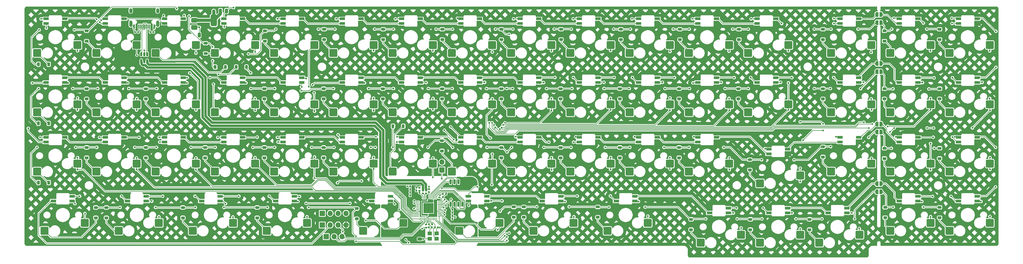
<source format=gbr>
G04 #@! TF.GenerationSoftware,KiCad,Pcbnew,8.0.4*
G04 #@! TF.CreationDate,2024-08-26T20:22:01+02:00*
G04 #@! TF.ProjectId,Mimic40,4d696d69-6334-4302-9e6b-696361645f70,rev?*
G04 #@! TF.SameCoordinates,Original*
G04 #@! TF.FileFunction,Copper,L2,Bot*
G04 #@! TF.FilePolarity,Positive*
%FSLAX46Y46*%
G04 Gerber Fmt 4.6, Leading zero omitted, Abs format (unit mm)*
G04 Created by KiCad (PCBNEW 8.0.4) date 2024-08-26 20:22:01*
%MOMM*%
%LPD*%
G01*
G04 APERTURE LIST*
G04 Aperture macros list*
%AMRoundRect*
0 Rectangle with rounded corners*
0 $1 Rounding radius*
0 $2 $3 $4 $5 $6 $7 $8 $9 X,Y pos of 4 corners*
0 Add a 4 corners polygon primitive as box body*
4,1,4,$2,$3,$4,$5,$6,$7,$8,$9,$2,$3,0*
0 Add four circle primitives for the rounded corners*
1,1,$1+$1,$2,$3*
1,1,$1+$1,$4,$5*
1,1,$1+$1,$6,$7*
1,1,$1+$1,$8,$9*
0 Add four rect primitives between the rounded corners*
20,1,$1+$1,$2,$3,$4,$5,0*
20,1,$1+$1,$4,$5,$6,$7,0*
20,1,$1+$1,$6,$7,$8,$9,0*
20,1,$1+$1,$8,$9,$2,$3,0*%
%AMFreePoly0*
4,1,19,0.500000,-0.750000,0.000000,-0.750000,0.000000,-0.744911,-0.071157,-0.744911,-0.207708,-0.704816,-0.327430,-0.627875,-0.420627,-0.520320,-0.479746,-0.390866,-0.500000,-0.250000,-0.500000,0.250000,-0.479746,0.390866,-0.420627,0.520320,-0.327430,0.627875,-0.207708,0.704816,-0.071157,0.744911,0.000000,0.744911,0.000000,0.750000,0.500000,0.750000,0.500000,-0.750000,0.500000,-0.750000,
$1*%
%AMFreePoly1*
4,1,19,0.000000,0.744911,0.071157,0.744911,0.207708,0.704816,0.327430,0.627875,0.420627,0.520320,0.479746,0.390866,0.500000,0.250000,0.500000,-0.250000,0.479746,-0.390866,0.420627,-0.520320,0.327430,-0.627875,0.207708,-0.704816,0.071157,-0.744911,0.000000,-0.744911,0.000000,-0.750000,-0.500000,-0.750000,-0.500000,0.750000,0.000000,0.750000,0.000000,0.744911,0.000000,0.744911,
$1*%
G04 Aperture macros list end*
G04 #@! TA.AperFunction,ComponentPad*
%ADD10O,1.000000X2.100000*%
G04 #@! TD*
G04 #@! TA.AperFunction,ComponentPad*
%ADD11O,1.000000X1.600000*%
G04 #@! TD*
G04 #@! TA.AperFunction,SMDPad,CuDef*
%ADD12R,0.600000X1.450000*%
G04 #@! TD*
G04 #@! TA.AperFunction,SMDPad,CuDef*
%ADD13R,0.300000X1.450000*%
G04 #@! TD*
G04 #@! TA.AperFunction,SMDPad,CuDef*
%ADD14RoundRect,0.250000X1.025000X1.000000X-1.025000X1.000000X-1.025000X-1.000000X1.025000X-1.000000X0*%
G04 #@! TD*
G04 #@! TA.AperFunction,ComponentPad*
%ADD15R,1.700000X1.700000*%
G04 #@! TD*
G04 #@! TA.AperFunction,ComponentPad*
%ADD16O,1.700000X1.700000*%
G04 #@! TD*
G04 #@! TA.AperFunction,SMDPad,CuDef*
%ADD17RoundRect,0.225000X-0.225000X-0.375000X0.225000X-0.375000X0.225000X0.375000X-0.225000X0.375000X0*%
G04 #@! TD*
G04 #@! TA.AperFunction,SMDPad,CuDef*
%ADD18R,1.800000X0.820000*%
G04 #@! TD*
G04 #@! TA.AperFunction,SMDPad,CuDef*
%ADD19RoundRect,0.250000X-0.475000X0.250000X-0.475000X-0.250000X0.475000X-0.250000X0.475000X0.250000X0*%
G04 #@! TD*
G04 #@! TA.AperFunction,SMDPad,CuDef*
%ADD20RoundRect,0.225000X0.225000X0.375000X-0.225000X0.375000X-0.225000X-0.375000X0.225000X-0.375000X0*%
G04 #@! TD*
G04 #@! TA.AperFunction,SMDPad,CuDef*
%ADD21RoundRect,0.225000X-0.375000X0.225000X-0.375000X-0.225000X0.375000X-0.225000X0.375000X0.225000X0*%
G04 #@! TD*
G04 #@! TA.AperFunction,SMDPad,CuDef*
%ADD22RoundRect,0.140000X0.140000X0.170000X-0.140000X0.170000X-0.140000X-0.170000X0.140000X-0.170000X0*%
G04 #@! TD*
G04 #@! TA.AperFunction,SMDPad,CuDef*
%ADD23RoundRect,0.140000X0.170000X-0.140000X0.170000X0.140000X-0.170000X0.140000X-0.170000X-0.140000X0*%
G04 #@! TD*
G04 #@! TA.AperFunction,SMDPad,CuDef*
%ADD24FreePoly0,180.000000*%
G04 #@! TD*
G04 #@! TA.AperFunction,SMDPad,CuDef*
%ADD25FreePoly1,180.000000*%
G04 #@! TD*
G04 #@! TA.AperFunction,SMDPad,CuDef*
%ADD26RoundRect,0.140000X-0.170000X0.140000X-0.170000X-0.140000X0.170000X-0.140000X0.170000X0.140000X0*%
G04 #@! TD*
G04 #@! TA.AperFunction,SMDPad,CuDef*
%ADD27RoundRect,0.135000X0.185000X-0.135000X0.185000X0.135000X-0.185000X0.135000X-0.185000X-0.135000X0*%
G04 #@! TD*
G04 #@! TA.AperFunction,SMDPad,CuDef*
%ADD28RoundRect,0.135000X0.135000X0.185000X-0.135000X0.185000X-0.135000X-0.185000X0.135000X-0.185000X0*%
G04 #@! TD*
G04 #@! TA.AperFunction,SMDPad,CuDef*
%ADD29RoundRect,0.140000X-0.140000X-0.170000X0.140000X-0.170000X0.140000X0.170000X-0.140000X0.170000X0*%
G04 #@! TD*
G04 #@! TA.AperFunction,SMDPad,CuDef*
%ADD30RoundRect,0.150000X-0.150000X0.512500X-0.150000X-0.512500X0.150000X-0.512500X0.150000X0.512500X0*%
G04 #@! TD*
G04 #@! TA.AperFunction,SMDPad,CuDef*
%ADD31RoundRect,0.135000X-0.185000X0.135000X-0.185000X-0.135000X0.185000X-0.135000X0.185000X0.135000X0*%
G04 #@! TD*
G04 #@! TA.AperFunction,SMDPad,CuDef*
%ADD32FreePoly0,0.000000*%
G04 #@! TD*
G04 #@! TA.AperFunction,SMDPad,CuDef*
%ADD33FreePoly1,0.000000*%
G04 #@! TD*
G04 #@! TA.AperFunction,SMDPad,CuDef*
%ADD34RoundRect,0.250000X0.250000X0.475000X-0.250000X0.475000X-0.250000X-0.475000X0.250000X-0.475000X0*%
G04 #@! TD*
G04 #@! TA.AperFunction,SMDPad,CuDef*
%ADD35R,1.700000X0.820000*%
G04 #@! TD*
G04 #@! TA.AperFunction,SMDPad,CuDef*
%ADD36RoundRect,0.135000X-0.135000X-0.185000X0.135000X-0.185000X0.135000X0.185000X-0.135000X0.185000X0*%
G04 #@! TD*
G04 #@! TA.AperFunction,SMDPad,CuDef*
%ADD37R,1.400000X1.200000*%
G04 #@! TD*
G04 #@! TA.AperFunction,SMDPad,CuDef*
%ADD38RoundRect,0.250000X-0.250000X-0.475000X0.250000X-0.475000X0.250000X0.475000X-0.250000X0.475000X0*%
G04 #@! TD*
G04 #@! TA.AperFunction,SMDPad,CuDef*
%ADD39RoundRect,0.150000X0.150000X-0.650000X0.150000X0.650000X-0.150000X0.650000X-0.150000X-0.650000X0*%
G04 #@! TD*
G04 #@! TA.AperFunction,SMDPad,CuDef*
%ADD40RoundRect,0.375000X-0.625000X-0.375000X0.625000X-0.375000X0.625000X0.375000X-0.625000X0.375000X0*%
G04 #@! TD*
G04 #@! TA.AperFunction,SMDPad,CuDef*
%ADD41RoundRect,0.500000X-0.500000X-1.400000X0.500000X-1.400000X0.500000X1.400000X-0.500000X1.400000X0*%
G04 #@! TD*
G04 #@! TA.AperFunction,SMDPad,CuDef*
%ADD42RoundRect,0.050000X0.387500X0.050000X-0.387500X0.050000X-0.387500X-0.050000X0.387500X-0.050000X0*%
G04 #@! TD*
G04 #@! TA.AperFunction,SMDPad,CuDef*
%ADD43RoundRect,0.050000X0.050000X0.387500X-0.050000X0.387500X-0.050000X-0.387500X0.050000X-0.387500X0*%
G04 #@! TD*
G04 #@! TA.AperFunction,HeatsinkPad*
%ADD44R,3.200000X3.200000*%
G04 #@! TD*
G04 #@! TA.AperFunction,ViaPad*
%ADD45C,0.600000*%
G04 #@! TD*
G04 #@! TA.AperFunction,Conductor*
%ADD46C,0.150000*%
G04 #@! TD*
G04 #@! TA.AperFunction,Conductor*
%ADD47C,1.000000*%
G04 #@! TD*
G04 #@! TA.AperFunction,Conductor*
%ADD48C,0.300000*%
G04 #@! TD*
G04 #@! TA.AperFunction,Conductor*
%ADD49C,0.800000*%
G04 #@! TD*
G04 APERTURE END LIST*
D10*
X109070000Y-84570000D03*
D11*
X109070000Y-80390000D03*
D10*
X100430000Y-84570000D03*
D11*
X100430000Y-80390000D03*
D12*
X101500000Y-85485000D03*
X102299999Y-85485000D03*
D13*
X103000000Y-85485000D03*
X104000000Y-85485000D03*
X105500000Y-85485000D03*
X106500000Y-85485000D03*
D12*
X107200001Y-85485000D03*
X108000000Y-85485000D03*
X108000000Y-85485000D03*
X107200001Y-85485000D03*
D13*
X106000000Y-85484999D03*
X105000000Y-85485000D03*
X104500000Y-85485000D03*
X103500000Y-85484999D03*
D12*
X102299999Y-85485000D03*
X101500000Y-85485000D03*
D14*
X197585000Y-91440000D03*
X184658000Y-93980000D03*
X376655000Y-129540000D03*
X363728000Y-132080000D03*
X140435000Y-110490000D03*
X127508000Y-113030000D03*
X334745000Y-152400000D03*
X321818000Y-154940000D03*
X140435000Y-129540000D03*
X127508000Y-132080000D03*
X357605000Y-148590000D03*
X344678000Y-151130000D03*
X133291250Y-148590000D03*
X120364250Y-151130000D03*
X109478750Y-148590000D03*
X96551750Y-151130000D03*
X121385000Y-110490000D03*
X108458000Y-113030000D03*
D15*
X200500000Y-131575000D03*
D16*
X200500000Y-129035000D03*
D14*
X235685000Y-129540000D03*
X222758000Y-132080000D03*
X197585000Y-129540000D03*
X184658000Y-132080000D03*
X292835000Y-91440000D03*
X279908000Y-93980000D03*
X188060000Y-148590000D03*
X175133000Y-151130000D03*
X273785000Y-129540000D03*
X260858000Y-132080000D03*
X292835000Y-110490000D03*
X279908000Y-113030000D03*
X266641250Y-148590000D03*
X253714250Y-151130000D03*
X159485000Y-129540000D03*
X146558000Y-132080000D03*
X338555000Y-110490000D03*
X325628000Y-113030000D03*
X273785000Y-110490000D03*
X260858000Y-113030000D03*
X357605000Y-129540000D03*
X344678000Y-132080000D03*
X121385000Y-91440000D03*
X108458000Y-93980000D03*
X157103750Y-148590000D03*
X144176750Y-151130000D03*
X338555000Y-91440000D03*
X325628000Y-93980000D03*
X315695000Y-133350000D03*
X302768000Y-135890000D03*
X338555000Y-129540000D03*
X325628000Y-132080000D03*
X357605000Y-91440000D03*
X344678000Y-93980000D03*
X102335000Y-110490000D03*
X89408000Y-113030000D03*
X254735000Y-129540000D03*
X241808000Y-132080000D03*
X83285000Y-129540000D03*
X70358000Y-132080000D03*
X254735000Y-110490000D03*
X241808000Y-113030000D03*
X216635000Y-129540000D03*
X203708000Y-132080000D03*
X102335000Y-129540000D03*
X89408000Y-132080000D03*
X102335000Y-91440000D03*
X89408000Y-93980000D03*
X140435000Y-91440000D03*
X127508000Y-93980000D03*
X235685000Y-91440000D03*
X222758000Y-93980000D03*
X235685000Y-110490000D03*
X222758000Y-113030000D03*
X83285000Y-91440000D03*
X70358000Y-93980000D03*
X376655000Y-91440000D03*
X363728000Y-93980000D03*
X254735000Y-91440000D03*
X241808000Y-93980000D03*
X178535000Y-110490000D03*
X165608000Y-113030000D03*
X178535000Y-129540000D03*
X165608000Y-132080000D03*
X216635000Y-110490000D03*
X203708000Y-113030000D03*
X159485000Y-110490000D03*
X146558000Y-113030000D03*
X159485000Y-91440000D03*
X146558000Y-93980000D03*
X273785000Y-91440000D03*
X260858000Y-93980000D03*
X216635000Y-91440000D03*
X203708000Y-93980000D03*
X83285000Y-110490000D03*
X70358000Y-113030000D03*
X357605000Y-110490000D03*
X344678000Y-113030000D03*
X242828750Y-148590000D03*
X229901750Y-151130000D03*
X85666250Y-148590000D03*
X72739250Y-151130000D03*
X292835000Y-129540000D03*
X279908000Y-132080000D03*
X315695000Y-152400000D03*
X302768000Y-154940000D03*
X197585000Y-110490000D03*
X184658000Y-113030000D03*
X178535000Y-91440000D03*
X165608000Y-93980000D03*
X311885000Y-91440000D03*
X298958000Y-93980000D03*
X121385000Y-129540000D03*
X108458000Y-132080000D03*
X376655000Y-148590000D03*
X363728000Y-151130000D03*
X296645000Y-152400000D03*
X283718000Y-154940000D03*
X311885000Y-110490000D03*
X298958000Y-113030000D03*
X219016250Y-148590000D03*
X206089250Y-151130000D03*
X376655000Y-110490000D03*
X363728000Y-113030000D03*
D17*
X70750000Y-135600000D03*
X74050000Y-135600000D03*
D18*
X305610000Y-143860000D03*
X305610000Y-145360000D03*
X311610000Y-145360000D03*
X311610000Y-143860000D03*
D19*
X193350000Y-151850001D03*
X193350000Y-153749999D03*
D18*
X353520000Y-122600000D03*
X353520000Y-121100000D03*
X347520000Y-121100000D03*
X347520000Y-122600000D03*
X193500000Y-84500000D03*
X193500000Y-83000000D03*
X187500000Y-83000000D03*
X187500000Y-84500000D03*
D20*
X137650000Y-98500000D03*
X134350000Y-98500000D03*
D21*
X342750000Y-105450000D03*
X342750000Y-108750000D03*
X223600000Y-143450000D03*
X223600000Y-146750000D03*
X124500000Y-90850000D03*
X124500000Y-94150000D03*
D18*
X250650000Y-84500000D03*
X250650000Y-83000000D03*
X244650000Y-83000000D03*
X244650000Y-84500000D03*
X98250000Y-122600000D03*
X98250000Y-121100000D03*
X92250000Y-121100000D03*
X92250000Y-122600000D03*
D21*
X226800000Y-143450000D03*
X226800000Y-146750000D03*
X277000000Y-86350000D03*
X277000000Y-89650000D03*
X323000000Y-105450000D03*
X323000000Y-108750000D03*
X124350000Y-124350000D03*
X124350000Y-127650000D03*
D18*
X75581250Y-140050000D03*
X75581250Y-141550000D03*
X81581250Y-141550000D03*
X81581250Y-140050000D03*
D21*
X162450000Y-124350000D03*
X162450000Y-127650000D03*
D22*
X191229999Y-137800000D03*
X190269999Y-137800000D03*
D23*
X196349999Y-138680000D03*
X196349999Y-137720000D03*
D21*
X200550000Y-105450000D03*
X200550000Y-108750000D03*
D18*
X92250000Y-101950000D03*
X92250000Y-103450000D03*
X98250000Y-103450000D03*
X98250000Y-101950000D03*
X311610000Y-126410000D03*
X311610000Y-124910000D03*
X305610000Y-124910000D03*
X305610000Y-126410000D03*
D21*
X257700000Y-105450000D03*
X257700000Y-108750000D03*
D24*
X341650000Y-97400000D03*
D25*
X340350000Y-97400000D03*
D18*
X136350000Y-122600000D03*
X136350000Y-121100000D03*
X130350000Y-121100000D03*
X130350000Y-122600000D03*
D26*
X195350000Y-149120000D03*
X195350000Y-150080000D03*
D27*
X194349999Y-139069998D03*
X194349999Y-138050000D03*
D21*
X299650000Y-147450000D03*
X299650000Y-150750000D03*
D18*
X250650000Y-122600000D03*
X250650000Y-121100000D03*
X244650000Y-121100000D03*
X244650000Y-122600000D03*
X117300000Y-122600000D03*
X117300000Y-121100000D03*
X111300000Y-121100000D03*
X111300000Y-122600000D03*
D21*
X181500000Y-105450000D03*
X181500000Y-108750000D03*
D18*
X334470000Y-84500000D03*
X334470000Y-83000000D03*
X328470000Y-83000000D03*
X328470000Y-84500000D03*
X79200000Y-84499999D03*
X79200000Y-82999999D03*
X73200000Y-82999999D03*
X73200000Y-84499999D03*
X206550000Y-101950000D03*
X206550000Y-103450000D03*
X212550000Y-103450000D03*
X212550000Y-101950000D03*
D21*
X360500000Y-124600000D03*
X360500000Y-127900000D03*
D22*
X191229998Y-136800000D03*
X190269998Y-136800000D03*
D18*
X328470000Y-101950000D03*
X328470000Y-103450000D03*
X334470000Y-103450000D03*
X334470000Y-101950000D03*
D15*
X162000000Y-149250000D03*
D16*
X164540000Y-149250000D03*
X167079999Y-149250000D03*
X169620000Y-149250000D03*
D18*
X212550000Y-84500000D03*
X212550000Y-83000000D03*
X206550000Y-83000000D03*
X206550000Y-84500000D03*
X231600000Y-122600000D03*
X231600000Y-121100000D03*
X225600000Y-121100000D03*
X225600000Y-122600000D03*
D28*
X197309999Y-149050000D03*
X196290001Y-149050000D03*
D29*
X198220000Y-150053838D03*
X199180000Y-150053838D03*
D30*
X103800001Y-94362500D03*
X104750000Y-94362500D03*
X105699999Y-94362500D03*
X105699999Y-96637500D03*
X104750000Y-96637500D03*
X103800001Y-96637500D03*
D21*
X280600000Y-147450000D03*
X280600000Y-150750000D03*
X92600000Y-143650000D03*
X92600000Y-146950000D03*
D31*
X195350000Y-138050000D03*
X195350000Y-139069998D03*
D21*
X181600000Y-86350000D03*
X181600000Y-89650000D03*
D18*
X288750000Y-122600000D03*
X288750000Y-121100000D03*
X282750000Y-121100000D03*
X282750000Y-122600000D03*
D23*
X193249999Y-138280000D03*
X193249999Y-137320000D03*
D15*
X162000000Y-145500000D03*
D16*
X164540000Y-145500000D03*
X167080000Y-145500000D03*
X169620000Y-145500000D03*
D21*
X200500000Y-122150000D03*
X200500000Y-125450000D03*
X343000000Y-143600000D03*
X343000000Y-146900000D03*
D18*
X347520000Y-101950000D03*
X347520000Y-103450000D03*
X353520000Y-103450000D03*
X353520000Y-101950000D03*
X334470000Y-122600000D03*
X334470000Y-121100000D03*
X328470000Y-121100000D03*
X328470000Y-122600000D03*
X155400000Y-122600000D03*
X155400000Y-121100000D03*
X149400000Y-121100000D03*
X149400000Y-122600000D03*
D28*
X102859999Y-87250000D03*
X101840001Y-87250000D03*
D18*
X212550000Y-122600000D03*
X212550000Y-121100000D03*
X206550000Y-121100000D03*
X206550000Y-122600000D03*
D21*
X276750000Y-124350000D03*
X276750000Y-127650000D03*
X258000000Y-86350000D03*
X258000000Y-89650000D03*
X162600000Y-86350000D03*
X162600000Y-89650000D03*
D18*
X136350000Y-84500000D03*
X136350000Y-83000000D03*
X130350000Y-83000000D03*
X130350000Y-84500000D03*
X263700000Y-101950000D03*
X263700000Y-103450000D03*
X269700000Y-103450000D03*
X269700000Y-101950000D03*
D21*
X342750000Y-86850000D03*
X342750000Y-90150000D03*
D17*
X184750000Y-117500000D03*
X188050000Y-117500000D03*
D28*
X201809999Y-139300000D03*
X200790001Y-139300000D03*
D32*
X340350001Y-116800000D03*
D33*
X341649999Y-116800000D03*
D18*
X130350000Y-101950000D03*
X130350000Y-103450000D03*
X136350000Y-103450000D03*
X136350000Y-101950000D03*
X98250000Y-84500000D03*
X98250000Y-83000000D03*
X92250000Y-83000000D03*
X92250000Y-84500000D03*
X168450000Y-101950000D03*
X168450000Y-103450000D03*
X174450000Y-103450000D03*
X174450000Y-101950000D03*
X353520000Y-84500000D03*
X353520000Y-83000000D03*
X347520000Y-83000000D03*
X347520000Y-84500000D03*
D21*
X105300000Y-105450000D03*
X105300000Y-108750000D03*
X360500000Y-86350000D03*
X360500000Y-89650000D03*
X342750000Y-124600000D03*
X342750000Y-127900000D03*
X295800000Y-105450000D03*
X295800000Y-108750000D03*
X219600000Y-124350000D03*
X219600000Y-127650000D03*
X238650000Y-105450000D03*
X238650000Y-108750000D03*
D18*
X111300000Y-101950000D03*
X111300000Y-103450000D03*
X117300000Y-103450000D03*
X117300000Y-101950000D03*
D21*
X323000000Y-86350000D03*
X323000000Y-89650000D03*
X318700000Y-147450000D03*
X318700000Y-150750000D03*
X257700000Y-124350000D03*
X257700000Y-127650000D03*
D17*
X127600000Y-98500000D03*
X130900000Y-98500000D03*
D18*
X269700000Y-84500000D03*
X269700000Y-83000000D03*
X263700000Y-83000000D03*
X263700000Y-84500000D03*
D34*
X124349999Y-88250000D03*
X122450001Y-88250000D03*
D21*
X105300000Y-124350000D03*
X105300000Y-127650000D03*
X117200000Y-143650000D03*
X117200000Y-146950000D03*
D18*
X347520000Y-140050000D03*
X347520000Y-141550000D03*
X353520000Y-141550000D03*
X353520000Y-140050000D03*
D21*
X299500000Y-128250000D03*
X299500000Y-131550000D03*
X323000000Y-124100000D03*
X323000000Y-127400000D03*
D24*
X341650000Y-100000000D03*
D25*
X340350000Y-100000000D03*
D21*
X360500000Y-143600000D03*
X360500000Y-146900000D03*
D28*
X201809999Y-140300000D03*
X200790001Y-140300000D03*
D18*
X208931250Y-140050000D03*
D35*
X209031250Y-141550000D03*
D18*
X214931250Y-141550000D03*
X214931250Y-140050000D03*
X231600000Y-84500000D03*
X231600000Y-83000000D03*
X225600000Y-83000000D03*
X225600000Y-84500000D03*
D21*
X276750000Y-105450000D03*
X276750000Y-108750000D03*
X143600000Y-86850000D03*
X143600000Y-90150000D03*
D22*
X191229999Y-138800000D03*
X190269999Y-138800000D03*
D18*
X174450000Y-122600000D03*
X174450000Y-121100000D03*
X168450000Y-121100000D03*
X168450000Y-122600000D03*
D22*
X197280000Y-150053838D03*
X196320000Y-150053838D03*
D21*
X219600000Y-105450000D03*
X219600000Y-108750000D03*
D18*
X366570000Y-140050000D03*
X366570000Y-141550000D03*
X372570000Y-141550000D03*
X372570000Y-140050000D03*
D21*
X238800000Y-86350000D03*
X238800000Y-89650000D03*
D36*
X106740001Y-87250000D03*
X107759999Y-87250000D03*
D18*
X286560000Y-143860000D03*
X286560000Y-145360000D03*
X292560000Y-145360000D03*
X292560000Y-143860000D03*
D17*
X70750000Y-97600000D03*
X74050000Y-97600000D03*
D18*
X244650000Y-101950000D03*
X244650000Y-103450000D03*
X250650000Y-103450000D03*
X250650000Y-101950000D03*
X155400000Y-84500000D03*
X155400000Y-83000000D03*
X149400000Y-83000000D03*
X149400000Y-84500000D03*
D21*
X162450000Y-105450000D03*
X162450000Y-108750000D03*
D18*
X73200000Y-101950000D03*
X73200000Y-103450000D03*
X79200000Y-103450000D03*
X79200000Y-101950000D03*
X147018750Y-140050000D03*
X147018750Y-141550000D03*
X153018750Y-141550000D03*
X153018750Y-140050000D03*
X307800000Y-84500000D03*
X307800000Y-83000000D03*
X301800000Y-83000000D03*
X301800000Y-84500000D03*
D37*
X198758001Y-153658000D03*
X196558001Y-153658000D03*
X196558001Y-151958000D03*
X198758001Y-151958000D03*
D21*
X86250000Y-86850000D03*
X86250000Y-90150000D03*
X200600000Y-86350000D03*
X200600000Y-89650000D03*
D18*
X193500000Y-122600000D03*
X193500000Y-121100000D03*
X187500000Y-121100000D03*
X187500000Y-122600000D03*
X177975000Y-140050000D03*
X177975000Y-141550000D03*
X183975000Y-141550000D03*
X183975000Y-140050000D03*
D24*
X341650000Y-84200000D03*
D25*
X340350000Y-84200000D03*
D18*
X366570000Y-101950000D03*
X366570000Y-103450000D03*
X372570000Y-103450000D03*
X372570000Y-101950000D03*
D29*
X202870000Y-144300000D03*
X203830000Y-144300000D03*
D18*
X282750000Y-101950000D03*
X282750000Y-103450000D03*
X288750000Y-103450000D03*
X288750000Y-101950000D03*
X372570000Y-122600000D03*
X372570000Y-121100000D03*
X366570000Y-121100000D03*
X366570000Y-122600000D03*
D29*
X202870000Y-145300000D03*
X203830000Y-145300000D03*
D18*
X79200000Y-122600000D03*
X79200000Y-121100000D03*
X73200000Y-121100000D03*
X73200000Y-122600000D03*
D21*
X86250000Y-124350000D03*
X86250000Y-127650000D03*
X143400000Y-105450000D03*
X143400000Y-108750000D03*
D15*
X163300000Y-153000000D03*
D16*
X165840000Y-153000000D03*
X168379999Y-153000000D03*
D38*
X129300001Y-80500000D03*
X131199999Y-80500000D03*
D21*
X143400000Y-124350000D03*
X143400000Y-127650000D03*
X173100000Y-143950000D03*
X173100000Y-147250000D03*
X238650000Y-124350000D03*
X238650000Y-127650000D03*
D18*
X123206250Y-140050000D03*
X123206250Y-141550000D03*
X129206250Y-141550000D03*
X129206250Y-140050000D03*
D24*
X341650000Y-136000000D03*
D25*
X340350000Y-136000000D03*
D18*
X232743750Y-140050000D03*
X232743750Y-141550000D03*
X238743750Y-141550000D03*
X238743750Y-140050000D03*
X99393750Y-140050000D03*
X99393750Y-141550000D03*
X105393750Y-141550000D03*
X105393750Y-140050000D03*
X256556250Y-140050000D03*
X256556250Y-141550000D03*
X262556250Y-141550000D03*
X262556250Y-140050000D03*
X149400000Y-101950000D03*
X149400000Y-103450000D03*
X155400000Y-103450000D03*
X155400000Y-101950000D03*
D39*
X207055000Y-142600000D03*
X205785000Y-142600000D03*
X204515000Y-142600000D03*
X203245000Y-142600000D03*
X203245000Y-135400000D03*
X204515000Y-135400000D03*
X205785000Y-135400000D03*
X207055000Y-135400000D03*
D40*
X120850000Y-85800000D03*
X120850001Y-83500000D03*
D41*
X127149999Y-83500000D03*
D40*
X120850000Y-81200000D03*
D18*
X372570000Y-84500000D03*
X372570000Y-83000000D03*
X366570000Y-83000000D03*
X366570000Y-84500000D03*
D21*
X296000000Y-86350000D03*
X296000000Y-89650000D03*
D18*
X288750000Y-84500000D03*
X288750000Y-83000000D03*
X282750000Y-83000000D03*
X282750000Y-84500000D03*
D29*
X202870000Y-147300000D03*
X203830000Y-147300000D03*
D24*
X341649999Y-138600000D03*
D25*
X340350001Y-138600000D03*
D42*
X199587499Y-141259999D03*
X199587499Y-141660000D03*
X199587499Y-142059999D03*
X199587499Y-142459999D03*
X199587499Y-142859999D03*
X199587499Y-143259998D03*
X199587499Y-143659999D03*
X199587499Y-144059999D03*
X199587499Y-144460000D03*
X199587499Y-144859999D03*
X199587499Y-145259999D03*
X199587499Y-145659999D03*
X199587499Y-146059998D03*
X199587499Y-146459999D03*
D43*
X198749999Y-147297499D03*
X198349998Y-147297499D03*
X197949999Y-147297499D03*
X197549999Y-147297499D03*
X197149999Y-147297499D03*
X196750000Y-147297499D03*
X196349999Y-147297499D03*
X195949999Y-147297499D03*
X195549998Y-147297499D03*
X195149999Y-147297499D03*
X194749999Y-147297499D03*
X194349999Y-147297499D03*
X193950000Y-147297499D03*
X193549999Y-147297499D03*
D42*
X192712499Y-146459999D03*
X192712499Y-146059998D03*
X192712499Y-145659999D03*
X192712499Y-145259999D03*
X192712499Y-144859999D03*
X192712499Y-144460000D03*
X192712499Y-144059999D03*
X192712499Y-143659999D03*
X192712499Y-143259998D03*
X192712499Y-142859999D03*
X192712499Y-142459999D03*
X192712499Y-142059999D03*
X192712499Y-141660000D03*
X192712499Y-141259999D03*
D43*
X193549999Y-140422499D03*
X193950000Y-140422499D03*
X194349999Y-140422499D03*
X194749999Y-140422499D03*
X195149999Y-140422499D03*
X195549998Y-140422499D03*
X195949999Y-140422499D03*
X196349999Y-140422499D03*
X196750000Y-140422499D03*
X197149999Y-140422499D03*
X197549999Y-140422499D03*
X197949999Y-140422499D03*
X198349998Y-140422499D03*
X198749999Y-140422499D03*
D44*
X196149999Y-143859999D03*
D21*
X141100000Y-143650000D03*
X141100000Y-146950000D03*
X250600000Y-143450000D03*
X250600000Y-146750000D03*
D18*
X301800000Y-101950000D03*
X301800000Y-103450000D03*
X307800000Y-103450000D03*
X307800000Y-101950000D03*
X269700000Y-122600000D03*
X269700000Y-121100000D03*
X263700000Y-121100000D03*
X263700000Y-122600000D03*
D21*
X89200000Y-143650000D03*
X89200000Y-146950000D03*
X219600000Y-86350000D03*
X219600000Y-89650000D03*
D18*
X225600000Y-101950000D03*
X225600000Y-103450000D03*
X231600000Y-103450000D03*
X231600000Y-101950000D03*
D21*
X360500000Y-105450000D03*
X360500000Y-108750000D03*
D18*
X117300000Y-84500000D03*
X117300000Y-83000000D03*
X111300000Y-83000000D03*
X111300000Y-84500000D03*
X324660000Y-143860000D03*
X324660000Y-145360000D03*
X330660000Y-145360000D03*
X330660000Y-143860000D03*
X187500000Y-101950000D03*
X187500000Y-103450000D03*
X193500000Y-103450000D03*
X193500000Y-101950000D03*
D17*
X70750000Y-116600000D03*
X74050000Y-116600000D03*
D24*
X341650000Y-119400000D03*
D25*
X340350000Y-119400000D03*
D18*
X174450000Y-84500000D03*
X174450000Y-83000000D03*
X168450000Y-83000000D03*
X168450000Y-84500000D03*
D23*
X192249999Y-139180000D03*
X192249999Y-138220000D03*
D21*
X86250000Y-105450000D03*
X86250000Y-108750000D03*
D22*
X191230000Y-139800000D03*
X190270000Y-139800000D03*
D29*
X202870000Y-146300000D03*
X203830000Y-146300000D03*
D32*
X340350001Y-81600000D03*
D33*
X341649999Y-81600000D03*
D45*
X255700000Y-86300000D03*
X119200000Y-82100000D03*
X236600000Y-86300000D03*
X222100000Y-151850000D03*
X166100000Y-86300000D03*
X261100000Y-86300000D03*
X203900000Y-86300000D03*
X222100000Y-87974998D03*
X334300000Y-86300000D03*
X160750000Y-86300000D03*
X345100000Y-86300000D03*
X274850000Y-86300000D03*
X217700000Y-86300000D03*
X223300000Y-86300000D03*
X71000000Y-86550000D03*
X320200000Y-86300000D03*
X178850000Y-86300000D03*
X138250000Y-94300000D03*
X280000000Y-86300000D03*
X126750000Y-92000000D03*
X242100000Y-86300000D03*
X184900000Y-86300000D03*
X325600000Y-86300000D03*
X115200000Y-79700000D03*
X299000000Y-86300000D03*
X356400000Y-86300000D03*
X147100000Y-86300000D03*
X198600000Y-86300000D03*
X294000000Y-86300000D03*
X126750000Y-96500000D03*
X82300000Y-86529999D03*
X357075000Y-105550000D03*
X139050000Y-105400000D03*
X291500000Y-105400000D03*
X272200000Y-105400000D03*
X335125000Y-105425000D03*
X155250000Y-106100000D03*
X108800000Y-105400000D03*
X165600000Y-105400000D03*
X345500000Y-105500000D03*
X242300000Y-105400000D03*
X221300000Y-105400000D03*
X70800000Y-105400000D03*
X196100000Y-105400000D03*
X325400000Y-105400000D03*
X280100000Y-105400000D03*
X176900000Y-105400000D03*
X260700000Y-105400000D03*
X299000000Y-105400000D03*
X223200000Y-105400000D03*
X99800000Y-105400000D03*
X89800000Y-105400000D03*
X184900000Y-105400000D03*
X146700000Y-105400000D03*
X252600000Y-105400000D03*
X320200000Y-105400000D03*
X220700000Y-152750000D03*
X81800000Y-105400000D03*
X234100000Y-105400000D03*
X139000000Y-100350000D03*
X214800000Y-105400000D03*
X203800000Y-105400000D03*
X222900000Y-124300000D03*
X303300000Y-128300000D03*
X89500000Y-124300000D03*
X345000000Y-124600000D03*
X82700000Y-124300000D03*
X253000000Y-124300000D03*
X260900000Y-124300000D03*
X127600000Y-124300000D03*
X70300000Y-124300000D03*
X165800000Y-124300000D03*
X215000000Y-124300000D03*
X233250000Y-124300000D03*
X313700000Y-128300000D03*
X291100000Y-124300000D03*
X179100000Y-124300000D03*
X196000000Y-124300000D03*
X203900000Y-124300000D03*
X221400000Y-125800000D03*
X271900000Y-124300000D03*
X221400000Y-153100000D03*
X158600000Y-124300000D03*
X101700000Y-124300000D03*
X184700000Y-124300000D03*
X325500000Y-124050000D03*
X177600000Y-124300000D03*
X139700000Y-124300000D03*
X358750000Y-124600000D03*
X119800000Y-124300000D03*
X242000000Y-124300000D03*
X146700000Y-124300000D03*
X337703110Y-121103110D03*
X280000000Y-124300000D03*
X108700000Y-124300000D03*
X295400000Y-147300000D03*
X130400000Y-143600000D03*
X345600000Y-143500000D03*
X221400000Y-154300000D03*
X303400000Y-147300000D03*
X157600000Y-143600000D03*
X121200000Y-143600000D03*
X254200000Y-143500000D03*
X108400000Y-143600000D03*
X333200000Y-147300000D03*
X172900000Y-154500000D03*
X265800000Y-143500000D03*
X219200000Y-144800000D03*
X144400000Y-143600000D03*
X355300000Y-143500000D03*
X285300000Y-147300000D03*
X231000000Y-143400000D03*
X97000000Y-143600000D03*
X241400000Y-143400000D03*
X314300000Y-147300000D03*
X322700000Y-147300000D03*
X172900000Y-152900000D03*
X85700000Y-145600000D03*
X83300000Y-131500000D03*
X83300000Y-93300000D03*
X83300000Y-108400000D03*
X83300000Y-112300000D03*
X83300000Y-127600000D03*
X109500000Y-146600000D03*
X102400000Y-94700000D03*
X102300000Y-131400000D03*
X102300000Y-112300000D03*
X102300000Y-127700000D03*
X102400000Y-108600000D03*
X121400000Y-127700000D03*
X121400000Y-131500000D03*
X121385000Y-94015000D03*
X133300000Y-146700000D03*
X119400000Y-100400000D03*
X121400000Y-112300000D03*
X140400000Y-93600000D03*
X140400000Y-127600000D03*
X140435000Y-112400000D03*
X140400000Y-108600000D03*
X159400000Y-106800000D03*
X159500000Y-112700000D03*
X157100000Y-146600000D03*
X159500000Y-127400000D03*
X159485000Y-134200000D03*
X157700000Y-104800000D03*
X166900000Y-135700000D03*
X178500000Y-112500000D03*
X174635000Y-135100000D03*
X176000000Y-147825000D03*
X178500000Y-127500000D03*
X178535000Y-131200000D03*
X178500000Y-108500000D03*
X178500000Y-93250000D03*
X197600000Y-93300000D03*
X197550000Y-133950000D03*
X211950000Y-136950000D03*
X197600000Y-127700000D03*
X197600000Y-108600000D03*
X218400000Y-150800000D03*
X200450000Y-137450000D03*
X197600000Y-112200000D03*
X216700000Y-126500000D03*
X216550000Y-136300000D03*
X216700000Y-108700000D03*
X216050000Y-121300000D03*
X201300000Y-145950000D03*
X216700000Y-93700000D03*
X235800000Y-131600000D03*
X235700000Y-127600000D03*
X235700000Y-108600000D03*
X235700000Y-112400000D03*
X220742577Y-116443514D03*
X242900000Y-146600000D03*
X235700000Y-93300000D03*
X201300000Y-145172182D03*
X254700000Y-112300000D03*
X254700000Y-108500000D03*
X254700000Y-131400000D03*
X201527208Y-144450000D03*
X254735000Y-93200000D03*
X220192577Y-117100000D03*
X254735000Y-127600000D03*
X266700000Y-146400000D03*
X296700000Y-150200000D03*
X219642577Y-117900000D03*
X273800000Y-93500000D03*
X273800000Y-108400000D03*
X273800000Y-127600000D03*
X273800000Y-131300000D03*
X201050000Y-143659999D03*
X273800000Y-112400000D03*
X315700000Y-150500000D03*
X292800000Y-108600000D03*
X292900000Y-131500000D03*
X292800000Y-93400000D03*
X292900000Y-127700000D03*
X201843630Y-143109999D03*
X219092577Y-118450000D03*
X292900000Y-112400000D03*
X315700000Y-131000000D03*
X316630000Y-121990000D03*
X311885000Y-103600000D03*
X311885000Y-93285000D03*
X323040000Y-118890000D03*
X323040000Y-116790000D03*
X334700000Y-150400000D03*
X203450000Y-141000000D03*
X217750000Y-117900000D03*
X315700000Y-135300000D03*
X311900000Y-112300000D03*
X315700000Y-116100000D03*
X217185000Y-117100000D03*
X201961091Y-141642105D03*
X338500000Y-108700000D03*
X338600000Y-112300000D03*
X338600000Y-127800000D03*
X338500000Y-93800000D03*
X336150000Y-116250000D03*
X358600000Y-118100000D03*
X376600000Y-93300000D03*
X344600000Y-119400000D03*
X376700000Y-127600000D03*
X215700000Y-116400000D03*
X345900000Y-118100000D03*
X376700000Y-131400000D03*
X371050000Y-118050000D03*
X376600000Y-108600000D03*
X337775000Y-118100000D03*
X376700000Y-146500000D03*
X199600000Y-140400000D03*
X376700000Y-112400000D03*
X356500000Y-118100000D03*
X204100000Y-150200000D03*
X202500000Y-149000000D03*
X188200000Y-137600000D03*
X207250000Y-148200000D03*
X189900000Y-142400000D03*
X206050000Y-137450000D03*
X192200000Y-149000000D03*
X204600000Y-140050000D03*
X202500000Y-153500000D03*
X188950000Y-150750000D03*
X127127000Y-80518000D03*
X198400000Y-146050000D03*
X187500000Y-136900000D03*
X193249999Y-138894704D03*
X196349999Y-141470001D03*
X127000000Y-104000000D03*
X128675000Y-100825000D03*
X80300000Y-103600000D03*
X224200000Y-120900000D03*
X99500000Y-103600000D03*
X155400000Y-104900000D03*
X175600000Y-103600000D03*
X233200000Y-103500000D03*
X186100000Y-120900000D03*
X201250000Y-118800000D03*
X309400000Y-103400000D03*
X271400000Y-103400000D03*
X194139000Y-150439000D03*
X364400000Y-82800000D03*
X133500000Y-79400000D03*
X216400000Y-141500000D03*
X373800000Y-141700000D03*
X111000000Y-81900000D03*
X223500000Y-83000000D03*
X243500000Y-120900000D03*
X214200000Y-103400000D03*
X345800000Y-82800000D03*
X185300000Y-142500000D03*
X199905766Y-150094234D03*
X197000000Y-144800000D03*
X304400000Y-124700000D03*
X122500000Y-85700000D03*
X205500000Y-82800000D03*
X192249999Y-137189999D03*
X195200000Y-143000000D03*
X281000000Y-83000000D03*
X281500000Y-120900000D03*
X332300000Y-145400000D03*
X219800000Y-141500000D03*
X261600000Y-83000000D03*
X196349999Y-136900000D03*
X355000000Y-103500000D03*
X104750000Y-93116000D03*
X147600000Y-83000000D03*
X346400000Y-120900000D03*
X196149999Y-143859999D03*
X313100000Y-145400000D03*
X71600000Y-83000000D03*
X336100000Y-103400000D03*
X130900000Y-142400000D03*
X294200000Y-145400000D03*
X374200000Y-103400000D03*
X189400000Y-136800000D03*
X204300000Y-121850000D03*
X185500000Y-83000000D03*
X204724000Y-146685000D03*
X167100000Y-120300000D03*
X82500000Y-142400000D03*
X195200000Y-144800000D03*
X137500000Y-103600000D03*
X118500000Y-103600000D03*
X90885691Y-83456773D03*
X326500000Y-82900000D03*
X197000000Y-143000000D03*
X107200000Y-141600000D03*
X262400000Y-120900000D03*
X90400000Y-121100000D03*
X194560000Y-153736000D03*
X365400000Y-120900000D03*
X147600000Y-121100000D03*
X109600000Y-121100000D03*
X154200000Y-141700000D03*
X128400000Y-121100000D03*
X166500000Y-83000000D03*
X242700000Y-83000000D03*
X290300000Y-103400000D03*
X195400000Y-103500000D03*
X203300000Y-117700000D03*
X240100000Y-141700000D03*
X263700000Y-141700000D03*
X71300000Y-121100000D03*
X252600000Y-103400000D03*
X299900000Y-83000000D03*
X327200000Y-120900000D03*
X354800000Y-141700000D03*
X89500000Y-83100000D03*
X90500000Y-84100000D03*
X117600000Y-81900000D03*
X130500000Y-85600000D03*
X309725000Y-84525000D03*
X326500000Y-84500000D03*
X299775000Y-101875000D03*
X294450000Y-101900000D03*
X200500000Y-134400000D03*
X199849683Y-139692780D03*
X216600000Y-116400000D03*
X357600000Y-112200000D03*
X201400000Y-141092105D03*
X357600000Y-131500000D03*
X343800000Y-117575000D03*
X357600000Y-108600000D03*
X357600000Y-93300000D03*
X357600000Y-123100000D03*
X357600000Y-146600000D03*
X338925000Y-116800000D03*
X191550000Y-142250000D03*
X191563909Y-141486091D03*
X191500000Y-144000000D03*
X168600000Y-151400000D03*
X73300000Y-85975000D03*
X358750000Y-102000000D03*
X364637500Y-101937500D03*
X255900000Y-101850000D03*
X261750000Y-101850000D03*
X355262867Y-84362867D03*
X364500000Y-84500000D03*
X378600000Y-87000000D03*
X378600000Y-98600000D03*
X313000000Y-101900000D03*
X326450000Y-101850000D03*
X156900000Y-102200000D03*
X158900000Y-104200000D03*
X275250000Y-101900000D03*
X281200000Y-103600000D03*
X242750000Y-101850000D03*
X236800000Y-101850000D03*
X68775000Y-103625000D03*
X67500000Y-118200000D03*
X118600000Y-101900000D03*
X125900000Y-101900000D03*
X103100000Y-121100000D03*
X109750000Y-122600000D03*
X141100000Y-121000000D03*
X147800000Y-122600000D03*
X186000000Y-122600000D03*
X179300000Y-120900000D03*
X364600000Y-121000000D03*
X358450000Y-121050000D03*
X242800000Y-122650000D03*
X234900000Y-122650000D03*
X295200000Y-143800000D03*
X303785001Y-143785001D03*
X154700000Y-140100000D03*
X176400000Y-141500000D03*
X156800000Y-142300000D03*
X170900000Y-142300000D03*
X378500000Y-137000000D03*
X378500000Y-124300000D03*
X254655527Y-139922218D03*
X244000000Y-139950000D03*
X188900000Y-154000000D03*
X186775794Y-144350000D03*
X209100000Y-143000000D03*
X189800000Y-154900000D03*
X135200000Y-140000000D03*
X144975001Y-139975001D03*
X121100000Y-140000000D03*
X110700000Y-140000000D03*
X84000000Y-140000000D03*
X97475001Y-139975001D03*
X364175000Y-140075000D03*
X358250000Y-140100000D03*
D46*
X323000000Y-86350000D02*
X325550000Y-86350000D01*
X68500000Y-89050000D02*
X71000000Y-86550000D01*
X255750000Y-86350000D02*
X255700000Y-86300000D01*
X94400001Y-79200000D02*
X86750001Y-86850000D01*
X325550000Y-86350000D02*
X325600000Y-86300000D01*
X205732852Y-153800000D02*
X200700000Y-148767148D01*
X146550000Y-86850000D02*
X147100000Y-86300000D01*
X222100000Y-151850000D02*
X220650000Y-151850000D01*
X181600000Y-86350000D02*
X184850000Y-86350000D01*
X217700000Y-86300000D02*
X219350000Y-86300000D01*
X119200000Y-86403677D02*
X123646323Y-90850000D01*
X127055635Y-98500000D02*
X126750000Y-98194365D01*
X218700000Y-153800000D02*
X205732852Y-153800000D01*
X142200000Y-93200000D02*
X142200000Y-88100000D01*
X258000000Y-86350000D02*
X261050000Y-86350000D01*
X86250000Y-86850000D02*
X85929999Y-86529999D01*
X334300000Y-86300000D02*
X338050000Y-86300000D01*
X114700000Y-79200000D02*
X94400001Y-79200000D01*
X320250000Y-86350000D02*
X323000000Y-86350000D01*
X142200000Y-88100000D02*
X143450000Y-86850000D01*
X342750000Y-85300000D02*
X341650000Y-84200000D01*
X126750000Y-96500000D02*
X126750000Y-98194365D01*
X166100000Y-86300000D02*
X162600000Y-86300000D01*
X342850000Y-86800000D02*
X342750000Y-86700000D01*
X219600000Y-86550000D02*
X221024998Y-87974998D01*
X124500000Y-90800000D02*
X125550000Y-90800000D01*
X200600000Y-86350000D02*
X203850000Y-86350000D01*
X141100000Y-94300000D02*
X142200000Y-93200000D01*
X344550000Y-86850000D02*
X345100000Y-86300000D01*
X178900000Y-86350000D02*
X181600000Y-86350000D01*
X274900000Y-86350000D02*
X274850000Y-86300000D01*
X69600000Y-97600000D02*
X68500000Y-96500000D01*
X203850000Y-86350000D02*
X203900000Y-86300000D01*
X236600000Y-86300000D02*
X238800000Y-86300000D01*
X223300000Y-86300000D02*
X219600000Y-86300000D01*
X127600000Y-98500000D02*
X127055635Y-98500000D01*
X261050000Y-86350000D02*
X261100000Y-86300000D01*
X342750000Y-86700000D02*
X342750000Y-85300000D01*
X277000000Y-86350000D02*
X274900000Y-86350000D01*
X119200000Y-82100000D02*
X119200000Y-86403677D01*
X279950000Y-86350000D02*
X280000000Y-86300000D01*
X238800000Y-86300000D02*
X242100000Y-86300000D01*
X200050648Y-146059998D02*
X199587499Y-146059998D01*
X360450000Y-86300000D02*
X360500000Y-86350000D01*
X294050000Y-86350000D02*
X294000000Y-86300000D01*
X200700000Y-148767148D02*
X200700000Y-146709350D01*
X200600000Y-86350000D02*
X198650000Y-86350000D01*
X143450000Y-86850000D02*
X146550000Y-86850000D01*
X221024998Y-87974998D02*
X222100000Y-87974998D01*
X296000000Y-86350000D02*
X298950000Y-86350000D01*
X160750000Y-86300000D02*
X162924999Y-86300000D01*
X198650000Y-86350000D02*
X198600000Y-86300000D01*
X320200000Y-86300000D02*
X320250000Y-86350000D01*
X115200000Y-79700000D02*
X114700000Y-79200000D01*
X220650000Y-151850000D02*
X218700000Y-153800000D01*
X342750000Y-86850000D02*
X344550000Y-86850000D01*
X123646323Y-90850000D02*
X124500000Y-90850000D01*
X184850000Y-86350000D02*
X184900000Y-86300000D01*
X338050000Y-86300000D02*
X340350000Y-84000000D01*
X356400000Y-86300000D02*
X360450000Y-86300000D01*
X298950000Y-86350000D02*
X299000000Y-86300000D01*
X68500000Y-96500000D02*
X68500000Y-89050000D01*
X178850000Y-86300000D02*
X178900000Y-86350000D01*
X70750000Y-97600000D02*
X69600000Y-97600000D01*
X258000000Y-86350000D02*
X255750000Y-86350000D01*
X138250000Y-94300000D02*
X141100000Y-94300000D01*
X277000000Y-86350000D02*
X279950000Y-86350000D01*
X85929999Y-86529999D02*
X82300000Y-86529999D01*
X86750001Y-86850000D02*
X86250000Y-86850000D01*
X296000000Y-86350000D02*
X294050000Y-86350000D01*
X200700000Y-146709350D02*
X200050648Y-146059998D01*
X125550000Y-90800000D02*
X126750000Y-92000000D01*
X86250000Y-105450000D02*
X89750000Y-105450000D01*
X68400000Y-107800000D02*
X68400000Y-114700000D01*
X342750000Y-101100000D02*
X342000000Y-100350000D01*
X81850000Y-105450000D02*
X81800000Y-105400000D01*
X345450000Y-105550000D02*
X342750000Y-105550000D01*
X162450000Y-105700000D02*
X162340000Y-105590000D01*
X184900000Y-105400000D02*
X181800000Y-105400000D01*
X214850000Y-105450000D02*
X214800000Y-105400000D01*
X223200000Y-105400000D02*
X221300000Y-105400000D01*
X89750000Y-105450000D02*
X89800000Y-105400000D01*
X139000000Y-100350000D02*
X137650000Y-99000000D01*
X276750000Y-105400000D02*
X280100000Y-105400000D01*
X238650000Y-105450000D02*
X234150000Y-105450000D01*
X68400000Y-114700000D02*
X70300000Y-116600000D01*
X238650000Y-105450000D02*
X242250000Y-105450000D01*
X157910000Y-106100000D02*
X155250000Y-106100000D01*
X242250000Y-105450000D02*
X242300000Y-105400000D01*
X342750000Y-105550000D02*
X342750000Y-101100000D01*
X200550000Y-105450000D02*
X196150000Y-105450000D01*
X345500000Y-105500000D02*
X345450000Y-105550000D01*
X234150000Y-105450000D02*
X234100000Y-105400000D01*
X357075000Y-105550000D02*
X360500000Y-105550000D01*
X323000000Y-105450000D02*
X325350000Y-105450000D01*
X143700000Y-105400000D02*
X146700000Y-105400000D01*
X105300000Y-105450000D02*
X99850000Y-105450000D01*
X158420000Y-105590000D02*
X157910000Y-106100000D01*
X162750000Y-105400000D02*
X165600000Y-105400000D01*
X320250000Y-105450000D02*
X320200000Y-105400000D01*
X219350000Y-154100000D02*
X205608588Y-154100000D01*
X86250000Y-105450000D02*
X81850000Y-105450000D01*
X70800000Y-105400000D02*
X68400000Y-107800000D01*
X139050000Y-105400000D02*
X143100000Y-105400000D01*
X105300000Y-105450000D02*
X108750000Y-105450000D01*
X252600000Y-105400000D02*
X258100000Y-105400000D01*
X260700000Y-105400000D02*
X258100000Y-105400000D01*
X219600000Y-105450000D02*
X221250000Y-105450000D01*
X196150000Y-105450000D02*
X196100000Y-105400000D01*
X221250000Y-105450000D02*
X221300000Y-105400000D01*
X162340000Y-105590000D02*
X158420000Y-105590000D01*
X219600000Y-105450000D02*
X214850000Y-105450000D01*
X335125000Y-105425000D02*
X340350000Y-100200000D01*
X220700000Y-152750000D02*
X219350000Y-154100000D01*
X323000000Y-105450000D02*
X320250000Y-105450000D01*
X205608588Y-154100000D02*
X199587499Y-148078911D01*
X99850000Y-105450000D02*
X99800000Y-105400000D01*
X199587499Y-148078911D02*
X199587499Y-146559999D01*
X200550000Y-105450000D02*
X203750000Y-105450000D01*
X181200000Y-105400000D02*
X176900000Y-105400000D01*
X325350000Y-105450000D02*
X325400000Y-105400000D01*
X291500000Y-105400000D02*
X295800000Y-105400000D01*
X299000000Y-105400000D02*
X295800000Y-105400000D01*
X108750000Y-105450000D02*
X108800000Y-105400000D01*
X70300000Y-116600000D02*
X70750000Y-116600000D01*
X272200000Y-105400000D02*
X276750000Y-105400000D01*
X203750000Y-105450000D02*
X203800000Y-105400000D01*
X297150000Y-128250000D02*
X293200000Y-124300000D01*
X86250000Y-124300000D02*
X89500000Y-124300000D01*
X70750000Y-135600000D02*
X70200000Y-135600000D01*
X198749999Y-147665675D02*
X198749999Y-147297499D01*
X215000000Y-124300000D02*
X219900000Y-124300000D01*
X221400000Y-153100000D02*
X220100000Y-154400000D01*
X127600000Y-124300000D02*
X124850000Y-124300000D01*
X196000000Y-124300000D02*
X198200000Y-122100000D01*
X342750000Y-124600000D02*
X342750000Y-120500000D01*
X257700000Y-124350000D02*
X260850000Y-124350000D01*
X82700000Y-124300000D02*
X86250000Y-124300000D01*
X123850000Y-124300000D02*
X119800000Y-124300000D01*
X184700000Y-117550000D02*
X184700000Y-124300000D01*
X70300000Y-124300000D02*
X68400000Y-126200000D01*
X101700000Y-124300000D02*
X105300000Y-124300000D01*
X322500000Y-124050000D02*
X318250000Y-128300000D01*
X198200000Y-122100000D02*
X200500000Y-122100000D01*
X318250000Y-128300000D02*
X313700000Y-128300000D01*
X342750000Y-124600000D02*
X345000000Y-124600000D01*
X271950000Y-124350000D02*
X271900000Y-124300000D01*
X179100000Y-124300000D02*
X177600000Y-124300000D01*
X260850000Y-124350000D02*
X260900000Y-124300000D01*
X358750000Y-124600000D02*
X361000000Y-124600000D01*
X221400000Y-125800000D02*
X222900000Y-124300000D01*
X158650000Y-124350000D02*
X162450000Y-124350000D01*
X146700000Y-124300000D02*
X143900000Y-124300000D01*
X205484324Y-154400000D02*
X198749999Y-147665675D01*
X219900000Y-124300000D02*
X221400000Y-125800000D01*
X299500000Y-128250000D02*
X303250000Y-128250000D01*
X142900000Y-124300000D02*
X139700000Y-124300000D01*
X68400000Y-126200000D02*
X68400000Y-133800000D01*
X165750000Y-124350000D02*
X165800000Y-124300000D01*
X253050000Y-124350000D02*
X253000000Y-124300000D01*
X337703110Y-121103110D02*
X339406220Y-119400000D01*
X220100000Y-154400000D02*
X205484324Y-154400000D01*
X279950000Y-124350000D02*
X280000000Y-124300000D01*
X203900000Y-124300000D02*
X201700000Y-122100000D01*
X162450000Y-124350000D02*
X165750000Y-124350000D01*
X339406220Y-119400000D02*
X340350000Y-119400000D01*
X68400000Y-133800000D02*
X70200000Y-135600000D01*
X276750000Y-124350000D02*
X271950000Y-124350000D01*
X233250000Y-124300000D02*
X238150000Y-124300000D01*
X293200000Y-124300000D02*
X291100000Y-124300000D01*
X184750000Y-117500000D02*
X184700000Y-117550000D01*
X299500000Y-128250000D02*
X297150000Y-128250000D01*
X257700000Y-124350000D02*
X253050000Y-124350000D01*
X276750000Y-124350000D02*
X279950000Y-124350000D01*
X242000000Y-124300000D02*
X239150000Y-124300000D01*
X105300000Y-124300000D02*
X108700000Y-124300000D01*
X342750000Y-120500000D02*
X341650000Y-119400000D01*
X325500000Y-124050000D02*
X322500000Y-124050000D01*
X158600000Y-124300000D02*
X158650000Y-124350000D01*
X303250000Y-128250000D02*
X303300000Y-128300000D01*
X201700000Y-122100000D02*
X200500000Y-122100000D01*
X172800000Y-143600000D02*
X157600000Y-143600000D01*
X117200000Y-143650000D02*
X121150000Y-143650000D01*
X186900000Y-154500000D02*
X187900000Y-155500000D01*
X171825000Y-145175000D02*
X173100000Y-143900000D01*
X172900000Y-154500000D02*
X186900000Y-154500000D01*
X318850000Y-147300000D02*
X322700000Y-147300000D01*
X204560060Y-155500000D02*
X205360060Y-154700000D01*
X343270000Y-139670000D02*
X342200000Y-138600000D01*
X276400000Y-143500000D02*
X265800000Y-143500000D01*
X318550000Y-147300000D02*
X314300000Y-147300000D01*
X141100000Y-143600000D02*
X130400000Y-143600000D01*
X343270000Y-143500000D02*
X343270000Y-139670000D01*
X318700000Y-147450000D02*
X318550000Y-147300000D01*
X171825000Y-151825000D02*
X171825000Y-145175000D01*
X205360060Y-154700000D02*
X221000000Y-154700000D01*
X121150000Y-143650000D02*
X121200000Y-143600000D01*
X333200000Y-147300000D02*
X333200000Y-144500000D01*
X241400000Y-143400000D02*
X250100000Y-143400000D01*
X254200000Y-143500000D02*
X251000000Y-143500000D01*
X342200000Y-138600000D02*
X341649999Y-138600000D01*
X92600000Y-143650000D02*
X96950000Y-143650000D01*
X303400000Y-147300000D02*
X299500000Y-147300000D01*
X295400000Y-147300000D02*
X299500000Y-147300000D01*
X345600000Y-143500000D02*
X343270000Y-143500000D01*
X355300000Y-143500000D02*
X360450000Y-143500000D01*
X92600000Y-143650000D02*
X89200000Y-143650000D01*
X198620059Y-147959999D02*
X205360060Y-154700000D01*
X231000000Y-143400000D02*
X226800000Y-143400000D01*
X108450000Y-143650000D02*
X108400000Y-143600000D01*
X117200000Y-143650000D02*
X108450000Y-143650000D01*
X339100000Y-138600000D02*
X340350001Y-138600000D01*
X285300000Y-147300000D02*
X280750000Y-147300000D01*
X333200000Y-144500000D02*
X339100000Y-138600000D01*
X187900000Y-155500000D02*
X204560060Y-155500000D01*
X144400000Y-143600000D02*
X141100000Y-143600000D01*
X219200000Y-144800000D02*
X220600000Y-143400000D01*
X221000000Y-154700000D02*
X221400000Y-154300000D01*
X198349998Y-147725292D02*
X198349998Y-147297499D01*
X198584705Y-147959999D02*
X198349998Y-147725292D01*
X198620059Y-147959999D02*
X198584705Y-147959999D01*
X220600000Y-143400000D02*
X223600000Y-143400000D01*
X172900000Y-152900000D02*
X171825000Y-151825000D01*
X96950000Y-143650000D02*
X97000000Y-143600000D01*
X318700000Y-147450000D02*
X318850000Y-147300000D01*
X280475000Y-147575000D02*
X276400000Y-143500000D01*
X223600000Y-143400000D02*
X226800000Y-143400000D01*
X83285000Y-127615000D02*
X83285000Y-129540000D01*
X83285000Y-131485000D02*
X83300000Y-131500000D01*
X85666250Y-145633750D02*
X85666250Y-148590000D01*
X85700000Y-145600000D02*
X85666250Y-145633750D01*
X83285000Y-110490000D02*
X83285000Y-112285000D01*
X193950000Y-147297499D02*
X193950000Y-147850000D01*
X83285000Y-108415000D02*
X83300000Y-108400000D01*
X83285000Y-129540000D02*
X83285000Y-131485000D01*
X83300000Y-127600000D02*
X83285000Y-127615000D01*
X92190000Y-138445000D02*
X85245000Y-131500000D01*
X191300000Y-148100000D02*
X187300000Y-144100000D01*
X193700000Y-148100000D02*
X191300000Y-148100000D01*
X83285000Y-110490000D02*
X83285000Y-108415000D01*
X187300000Y-144100000D02*
X187300000Y-141087869D01*
X184657131Y-138445000D02*
X92190000Y-138445000D01*
X83285000Y-112285000D02*
X83300000Y-112300000D01*
X83300000Y-93300000D02*
X83300000Y-91455000D01*
X85245000Y-131500000D02*
X83300000Y-131500000D01*
X187300000Y-141087869D02*
X184657131Y-138445000D01*
X193950000Y-147850000D02*
X193700000Y-148100000D01*
X109478750Y-146621250D02*
X109478750Y-148590000D01*
X109500000Y-146600000D02*
X109478750Y-146621250D01*
X187600000Y-143905026D02*
X187600000Y-140963605D01*
X102335000Y-108665000D02*
X102335000Y-110490000D01*
X184781395Y-138145000D02*
X159839974Y-138145000D01*
X102300000Y-127700000D02*
X102300000Y-129505000D01*
X102335000Y-91440000D02*
X102335000Y-94635000D01*
X193549999Y-147297499D02*
X190992473Y-147297499D01*
X102335000Y-131365000D02*
X102300000Y-131400000D01*
X102335000Y-94635000D02*
X102400000Y-94700000D01*
X187600000Y-140963605D02*
X184781395Y-138145000D01*
X102400000Y-108600000D02*
X102335000Y-108665000D01*
X108050000Y-137150000D02*
X102300000Y-131400000D01*
X158844974Y-137150000D02*
X108050000Y-137150000D01*
X102335000Y-129540000D02*
X102335000Y-131365000D01*
X102335000Y-110490000D02*
X102335000Y-112265000D01*
X159839974Y-138145000D02*
X158844974Y-137150000D01*
X190992473Y-147297499D02*
X187600000Y-143905026D01*
X102335000Y-112265000D02*
X102300000Y-112300000D01*
X121400000Y-131500000D02*
X121400000Y-131100000D01*
X133291250Y-146708750D02*
X133300000Y-146700000D01*
X133291250Y-148590000D02*
X133291250Y-146708750D01*
X126700000Y-136800000D02*
X121400000Y-131500000D01*
X121385000Y-129540000D02*
X121385000Y-127715000D01*
X163025000Y-134925000D02*
X160625000Y-134925000D01*
X165945000Y-137845000D02*
X163025000Y-134925000D01*
X121400000Y-112300000D02*
X121400000Y-110505000D01*
X122025000Y-109850000D02*
X122025000Y-103025000D01*
X121385000Y-131085000D02*
X121385000Y-129540000D01*
X160625000Y-134925000D02*
X158750000Y-136800000D01*
X121400000Y-131100000D02*
X121385000Y-131085000D01*
X190649947Y-146459999D02*
X187900000Y-143710052D01*
X187900000Y-140839341D02*
X184905659Y-137845000D01*
X158750000Y-136800000D02*
X126700000Y-136800000D01*
X122025000Y-103025000D02*
X119400000Y-100400000D01*
X187900000Y-143710052D02*
X187900000Y-140839341D01*
X121385000Y-127715000D02*
X121400000Y-127700000D01*
X184905659Y-137845000D02*
X165945000Y-137845000D01*
X192712499Y-146459999D02*
X190649947Y-146459999D01*
X121385000Y-94015000D02*
X121385000Y-91440000D01*
X188200000Y-143515078D02*
X190744920Y-146059998D01*
X163175000Y-134575000D02*
X166145000Y-137545000D01*
X185029923Y-137545000D02*
X188200000Y-140715077D01*
X160480026Y-134575000D02*
X163175000Y-134575000D01*
X166145000Y-137545000D02*
X185029923Y-137545000D01*
X140400000Y-108600000D02*
X140400000Y-110455000D01*
X190744920Y-146059998D02*
X192712499Y-146059998D01*
X140435000Y-129540000D02*
X147345000Y-136450000D01*
X140435000Y-112400000D02*
X140435000Y-110490000D01*
X140400000Y-127600000D02*
X140435000Y-127635000D01*
X140435000Y-91440000D02*
X140435000Y-93565000D01*
X140435000Y-127635000D02*
X140435000Y-129540000D01*
X140435000Y-93565000D02*
X140400000Y-93600000D01*
X158605026Y-136450000D02*
X160480026Y-134575000D01*
X188200000Y-140715077D02*
X188200000Y-143515078D01*
X147345000Y-136450000D02*
X158605026Y-136450000D01*
X188500000Y-143320104D02*
X190839895Y-145659999D01*
X159560000Y-134275000D02*
X163347487Y-134275000D01*
X159485000Y-110490000D02*
X159485000Y-112685000D01*
X166317487Y-137245000D02*
X185154187Y-137245000D01*
X159485000Y-134200000D02*
X159560000Y-134275000D01*
X157100000Y-146600000D02*
X157103750Y-146603750D01*
X157700000Y-104800000D02*
X157700000Y-93225000D01*
X188500000Y-140590813D02*
X188500000Y-143320104D01*
X185154187Y-137245000D02*
X188500000Y-140590813D01*
X157103750Y-146603750D02*
X157103750Y-148590000D01*
X163347487Y-134275000D02*
X166317487Y-137245000D01*
X159400000Y-106800000D02*
X159400000Y-110405000D01*
X159485000Y-112685000D02*
X159500000Y-112700000D01*
X159485000Y-134200000D02*
X159485000Y-129540000D01*
X157700000Y-93225000D02*
X159485000Y-91440000D01*
X190839895Y-145659999D02*
X192712499Y-145659999D01*
X159485000Y-127415000D02*
X159485000Y-129540000D01*
X159500000Y-127400000D02*
X159485000Y-127415000D01*
X178535000Y-135535000D02*
X179945000Y-136945000D01*
X188800000Y-143125130D02*
X190934869Y-145259999D01*
X176000000Y-147825000D02*
X179426598Y-147825000D01*
X178535000Y-93215000D02*
X178500000Y-93250000D01*
X182066598Y-150465000D02*
X186185000Y-150465000D01*
X167500000Y-135100000D02*
X166900000Y-135700000D01*
X190934869Y-145259999D02*
X192712499Y-145259999D01*
X186185000Y-150465000D02*
X188060000Y-148590000D01*
X188800000Y-140466549D02*
X188800000Y-143125130D01*
X179426598Y-147825000D02*
X182066598Y-150465000D01*
X178500000Y-127500000D02*
X178500000Y-129505000D01*
X178535000Y-129540000D02*
X178535000Y-131200000D01*
X178535000Y-112465000D02*
X178500000Y-112500000D01*
X178535000Y-110490000D02*
X178535000Y-112465000D01*
X178535000Y-131200000D02*
X178535000Y-135535000D01*
X179945000Y-136945000D02*
X185278451Y-136945000D01*
X178535000Y-108535000D02*
X178535000Y-110490000D01*
X178500000Y-108500000D02*
X178535000Y-108535000D01*
X178535000Y-91440000D02*
X178535000Y-93215000D01*
X185278451Y-136945000D02*
X188800000Y-140466549D01*
X174635000Y-135100000D02*
X167500000Y-135100000D01*
X210960591Y-136950000D02*
X211950000Y-136950000D01*
X200450000Y-137450000D02*
X204550000Y-137450000D01*
X204550000Y-137450000D02*
X205450000Y-138350000D01*
X219016250Y-150183750D02*
X218400000Y-150800000D01*
X197585000Y-112185000D02*
X197600000Y-112200000D01*
X199587499Y-145659999D02*
X200159999Y-145659999D01*
X197585000Y-91440000D02*
X197585000Y-93285000D01*
X216906250Y-150700000D02*
X219016250Y-148590000D01*
X205450000Y-138350000D02*
X209560591Y-138350000D01*
X219016250Y-148590000D02*
X219016250Y-150183750D01*
X203350000Y-148850000D02*
X211250000Y-148850000D01*
X197585000Y-93285000D02*
X197600000Y-93300000D01*
X213100000Y-150700000D02*
X216906250Y-150700000D01*
X200159999Y-145659999D02*
X203350000Y-148850000D01*
X211250000Y-148850000D02*
X213100000Y-150700000D01*
X197600000Y-108600000D02*
X197585000Y-108615000D01*
X197585000Y-108615000D02*
X197585000Y-110490000D01*
X197600000Y-127700000D02*
X197600000Y-129525000D01*
X209560591Y-138350000D02*
X210960591Y-136950000D01*
X197585000Y-133915000D02*
X197585000Y-129540000D01*
X197550000Y-133950000D02*
X197585000Y-133915000D01*
X197585000Y-110490000D02*
X197585000Y-112185000D01*
X216635000Y-110490000D02*
X216635000Y-112265000D01*
X216700000Y-126500000D02*
X216700000Y-129475000D01*
X200609999Y-145259999D02*
X199587499Y-145259999D01*
X216700000Y-108700000D02*
X216635000Y-108765000D01*
X214850000Y-114050000D02*
X216635000Y-112265000D01*
X214850000Y-120100000D02*
X214850000Y-114050000D01*
X216635000Y-108765000D02*
X216635000Y-110490000D01*
X216550000Y-136300000D02*
X216550000Y-129625000D01*
X216635000Y-91440000D02*
X216635000Y-93635000D01*
X216635000Y-93635000D02*
X216700000Y-93700000D01*
X201300000Y-145950000D02*
X200609999Y-145259999D01*
X216050000Y-121300000D02*
X214850000Y-120100000D01*
X235700000Y-93300000D02*
X235685000Y-93285000D01*
X235685000Y-110490000D02*
X235685000Y-108615000D01*
X220742577Y-116443514D02*
X220749063Y-116450000D01*
X235800000Y-131200000D02*
X235685000Y-131085000D01*
X235685000Y-93285000D02*
X235685000Y-91440000D01*
X200440650Y-144850000D02*
X200050650Y-144460000D01*
X235685000Y-108615000D02*
X235700000Y-108600000D01*
X235800000Y-131600000D02*
X235800000Y-131200000D01*
X235700000Y-112700000D02*
X235700000Y-112400000D01*
X235685000Y-129540000D02*
X235685000Y-127615000D01*
X220749063Y-116450000D02*
X231950000Y-116450000D01*
X235685000Y-127615000D02*
X235700000Y-127600000D01*
X201300000Y-145172182D02*
X200977818Y-144850000D01*
X200977818Y-144850000D02*
X200440650Y-144850000D01*
X231950000Y-116450000D02*
X235700000Y-112700000D01*
X235685000Y-131085000D02*
X235685000Y-129540000D01*
X235700000Y-112400000D02*
X235685000Y-112385000D01*
X242828750Y-146671250D02*
X242900000Y-146600000D01*
X242828750Y-148590000D02*
X242828750Y-146671250D01*
X200050650Y-144460000D02*
X199587499Y-144460000D01*
X235685000Y-112385000D02*
X235685000Y-110490000D01*
X254735000Y-110490000D02*
X254735000Y-112265000D01*
X254735000Y-93200000D02*
X254735000Y-91440000D01*
X254735000Y-129540000D02*
X254735000Y-131365000D01*
X254700000Y-108500000D02*
X254735000Y-108535000D01*
X254735000Y-108535000D02*
X254735000Y-110490000D01*
X221163909Y-116800000D02*
X250200000Y-116800000D01*
X254735000Y-112265000D02*
X254700000Y-112300000D01*
X266700000Y-146400000D02*
X266641250Y-146458750D01*
X266641250Y-146458750D02*
X266641250Y-148590000D01*
X254735000Y-127600000D02*
X254735000Y-129540000D01*
X200535624Y-144450000D02*
X200145623Y-144059999D01*
X201527208Y-144450000D02*
X200535624Y-144450000D01*
X220863909Y-117100000D02*
X221163909Y-116800000D01*
X254735000Y-131365000D02*
X254700000Y-131400000D01*
X200145623Y-144059999D02*
X199587499Y-144059999D01*
X220192577Y-117100000D02*
X220863909Y-117100000D01*
X250200000Y-116800000D02*
X254700000Y-112300000D01*
X273785000Y-112385000D02*
X273800000Y-112400000D01*
X273785000Y-131285000D02*
X273800000Y-131300000D01*
X220650000Y-117900000D02*
X221400000Y-117150000D01*
X269050000Y-117150000D02*
X273800000Y-112400000D01*
X273785000Y-93485000D02*
X273800000Y-93500000D01*
X273800000Y-108400000D02*
X273785000Y-108415000D01*
X273785000Y-129540000D02*
X273785000Y-131285000D01*
X201050000Y-143659999D02*
X199587499Y-143659999D01*
X273785000Y-110490000D02*
X273785000Y-112385000D01*
X219642577Y-117900000D02*
X220650000Y-117900000D01*
X273785000Y-127615000D02*
X273785000Y-129540000D01*
X296700000Y-150200000D02*
X296700000Y-152345000D01*
X273800000Y-127600000D02*
X273785000Y-127615000D01*
X273785000Y-108415000D02*
X273785000Y-110490000D01*
X273785000Y-91440000D02*
X273785000Y-93485000D01*
X221400000Y-117150000D02*
X269050000Y-117150000D01*
X292835000Y-108635000D02*
X292800000Y-108600000D01*
X200672183Y-143259998D02*
X199587499Y-143259998D01*
X292835000Y-112335000D02*
X292835000Y-110490000D01*
X292835000Y-131435000D02*
X292835000Y-129540000D01*
X200822182Y-143109999D02*
X200672183Y-143259998D01*
X315695000Y-152400000D02*
X315695000Y-150505000D01*
X292900000Y-112400000D02*
X292835000Y-112335000D01*
X315695000Y-150505000D02*
X315700000Y-150500000D01*
X292835000Y-127765000D02*
X292900000Y-127700000D01*
X220594975Y-118450000D02*
X221544975Y-117500000D01*
X292800000Y-93400000D02*
X292835000Y-93365000D01*
X292835000Y-93365000D02*
X292835000Y-91440000D01*
X292835000Y-110490000D02*
X292835000Y-108635000D01*
X292900000Y-131500000D02*
X292835000Y-131435000D01*
X219092577Y-118450000D02*
X220594975Y-118450000D01*
X287800000Y-117500000D02*
X292900000Y-112400000D01*
X292835000Y-129540000D02*
X292835000Y-127765000D01*
X201843630Y-143109999D02*
X200822182Y-143109999D01*
X221544975Y-117500000D02*
X287800000Y-117500000D01*
X323020000Y-116790000D02*
X322330000Y-116100000D01*
X201960514Y-142550000D02*
X200887206Y-142550000D01*
X319730000Y-118890000D02*
X323040000Y-118890000D01*
X311885000Y-112285000D02*
X311900000Y-112300000D01*
X334745000Y-150445000D02*
X334745000Y-152400000D01*
X220539949Y-119000000D02*
X221689949Y-117850000D01*
X315695000Y-135295000D02*
X315700000Y-135300000D01*
X218864759Y-119000000D02*
X220539949Y-119000000D01*
X311885000Y-103600000D02*
X311885000Y-110490000D01*
X203450000Y-141000000D02*
X203450000Y-141060514D01*
X315695000Y-133350000D02*
X315695000Y-135295000D01*
X322330000Y-116100000D02*
X315700000Y-116100000D01*
X217750000Y-117900000D02*
X217764759Y-117900000D01*
X306350000Y-117850000D02*
X311900000Y-112300000D01*
X311885000Y-110490000D02*
X311885000Y-112285000D01*
X316630000Y-121990000D02*
X319730000Y-118890000D01*
X203450000Y-141060514D02*
X201960514Y-142550000D01*
X311885000Y-93285000D02*
X311885000Y-91440000D01*
X200577207Y-142859999D02*
X199587499Y-142859999D01*
X315700000Y-131000000D02*
X315695000Y-131005000D01*
X221689949Y-117850000D02*
X306350000Y-117850000D01*
X315695000Y-131005000D02*
X315695000Y-133350000D01*
X334700000Y-150400000D02*
X334745000Y-150445000D01*
X200887206Y-142550000D02*
X200577207Y-142859999D01*
X323040000Y-116790000D02*
X323020000Y-116790000D01*
X217764759Y-117900000D02*
X218864759Y-119000000D01*
X201403196Y-142200000D02*
X200742232Y-142200000D01*
X338600000Y-127800000D02*
X338600000Y-129495000D01*
X334650000Y-116250000D02*
X333500000Y-117400000D01*
X336150000Y-116250000D02*
X334650000Y-116250000D01*
X338555000Y-112255000D02*
X338600000Y-112300000D01*
X221834923Y-118200000D02*
X220684923Y-119350000D01*
X200742232Y-142200000D02*
X200482233Y-142459999D01*
X218335000Y-119350000D02*
X217185000Y-118200000D01*
X200482233Y-142459999D02*
X199587499Y-142459999D01*
X338500000Y-93800000D02*
X338555000Y-93745000D01*
X201961091Y-141642105D02*
X201403196Y-142200000D01*
X217185000Y-118200000D02*
X217185000Y-117100000D01*
X338555000Y-110490000D02*
X338555000Y-112255000D01*
X307294975Y-117400000D02*
X306494975Y-118200000D01*
X338500000Y-108700000D02*
X338555000Y-108755000D01*
X333500000Y-117400000D02*
X307294975Y-117400000D01*
X338555000Y-93745000D02*
X338555000Y-91440000D01*
X220684923Y-119350000D02*
X218335000Y-119350000D01*
X338555000Y-108755000D02*
X338555000Y-110490000D01*
X306494975Y-118200000D02*
X221834923Y-118200000D01*
X376655000Y-129540000D02*
X376655000Y-131355000D01*
X345950000Y-118050000D02*
X345900000Y-118100000D01*
X337775000Y-118100000D02*
X307584925Y-118100000D01*
X376655000Y-131355000D02*
X376700000Y-131400000D01*
X225150000Y-118900000D02*
X224000000Y-120050000D01*
X307584925Y-118100000D02*
X306784925Y-118900000D01*
X200290000Y-141660000D02*
X200450000Y-141500000D01*
X376655000Y-127645000D02*
X376655000Y-129540000D01*
X376655000Y-146545000D02*
X376655000Y-148590000D01*
X224000000Y-120050000D02*
X217850000Y-120050000D01*
X217850000Y-120050000D02*
X215700000Y-117900000D01*
X199587499Y-141660000D02*
X200290000Y-141660000D01*
X376655000Y-91440000D02*
X376655000Y-93245000D01*
X376700000Y-127600000D02*
X376655000Y-127645000D01*
X199850000Y-140400000D02*
X199600000Y-140400000D01*
X344600000Y-119400000D02*
X345950000Y-118050000D01*
X376655000Y-110490000D02*
X376655000Y-112355000D01*
X356500000Y-118100000D02*
X358600000Y-118100000D01*
X200450000Y-141000000D02*
X199850000Y-140400000D01*
X200450000Y-141500000D02*
X200450000Y-141000000D01*
X376655000Y-112355000D02*
X376700000Y-112400000D01*
X376700000Y-146500000D02*
X376655000Y-146545000D01*
X376600000Y-108600000D02*
X376655000Y-108655000D01*
X376655000Y-93245000D02*
X376600000Y-93300000D01*
X215700000Y-117900000D02*
X215700000Y-116400000D01*
X376655000Y-108655000D02*
X376655000Y-110490000D01*
X376700000Y-112400000D02*
X371050000Y-118050000D01*
X306784925Y-118900000D02*
X225150000Y-118900000D01*
X107235001Y-85520000D02*
X107235001Y-87587858D01*
X106553000Y-94996000D02*
X106045000Y-95504000D01*
X285314999Y-143785001D02*
X285300000Y-143800000D01*
X194674999Y-122674999D02*
X194700000Y-122700000D01*
X101250000Y-88000000D02*
X98250000Y-85000000D01*
X105156000Y-95504000D02*
X104750000Y-95910000D01*
X289900000Y-122700000D02*
X289874999Y-122674999D01*
X104750000Y-95975001D02*
X104405999Y-95631000D01*
X122024999Y-139975001D02*
X122000000Y-140000000D01*
X145924999Y-139975001D02*
X145900000Y-140000000D01*
X232774999Y-122674999D02*
X232800000Y-122700000D01*
X209855565Y-138550000D02*
X212950000Y-138550000D01*
X104750000Y-96637500D02*
X104750000Y-95975001D01*
X98324999Y-139975001D02*
X98300000Y-140000000D01*
X107235001Y-87587858D02*
X106553000Y-88269859D01*
X97898835Y-95631000D02*
X92450000Y-101079835D01*
X209131250Y-139274315D02*
X209855565Y-138550000D01*
X175674999Y-122674999D02*
X175700000Y-122700000D01*
X102335001Y-85520002D02*
X102335001Y-87664999D01*
X74424999Y-139975001D02*
X74400000Y-140000000D01*
X106553000Y-88269859D02*
X106553000Y-94996000D01*
X106045000Y-95504000D02*
X105156000Y-95504000D01*
X373774999Y-122674999D02*
X373800000Y-122700000D01*
X104750000Y-95910000D02*
X104750000Y-96637500D01*
X102000000Y-88000000D02*
X101250000Y-88000000D01*
X209131250Y-139975001D02*
X209131250Y-139274315D01*
X102335001Y-87664999D02*
X102000000Y-88000000D01*
X92450000Y-101079835D02*
X92450000Y-101875001D01*
X354774999Y-122674999D02*
X354800000Y-122700000D01*
X270774999Y-122674999D02*
X270800000Y-122700000D01*
X104405999Y-95631000D02*
X97898835Y-95631000D01*
X255224999Y-139975001D02*
X255200000Y-140000000D01*
X98250000Y-85000000D02*
X98250000Y-84500000D01*
X202870000Y-146300000D02*
X202870000Y-145300000D01*
D47*
X129300001Y-81349998D02*
X129300001Y-80500000D01*
X127127000Y-80518000D02*
X127127000Y-83477001D01*
D46*
X202870000Y-145300000D02*
X202870000Y-144300000D01*
D47*
X127149999Y-83500000D02*
X129300001Y-81349998D01*
X120850001Y-83500000D02*
X127149999Y-83500000D01*
D46*
X196750000Y-147950000D02*
X196750000Y-147297499D01*
X197528213Y-148400000D02*
X197200000Y-148400000D01*
X198220000Y-150053838D02*
X197735000Y-150538838D01*
X198220000Y-150053838D02*
X198220000Y-149091787D01*
X197200000Y-148400000D02*
X196750000Y-147950000D01*
X197735000Y-152601000D02*
X198792000Y-153658000D01*
X197735000Y-150538838D02*
X197735000Y-152601000D01*
X198220000Y-149091787D02*
X197528213Y-148400000D01*
X197100000Y-151450000D02*
X196558001Y-151450000D01*
X196463001Y-149236839D02*
X197280000Y-150053838D01*
X196558001Y-150775837D02*
X197100000Y-150233838D01*
X196558001Y-151450000D02*
X196558001Y-150775837D01*
X195549998Y-146080002D02*
X195580000Y-146050000D01*
X195549998Y-148920002D02*
X195549998Y-147297499D01*
X196349999Y-141470001D02*
X196342000Y-141478000D01*
X193249999Y-138894704D02*
X194090294Y-139734999D01*
X196349999Y-140422499D02*
X196349999Y-141470001D01*
X195549998Y-147297499D02*
X195549998Y-146080002D01*
X194349999Y-139959348D02*
X194349999Y-140422499D01*
X194125650Y-139734999D02*
X194349999Y-139959348D01*
X196349999Y-140422499D02*
X196349999Y-138680000D01*
D48*
X193249999Y-138894704D02*
X193249999Y-138280000D01*
D46*
X194090294Y-139734999D02*
X194125650Y-139734999D01*
X195350000Y-149120000D02*
X195549998Y-148920002D01*
X70358000Y-93980000D02*
X73978000Y-97600000D01*
X86250000Y-90200000D02*
X89408000Y-93358000D01*
X129150000Y-100250000D02*
X125500000Y-100250000D01*
X110678000Y-96200000D02*
X108458000Y-93980000D01*
X130900000Y-98500000D02*
X129150000Y-100250000D01*
X125500000Y-100250000D02*
X121450000Y-96200000D01*
X121450000Y-96200000D02*
X110678000Y-96200000D01*
X124500000Y-94150000D02*
X126550000Y-94150000D01*
X143600000Y-91022000D02*
X146558000Y-93980000D01*
X143600000Y-91022000D02*
X143600000Y-90150000D01*
X162600000Y-90850000D02*
X162600000Y-89650000D01*
X165608000Y-93858000D02*
X162600000Y-90850000D01*
X181600000Y-89650000D02*
X181600000Y-90850000D01*
X181600000Y-90850000D02*
X184658000Y-93908000D01*
X200600000Y-90050000D02*
X203708000Y-93158000D01*
X200600000Y-89650000D02*
X200600000Y-90050000D01*
X219600000Y-89650000D02*
X219600000Y-90550000D01*
X219600000Y-90550000D02*
X222758000Y-93708000D01*
X238800000Y-90500000D02*
X241808000Y-93508000D01*
X238800000Y-89650000D02*
X238800000Y-90500000D01*
X258000000Y-90700000D02*
X260858000Y-93558000D01*
X258000000Y-89650000D02*
X258000000Y-90700000D01*
X277000000Y-89650000D02*
X277000000Y-90450000D01*
X277000000Y-90450000D02*
X279908000Y-93358000D01*
X296000000Y-91022000D02*
X298958000Y-93980000D01*
X296000000Y-91022000D02*
X296000000Y-89650000D01*
X323000000Y-90950000D02*
X325628000Y-93578000D01*
X323000000Y-90950000D02*
X323000000Y-89650000D01*
X342750000Y-90150000D02*
X342950000Y-90150000D01*
X342950000Y-90150000D02*
X344678000Y-91878000D01*
X344678000Y-91878000D02*
X344678000Y-93028000D01*
X360500000Y-91100000D02*
X360500000Y-89650000D01*
X360500000Y-91100000D02*
X363380000Y-93980000D01*
X73928000Y-116600000D02*
X70358000Y-113030000D01*
X88955000Y-113030000D02*
X86250000Y-110325000D01*
X86250000Y-108750000D02*
X86250000Y-110325000D01*
X105300000Y-110325000D02*
X108005000Y-113030000D01*
X105300000Y-108750000D02*
X105300000Y-110325000D01*
X127066001Y-104100000D02*
X127066001Y-104066001D01*
X132025000Y-100825000D02*
X128675000Y-100825000D01*
X127066001Y-104100000D02*
X127066001Y-112588001D01*
X127066001Y-104066001D02*
X127000000Y-104000000D01*
X134350000Y-98500000D02*
X132025000Y-100825000D01*
X145072000Y-111672000D02*
X145200000Y-111672000D01*
X145200000Y-111672000D02*
X146558000Y-113030000D01*
X143400000Y-108750000D02*
X143400000Y-110000000D01*
X143400000Y-110000000D02*
X145072000Y-111672000D01*
X162450000Y-110000000D02*
X164122000Y-111672000D01*
X162450000Y-108750000D02*
X162450000Y-110000000D01*
X164122000Y-111672000D02*
X164250000Y-111672000D01*
X164250000Y-111672000D02*
X165608000Y-113030000D01*
X181500000Y-108750000D02*
X181500000Y-110400000D01*
X181500000Y-110400000D02*
X184130000Y-113030000D01*
X200550000Y-108750000D02*
X200550000Y-110400000D01*
X200550000Y-110400000D02*
X203180000Y-113030000D01*
X219600000Y-108750000D02*
X219600000Y-110400000D01*
X222230000Y-113030000D02*
X219600000Y-110400000D01*
X238650000Y-110400000D02*
X241280000Y-113030000D01*
X238650000Y-108750000D02*
X238650000Y-110400000D01*
X257700000Y-110400000D02*
X260330000Y-113030000D01*
X257700000Y-108750000D02*
X257700000Y-110400000D01*
X276750000Y-110400000D02*
X276750000Y-108750000D01*
X276750000Y-110400000D02*
X279380000Y-113030000D01*
X298430000Y-113030000D02*
X295800000Y-110400000D01*
X295800000Y-110400000D02*
X295800000Y-108750000D01*
X323000000Y-110200000D02*
X323000000Y-108750000D01*
X323000000Y-110200000D02*
X325628000Y-112828000D01*
X344678000Y-113030000D02*
X342750000Y-111102000D01*
X342750000Y-111102000D02*
X342750000Y-108750000D01*
X360500000Y-109950000D02*
X363580000Y-113030000D01*
X360500000Y-109950000D02*
X360500000Y-108750000D01*
X98224999Y-83000000D02*
X109300000Y-83000000D01*
X110500000Y-84200000D02*
X110500000Y-84500000D01*
X98050000Y-82825001D02*
X98224999Y-83000000D01*
X109300000Y-83000000D02*
X110500000Y-84200000D01*
X70358000Y-132080000D02*
X73878000Y-135600000D01*
X86250000Y-127650000D02*
X86250000Y-129200000D01*
X86250000Y-129200000D02*
X89130000Y-132080000D01*
X105300000Y-127650000D02*
X105300000Y-128700000D01*
X105300000Y-128700000D02*
X108458000Y-131858000D01*
X124350000Y-127650000D02*
X124350000Y-128700000D01*
X124350000Y-128700000D02*
X127508000Y-131858000D01*
X143400000Y-127650000D02*
X143400000Y-128700000D01*
X143400000Y-128700000D02*
X146558000Y-131858000D01*
X162450000Y-127650000D02*
X162450000Y-129200000D01*
X165330000Y-132080000D02*
X162450000Y-129200000D01*
X185225000Y-124975000D02*
X183900000Y-126300000D01*
X185225000Y-120325000D02*
X185225000Y-124975000D01*
X188050000Y-117500000D02*
X185225000Y-120325000D01*
X183900000Y-126300000D02*
X183900000Y-131322000D01*
X183900000Y-131322000D02*
X184658000Y-132080000D01*
X203708000Y-129558000D02*
X203708000Y-132080000D01*
X200500000Y-125450000D02*
X200500000Y-126350000D01*
X200500000Y-126350000D02*
X203708000Y-129558000D01*
X219600000Y-129200000D02*
X222480000Y-132080000D01*
X219600000Y-127650000D02*
X219600000Y-129200000D01*
X238650000Y-129200000D02*
X241530000Y-132080000D01*
X238650000Y-127650000D02*
X238650000Y-129200000D01*
X331100000Y-145400000D02*
X332300000Y-145400000D01*
X147600000Y-83000000D02*
X149425001Y-83000000D01*
X167100000Y-120300000D02*
X167725001Y-120925001D01*
X118475001Y-103624999D02*
X118500000Y-103600000D01*
X136150000Y-103624999D02*
X137475001Y-103624999D01*
X347720000Y-120925001D02*
X346425001Y-120925001D01*
X101345000Y-85485000D02*
X100430000Y-84570000D01*
X111000000Y-81900000D02*
X111000000Y-82700000D01*
X149425001Y-83000000D02*
X149600000Y-82825001D01*
X122500000Y-88200001D02*
X122450001Y-88250000D01*
X71300000Y-121100000D02*
X73225001Y-121100000D01*
X91574999Y-82825001D02*
X90943227Y-83456773D01*
X71600000Y-83000000D02*
X73225000Y-83000000D01*
X263725001Y-83000000D02*
X263900000Y-82825001D01*
X281000000Y-83000000D02*
X282775001Y-83000000D01*
X261600000Y-83000000D02*
X263725001Y-83000000D01*
X122500000Y-85700000D02*
X122500000Y-88200001D01*
X242700000Y-83000000D02*
X244675001Y-83000000D01*
X155400000Y-104900000D02*
X155400000Y-103824999D01*
X225800000Y-120925001D02*
X224225001Y-120925001D01*
X194498000Y-150080000D02*
X195350000Y-150080000D01*
X335100000Y-103400000D02*
X336100000Y-103400000D01*
X294200000Y-145400000D02*
X292494999Y-145400000D01*
X203245000Y-143715000D02*
X203245000Y-142600000D01*
X328670000Y-120925001D02*
X327225001Y-120925001D01*
X365425001Y-120925001D02*
X365400000Y-120900000D01*
X199865370Y-150053838D02*
X199905766Y-150094234D01*
X132299999Y-79400000D02*
X133500000Y-79400000D01*
X185300000Y-142500000D02*
X184524999Y-141724999D01*
X120850000Y-85800000D02*
X120950000Y-85700000D01*
X105318749Y-141600000D02*
X105193750Y-141724999D01*
X174250000Y-103624999D02*
X175575001Y-103624999D01*
X366770000Y-120925001D02*
X365425001Y-120925001D01*
X192249999Y-137189999D02*
X192249999Y-138220000D01*
X263675001Y-141724999D02*
X263700000Y-141700000D01*
X190269999Y-136800001D02*
X190269999Y-137800000D01*
X204724000Y-146685000D02*
X204597000Y-146558000D01*
X104750000Y-93116000D02*
X104750000Y-94362500D01*
X240075001Y-141724999D02*
X240100000Y-141700000D01*
X199180000Y-150053838D02*
X199865370Y-150053838D01*
X190269999Y-137800000D02*
X190269999Y-138800000D01*
X244850000Y-120925001D02*
X243525001Y-120925001D01*
X345825001Y-82825001D02*
X347720000Y-82825001D01*
X186125001Y-120925001D02*
X186100000Y-120900000D01*
X346425001Y-120925001D02*
X346400000Y-120900000D01*
X201250000Y-118800000D02*
X204300000Y-121850000D01*
X111325001Y-121100000D02*
X111500000Y-120925001D01*
X111300000Y-83000000D02*
X111500000Y-82825001D01*
X92275001Y-121100000D02*
X92450000Y-120925001D01*
X233200000Y-103500000D02*
X231524999Y-103500000D01*
X364400000Y-82800000D02*
X364425001Y-82825001D01*
X107200000Y-141600000D02*
X105318749Y-141600000D01*
X374200000Y-103400000D02*
X372594999Y-103400000D01*
X111000000Y-82700000D02*
X111300000Y-83000000D01*
X364425001Y-82825001D02*
X366770000Y-82825001D01*
X184524999Y-141724999D02*
X183775000Y-141724999D01*
X101840001Y-87250000D02*
X101500000Y-86909999D01*
X167725001Y-120925001D02*
X168650000Y-120925001D01*
X281525001Y-120925001D02*
X281500000Y-120900000D01*
X238543750Y-141724999D02*
X240075001Y-141724999D01*
X107759999Y-85725001D02*
X108000000Y-85485000D01*
X355000000Y-103500000D02*
X353444999Y-103500000D01*
X155400000Y-103824999D02*
X155200000Y-103624999D01*
X190269998Y-136800000D02*
X189400000Y-136800000D01*
X327225001Y-120925001D02*
X327200000Y-120900000D01*
X263900000Y-120925001D02*
X262425001Y-120925001D01*
X223500000Y-83000000D02*
X225625001Y-83000000D01*
X187525001Y-83000000D02*
X187700000Y-82825001D01*
X203830000Y-144300000D02*
X203830000Y-145300000D01*
X290300000Y-103400000D02*
X288774999Y-103400000D01*
X196592000Y-153658000D02*
X194638000Y-153658000D01*
X372370000Y-141724999D02*
X373775001Y-141724999D01*
X203830000Y-144300000D02*
X203245000Y-143715000D01*
X192249999Y-137189999D02*
X193119998Y-137189999D01*
X131199999Y-80500000D02*
X132299999Y-79400000D01*
X194546001Y-153749999D02*
X194560000Y-153736000D01*
X224225001Y-120925001D02*
X224200000Y-120900000D01*
X108155000Y-85485000D02*
X109070000Y-84570000D01*
X214956249Y-141500000D02*
X214731250Y-141724999D01*
X262356250Y-141724999D02*
X263675001Y-141724999D01*
X243525001Y-120925001D02*
X243500000Y-120900000D01*
X301825001Y-83000000D02*
X302000000Y-82825001D01*
X299900000Y-83000000D02*
X301825001Y-83000000D01*
X244675001Y-83000000D02*
X244850000Y-82825001D01*
X185500000Y-83000000D02*
X187525001Y-83000000D01*
X109600000Y-121100000D02*
X111325001Y-121100000D01*
X187700000Y-120925001D02*
X186125001Y-120925001D01*
X81824999Y-141724999D02*
X82500000Y-142400000D01*
X99475001Y-103624999D02*
X99500000Y-103600000D01*
X205525001Y-82825001D02*
X205500000Y-82800000D01*
X98050000Y-103624999D02*
X99475001Y-103624999D01*
X79000000Y-103624999D02*
X80275001Y-103624999D01*
X309400000Y-103400000D02*
X307824999Y-103400000D01*
X203300000Y-117700000D02*
X206525001Y-120925001D01*
X354775001Y-141724999D02*
X354800000Y-141700000D01*
X120950000Y-85700000D02*
X122500000Y-85700000D01*
X195400000Y-103500000D02*
X193424999Y-103500000D01*
X305810000Y-124735001D02*
X304435001Y-124735001D01*
X190270000Y-138800001D02*
X190270000Y-139800000D01*
X252600000Y-103400000D02*
X250674999Y-103400000D01*
X130350000Y-81349999D02*
X130350000Y-83000000D01*
X137475001Y-103624999D02*
X137500000Y-103600000D01*
X131199999Y-80500000D02*
X130350000Y-81349999D01*
X312069998Y-145400000D02*
X313100000Y-145400000D01*
X128400000Y-121100000D02*
X130375001Y-121100000D01*
X203830000Y-147300000D02*
X203830000Y-146300000D01*
X203830000Y-145300000D02*
X203830000Y-146300000D01*
X282775001Y-83000000D02*
X282950000Y-82825001D01*
X198758001Y-151148001D02*
X199180000Y-151570000D01*
X198758001Y-150475837D02*
X198758001Y-151148001D01*
X206750000Y-82825001D02*
X205525001Y-82825001D01*
X262425001Y-120925001D02*
X262400000Y-120900000D01*
X130375001Y-121100000D02*
X130550000Y-120925001D01*
X282950000Y-120925001D02*
X281525001Y-120925001D01*
X328595001Y-82900000D02*
X328670000Y-82825001D01*
X353320000Y-141724999D02*
X354775001Y-141724999D01*
X168475001Y-83000000D02*
X168650000Y-82825001D01*
X90943227Y-83456773D02*
X90885691Y-83456773D01*
X196349999Y-136900000D02*
X196349999Y-137720000D01*
X373775001Y-141724999D02*
X373800000Y-141700000D01*
X345800000Y-82800000D02*
X345825001Y-82825001D01*
X304435001Y-124735001D02*
X304400000Y-124700000D01*
X199180000Y-150053838D02*
X198758001Y-150475837D01*
X117100000Y-103624999D02*
X118475001Y-103624999D01*
X219800000Y-141500000D02*
X216400000Y-141500000D01*
X216400000Y-141500000D02*
X214956249Y-141500000D01*
X214200000Y-103400000D02*
X212574999Y-103400000D01*
X326500000Y-82900000D02*
X328595001Y-82900000D01*
X149425001Y-121100000D02*
X149600000Y-120925001D01*
X130350000Y-83000000D02*
X130175001Y-82825001D01*
X194139000Y-150439000D02*
X194498000Y-150080000D01*
X175575001Y-103624999D02*
X175600000Y-103600000D01*
X195405000Y-150025000D02*
X196464162Y-150025000D01*
X107759999Y-87250000D02*
X107759999Y-85725001D01*
X225625001Y-83000000D02*
X225800000Y-82825001D01*
X271400000Y-103400000D02*
X269724999Y-103400000D01*
X193350000Y-153749999D02*
X194546001Y-153749999D01*
X154175001Y-141724999D02*
X154200000Y-141700000D01*
X101500000Y-86909999D02*
X101500000Y-85485000D01*
X166500000Y-83000000D02*
X168475001Y-83000000D01*
X90400000Y-121100000D02*
X92275001Y-121100000D01*
X204597000Y-146558000D02*
X203807000Y-146558000D01*
X152818750Y-141724999D02*
X154175001Y-141724999D01*
X147600000Y-121100000D02*
X149425001Y-121100000D01*
X130224999Y-141724999D02*
X130900000Y-142400000D01*
X80275001Y-103624999D02*
X80300000Y-103600000D01*
X129524999Y-141724999D02*
X130224999Y-141724999D01*
X73225001Y-121100000D02*
X73400000Y-120925001D01*
X257700000Y-127650000D02*
X257700000Y-129200000D01*
X257700000Y-129200000D02*
X260580000Y-132080000D01*
X276750000Y-129200000D02*
X279630000Y-132080000D01*
X276750000Y-127650000D02*
X276750000Y-129200000D01*
X323000000Y-127400000D02*
X323000000Y-129452000D01*
X323000000Y-129452000D02*
X325628000Y-132080000D01*
X342750000Y-130152000D02*
X344678000Y-132080000D01*
X342750000Y-127900000D02*
X342750000Y-130152000D01*
X360500000Y-127900000D02*
X360500000Y-128852000D01*
X360500000Y-128852000D02*
X363728000Y-132080000D01*
X302190000Y-135890000D02*
X302768000Y-135890000D01*
X299500000Y-133200000D02*
X302190000Y-135890000D01*
X299500000Y-131550000D02*
X299500000Y-133200000D01*
X84600000Y-153200000D02*
X74809250Y-153200000D01*
X89200000Y-146950000D02*
X89200000Y-148600000D01*
X74809250Y-153200000D02*
X72739250Y-151130000D01*
X89200000Y-148600000D02*
X84600000Y-153200000D01*
X92600000Y-148600000D02*
X95130000Y-151130000D01*
X92600000Y-146950000D02*
X92600000Y-148600000D01*
X95130000Y-151130000D02*
X96551750Y-151130000D01*
X117200000Y-146950000D02*
X117200000Y-148300000D01*
X120030000Y-151130000D02*
X117200000Y-148300000D01*
X141100000Y-148000000D02*
X144176750Y-151076750D01*
X141100000Y-146950000D02*
X141100000Y-148000000D01*
X173100000Y-147250000D02*
X173100000Y-149097000D01*
X173100000Y-149097000D02*
X175133000Y-151130000D01*
X223600000Y-146750000D02*
X223600000Y-148100000D01*
X218387136Y-153312864D02*
X208272114Y-153312864D01*
X208272114Y-153312864D02*
X206089250Y-151130000D01*
X223600000Y-148100000D02*
X218387136Y-153312864D01*
X226800000Y-148300000D02*
X229630000Y-151130000D01*
X226800000Y-146750000D02*
X226800000Y-148300000D01*
X250600000Y-146750000D02*
X250600000Y-148300000D01*
X250600000Y-148300000D02*
X253430000Y-151130000D01*
X280600000Y-150750000D02*
X280600000Y-151822000D01*
X280600000Y-151822000D02*
X283718000Y-154940000D01*
X343000000Y-149452000D02*
X344678000Y-151130000D01*
X343000000Y-146900000D02*
X343000000Y-149452000D01*
X360500000Y-146900000D02*
X360500000Y-147902000D01*
X360500000Y-147902000D02*
X363728000Y-151130000D01*
X299650000Y-150750000D02*
X299650000Y-151822000D01*
X299650000Y-151822000D02*
X302768000Y-154940000D01*
X318700000Y-150750000D02*
X318700000Y-151822000D01*
X318700000Y-151822000D02*
X321818000Y-154940000D01*
X195474999Y-84574999D02*
X206750000Y-84574999D01*
X193725001Y-82825001D02*
X195474999Y-84574999D01*
X90974999Y-84574999D02*
X92450000Y-84574999D01*
X79000000Y-82825000D02*
X89225000Y-82825000D01*
X89225000Y-82825000D02*
X89500000Y-83100000D01*
X90500000Y-84100000D02*
X90974999Y-84574999D01*
X157374999Y-84574999D02*
X168650000Y-84574999D01*
X155625001Y-82825001D02*
X157374999Y-84574999D01*
X290874999Y-84574999D02*
X302000000Y-84574999D01*
X289125001Y-82825001D02*
X290874999Y-84574999D01*
X117600000Y-83000000D02*
X117600000Y-81900000D01*
X130500000Y-85600000D02*
X130500000Y-84624999D01*
X308025001Y-82825001D02*
X309725000Y-84525000D01*
X328470000Y-84500000D02*
X326500000Y-84500000D01*
X136825001Y-82825001D02*
X138574999Y-84574999D01*
X138574999Y-84574999D02*
X149600000Y-84574999D01*
X252574999Y-84574999D02*
X263900000Y-84574999D01*
X250825001Y-82825001D02*
X252574999Y-84574999D01*
X176474999Y-84574999D02*
X187700000Y-84574999D01*
X174725001Y-82825001D02*
X176474999Y-84574999D01*
X301525000Y-103625000D02*
X299775000Y-101875000D01*
X288550000Y-101875000D02*
X294425000Y-101875000D01*
X294425000Y-101875000D02*
X294450000Y-101900000D01*
X231725001Y-82825001D02*
X233474999Y-84574999D01*
X233474999Y-84574999D02*
X244850000Y-84574999D01*
X212625001Y-82825001D02*
X214374999Y-84574999D01*
X214374999Y-84574999D02*
X225800000Y-84574999D01*
X206425000Y-103625000D02*
X204675000Y-101875000D01*
X204675000Y-101875000D02*
X193300000Y-101875000D01*
X271574999Y-84574999D02*
X282950000Y-84574999D01*
X269825001Y-82825001D02*
X271574999Y-84574999D01*
X200500000Y-134400000D02*
X200500000Y-131775000D01*
X200242463Y-139300000D02*
X200790001Y-139300000D01*
X199849683Y-139692780D02*
X200242463Y-139300000D01*
X105500000Y-84560000D02*
X105500000Y-85485000D01*
X104560000Y-84500000D02*
X105440000Y-84500000D01*
X104500000Y-84560000D02*
X104560000Y-84500000D01*
X105440000Y-84500000D02*
X105500000Y-84560000D01*
X105500000Y-94162501D02*
X105500000Y-85485000D01*
X104500000Y-85485000D02*
X104500000Y-84560000D01*
X102859999Y-87250000D02*
X103500000Y-86609999D01*
X103500000Y-86609999D02*
X103500000Y-85484999D01*
X104100000Y-86460000D02*
X104000000Y-86360000D01*
X105000000Y-86360000D02*
X104900000Y-86460000D01*
X104000000Y-86360000D02*
X104000000Y-85485000D01*
X104900000Y-86460000D02*
X104100000Y-86460000D01*
X105000000Y-85485000D02*
X105000000Y-86360000D01*
X104000000Y-85485000D02*
X104000000Y-94162501D01*
X106740001Y-87250000D02*
X106500000Y-87009999D01*
X106500000Y-87009999D02*
X106500000Y-85485000D01*
X201850000Y-139259999D02*
X201850000Y-138700000D01*
X201840001Y-139300000D02*
X200840001Y-140300000D01*
X200100000Y-138700000D02*
X201850000Y-138700000D01*
X198749999Y-140050001D02*
X200100000Y-138700000D01*
X201850000Y-138700000D02*
X204150000Y-138700000D01*
X207055000Y-141605000D02*
X207055000Y-142600000D01*
X204150000Y-138700000D02*
X207055000Y-141605000D01*
X198749999Y-140422499D02*
X198749999Y-140050001D01*
X196349999Y-148090000D02*
X196349999Y-147297499D01*
X197309999Y-149050000D02*
X196349999Y-148090000D01*
D49*
X181577000Y-133534248D02*
X181577000Y-118802248D01*
X182949752Y-134907000D02*
X181577000Y-133534248D01*
X181577000Y-118802248D02*
X179139752Y-116365000D01*
X120338752Y-97696000D02*
X106202004Y-97696000D01*
X195324999Y-136106247D02*
X194125752Y-134907000D01*
X105699999Y-97193995D02*
X105699999Y-96637500D01*
X106202004Y-97696000D02*
X105699999Y-97193995D01*
X179139752Y-116365000D02*
X126561752Y-116365000D01*
X124427000Y-114230248D02*
X124427000Y-101784248D01*
X194125752Y-134907000D02*
X182949752Y-134907000D01*
X195350000Y-137569999D02*
X195324999Y-137544998D01*
X124427000Y-101784248D02*
X120338752Y-97696000D01*
X126561752Y-116365000D02*
X124427000Y-114230248D01*
X195350000Y-138050000D02*
X195350000Y-137569999D01*
X195324999Y-137544998D02*
X195324999Y-136106247D01*
X105012501Y-97850000D02*
X104305894Y-97850000D01*
X178746248Y-117315000D02*
X126168248Y-117315000D01*
X182556248Y-135857000D02*
X180627000Y-133927752D01*
X180627000Y-119195752D02*
X178746248Y-117315000D01*
X103900000Y-97444106D02*
X103900000Y-96737499D01*
X194349999Y-137569999D02*
X194375000Y-137544998D01*
X123477000Y-102177752D02*
X119945248Y-98646000D01*
X103900000Y-96737499D02*
X103800001Y-96637500D01*
X105808501Y-98646000D02*
X105012501Y-97850000D01*
X194375000Y-136499752D02*
X193732248Y-135857000D01*
X119945248Y-98646000D02*
X105808501Y-98646000D01*
X126168248Y-117315000D02*
X123477000Y-114623752D01*
X194349999Y-138050000D02*
X194349999Y-137569999D01*
X123477000Y-114623752D02*
X123477000Y-102177752D01*
X180627000Y-133927752D02*
X180627000Y-119195752D01*
X104305894Y-97850000D02*
X103900000Y-97444106D01*
X193732248Y-135857000D02*
X182556248Y-135857000D01*
X194375000Y-137544998D02*
X194375000Y-136499752D01*
D46*
X205536000Y-144195000D02*
X207498461Y-144195000D01*
X207880000Y-143813461D02*
X207880000Y-141555736D01*
X197949999Y-139755026D02*
X197949999Y-140422499D01*
X207880000Y-141555736D02*
X204374264Y-138050000D01*
X207498461Y-144195000D02*
X207880000Y-143813461D01*
X204597000Y-143256000D02*
X205536000Y-144195000D01*
X204374264Y-138050000D02*
X199655025Y-138050000D01*
X199655025Y-138050000D02*
X197949999Y-139755026D01*
X207374197Y-143895000D02*
X206489001Y-143895000D01*
X206489001Y-143895000D02*
X205867000Y-143272999D01*
X198349998Y-140422499D02*
X198349998Y-139850002D01*
X199850000Y-138350000D02*
X204250000Y-138350000D01*
X207580000Y-141680000D02*
X207580000Y-143689197D01*
X198349998Y-139850002D02*
X199850000Y-138350000D01*
X207580000Y-143689197D02*
X207374197Y-143895000D01*
X204250000Y-138350000D02*
X207580000Y-141680000D01*
X201222793Y-135844975D02*
X201222793Y-135844974D01*
X201667767Y-135400000D02*
X203245000Y-135400000D01*
X197549999Y-139517769D02*
X201222793Y-135844975D01*
X201222793Y-135844974D02*
X201667767Y-135400000D01*
X197549999Y-140422499D02*
X197549999Y-139517769D01*
X204597000Y-134747000D02*
X204150000Y-134300000D01*
X197199999Y-139372795D02*
X202272793Y-134300000D01*
X197149999Y-139422795D02*
X197149999Y-140422499D01*
X197199999Y-139372795D02*
X197149999Y-139422795D01*
X204150000Y-134300000D02*
X202272793Y-134300000D01*
X202127819Y-133950000D02*
X196750000Y-139327819D01*
X205835000Y-134935000D02*
X204850000Y-133950000D01*
X204850000Y-133950000D02*
X202127819Y-133950000D01*
X196750000Y-139327819D02*
X196750000Y-140422499D01*
X195350000Y-139069998D02*
X195149999Y-139269999D01*
X195149999Y-139269999D02*
X195149999Y-140422499D01*
X194749999Y-139469998D02*
X194749999Y-140422499D01*
X194349999Y-139069998D02*
X194749999Y-139469998D01*
X357605000Y-131095000D02*
X357605000Y-129540000D01*
X357605000Y-110490000D02*
X357605000Y-108605000D01*
X333574264Y-117750000D02*
X307439950Y-117750000D01*
X200387259Y-142059999D02*
X201355153Y-141092105D01*
X357600000Y-112200000D02*
X352225000Y-117575000D01*
X357600000Y-131500000D02*
X357600000Y-131100000D01*
X221979898Y-118550000D02*
X220829898Y-119700000D01*
X357600000Y-131100000D02*
X357605000Y-131095000D01*
X306639950Y-118550000D02*
X221979898Y-118550000D01*
X220829898Y-119700000D02*
X218190026Y-119700000D01*
X216600000Y-118109974D02*
X216600000Y-116400000D01*
X218190026Y-119700000D02*
X216600000Y-118109974D01*
X307439950Y-117750000D02*
X306639950Y-118550000D01*
X357600000Y-112200000D02*
X357600000Y-110495000D01*
X357605000Y-108605000D02*
X357600000Y-108600000D01*
X357605000Y-93295000D02*
X357600000Y-93300000D01*
X357600000Y-123100000D02*
X357600000Y-129535000D01*
X338925000Y-116800000D02*
X334524264Y-116800000D01*
X352225000Y-117575000D02*
X343800000Y-117575000D01*
X357605000Y-148590000D02*
X357605000Y-146605000D01*
X334524264Y-116800000D02*
X333574264Y-117750000D01*
X201355153Y-141092105D02*
X201400000Y-141092105D01*
X357605000Y-146605000D02*
X357600000Y-146600000D01*
X357605000Y-91440000D02*
X357605000Y-93295000D01*
X199587499Y-142059999D02*
X200387259Y-142059999D01*
X194749999Y-147749999D02*
X194750000Y-147750000D01*
X194749999Y-147297499D02*
X194749999Y-147749999D01*
X188100000Y-152250000D02*
X186900000Y-153450000D01*
X194750000Y-148255026D02*
X190755026Y-152250000D01*
X194750000Y-147750000D02*
X194750000Y-148255026D01*
X190755026Y-152250000D02*
X188100000Y-152250000D01*
X186900000Y-153450000D02*
X168890000Y-153450000D01*
X192090001Y-142059999D02*
X192712499Y-142059999D01*
X191900000Y-142250000D02*
X192090001Y-142059999D01*
X191550000Y-142250000D02*
X191900000Y-142250000D01*
X191886091Y-141486091D02*
X192060000Y-141660000D01*
X191563909Y-141486091D02*
X191886091Y-141486091D01*
X192060000Y-141660000D02*
X192712499Y-141660000D01*
X192240002Y-143259998D02*
X192712499Y-143259998D01*
X168600000Y-151400000D02*
X168600000Y-150670001D01*
X73300000Y-84674998D02*
X73300000Y-85975000D01*
X168600000Y-150670001D02*
X167179999Y-149250001D01*
X191500000Y-144000000D02*
X192240002Y-143259998D01*
X187044975Y-153800000D02*
X187250000Y-153594975D01*
X187250000Y-153594975D02*
X187250000Y-153594974D01*
X187250000Y-153594974D02*
X188244974Y-152600000D01*
X195149999Y-148350001D02*
X195149999Y-147297499D01*
X169100000Y-154400000D02*
X169700000Y-153800000D01*
X165840000Y-153000000D02*
X167240000Y-154400000D01*
X167240000Y-154400000D02*
X169100000Y-154400000D01*
X188244974Y-152600000D02*
X190900000Y-152600000D01*
X169700000Y-153800000D02*
X187044975Y-153800000D01*
X190900000Y-152600000D02*
X195149999Y-148350001D01*
X366325000Y-103625000D02*
X364637500Y-101937500D01*
X353520000Y-101950000D02*
X358700000Y-101950000D01*
X358700000Y-101950000D02*
X358750000Y-102000000D01*
X261675000Y-101875000D02*
X261700000Y-101850000D01*
X255900000Y-101850000D02*
X255875000Y-101875000D01*
X261700000Y-101850000D02*
X261750000Y-101850000D01*
X255875000Y-101875000D02*
X250450000Y-101875000D01*
X263425000Y-103625000D02*
X261675000Y-101875000D01*
X340350001Y-81800000D02*
X339150001Y-83000000D01*
X339150001Y-83000000D02*
X334470000Y-83000000D01*
X366570000Y-84500000D02*
X364500000Y-84500000D01*
X353725001Y-82825001D02*
X355262867Y-84362867D01*
X375325000Y-101875000D02*
X372370000Y-101875000D01*
X372370000Y-82825001D02*
X374425001Y-82825001D01*
X374425001Y-82825001D02*
X378600000Y-87000000D01*
X378600000Y-98600000D02*
X375325000Y-101875000D01*
X110875000Y-103625000D02*
X109125000Y-101875000D01*
X109125000Y-101875000D02*
X98050000Y-101875000D01*
X344400000Y-97400000D02*
X346000000Y-99000000D01*
X341650000Y-97400000D02*
X344400000Y-97400000D01*
X346000000Y-102500000D02*
X347125000Y-103625000D01*
X346000000Y-99000000D02*
X346000000Y-102500000D01*
X312975000Y-101875000D02*
X307600000Y-101875000D01*
X326475000Y-101875000D02*
X326450000Y-101850000D01*
X313000000Y-101900000D02*
X312975000Y-101875000D01*
X328225000Y-103625000D02*
X326475000Y-101875000D01*
X155325000Y-102000000D02*
X155225000Y-101900000D01*
X156900000Y-102200000D02*
X155325000Y-102000000D01*
X159475000Y-103625000D02*
X168650000Y-103625000D01*
X158900000Y-104200000D02*
X159475000Y-103625000D01*
X275225000Y-101875000D02*
X269500000Y-101875000D01*
X275250000Y-101900000D02*
X275225000Y-101875000D01*
X281225000Y-103625000D02*
X282950000Y-103625000D01*
X281200000Y-103600000D02*
X281225000Y-103625000D01*
X242837500Y-101875000D02*
X242775000Y-101875000D01*
X244587500Y-103625000D02*
X242837500Y-101875000D01*
X242775000Y-101875000D02*
X242750000Y-101850000D01*
X236775000Y-101875000D02*
X231400000Y-101875000D01*
X236800000Y-101850000D02*
X236775000Y-101875000D01*
X117475000Y-120925001D02*
X119224998Y-122674999D01*
X119224998Y-122674999D02*
X130550000Y-122674999D01*
X225425000Y-103625000D02*
X223675000Y-101875000D01*
X223675000Y-101875000D02*
X212350000Y-101875000D01*
X73400000Y-103625000D02*
X68775000Y-103625000D01*
X67500000Y-119200000D02*
X70900000Y-122600000D01*
X72900000Y-122600000D02*
X72974999Y-122674999D01*
X67500000Y-118200000D02*
X67500000Y-119200000D01*
X70900000Y-122600000D02*
X72900000Y-122600000D01*
X187225000Y-103625000D02*
X185475000Y-101875000D01*
X185475000Y-101875000D02*
X174250000Y-101875000D01*
X214537498Y-122674999D02*
X225800000Y-122674999D01*
X212787500Y-120925001D02*
X214537498Y-122674999D01*
X147475000Y-101875000D02*
X136150000Y-101875000D01*
X149225000Y-103625000D02*
X147475000Y-101875000D01*
X118600000Y-101900000D02*
X118575000Y-101875000D01*
X118575000Y-101875000D02*
X117100000Y-101875000D01*
X128400000Y-101900000D02*
X130125000Y-103625000D01*
X125900000Y-101900000D02*
X128400000Y-101900000D01*
X165925001Y-120925001D02*
X167674999Y-122674999D01*
X155200000Y-120925001D02*
X165925001Y-120925001D01*
X79000000Y-101875000D02*
X90375000Y-101875000D01*
X90375000Y-101875000D02*
X92125000Y-103625000D01*
X80974999Y-122674999D02*
X92450000Y-122674999D01*
X79225001Y-120925001D02*
X80974999Y-122674999D01*
X313747502Y-122674999D02*
X328670000Y-122674999D01*
X311687500Y-124735001D02*
X313747502Y-122674999D01*
X109750000Y-122600000D02*
X111300000Y-122600000D01*
X103100000Y-121100000D02*
X98250000Y-121100000D01*
X252574999Y-122674999D02*
X263900000Y-122674999D01*
X250825001Y-120925001D02*
X252574999Y-122674999D01*
X141000000Y-121100000D02*
X136350000Y-121100000D01*
X147800000Y-122600000D02*
X149400000Y-122600000D01*
X141100000Y-121000000D02*
X141000000Y-121100000D01*
X232568750Y-141724999D02*
X230818752Y-139975001D01*
X230818752Y-139975001D02*
X214731250Y-139975001D01*
X179274999Y-120925001D02*
X179300000Y-120900000D01*
X174250000Y-120925001D02*
X179274999Y-120925001D01*
X186000000Y-122600000D02*
X187625001Y-122600000D01*
X193675000Y-120925001D02*
X202425001Y-120925001D01*
X204174999Y-122674999D02*
X206750000Y-122674999D01*
X202425001Y-120925001D02*
X204174999Y-122674999D01*
X353520000Y-121100000D02*
X358400000Y-121100000D01*
X364600000Y-121000000D02*
X366274999Y-122674999D01*
X358400000Y-121100000D02*
X358450000Y-121050000D01*
X244850000Y-122674999D02*
X242824999Y-122674999D01*
X234900000Y-122650000D02*
X233950000Y-122650000D01*
X242824999Y-122674999D02*
X242800000Y-122650000D01*
X233950000Y-122650000D02*
X232225001Y-120925001D01*
X271774999Y-122674999D02*
X282950000Y-122674999D01*
X270025001Y-120925001D02*
X271774999Y-122674999D01*
X299549316Y-120925001D02*
X305109314Y-126484999D01*
X288550000Y-120925001D02*
X299549316Y-120925001D01*
X303785001Y-143785001D02*
X305534999Y-145534999D01*
X295185001Y-143785001D02*
X295200000Y-143800000D01*
X292360000Y-143785001D02*
X295185001Y-143785001D01*
X337450000Y-118750000D02*
X338400001Y-118750000D01*
X335100000Y-121100000D02*
X337450000Y-118750000D01*
X338400001Y-118750000D02*
X340350001Y-116800000D01*
X170900000Y-142300000D02*
X156800000Y-142300000D01*
X154650000Y-140050000D02*
X154700000Y-140100000D01*
X176400000Y-141500000D02*
X177575001Y-141500000D01*
X153018750Y-140050000D02*
X154650000Y-140050000D01*
X375125001Y-120925001D02*
X378500000Y-124300000D01*
X378500000Y-137000000D02*
X375524999Y-139975001D01*
X375524999Y-139975001D02*
X372370000Y-139975001D01*
X372370000Y-120925001D02*
X375125001Y-120925001D01*
X322685001Y-143785001D02*
X311410000Y-143785001D01*
X324434999Y-145534999D02*
X322685001Y-143785001D01*
X280825002Y-139975001D02*
X262356250Y-139975001D01*
X286385000Y-145534999D02*
X280825002Y-139975001D01*
X244000000Y-139950000D02*
X243974999Y-139975001D01*
X256381250Y-141724999D02*
X254631252Y-139975001D01*
X243974999Y-139975001D02*
X238543750Y-139975001D01*
X75781250Y-141724999D02*
X74675001Y-141724999D01*
X70800000Y-152600000D02*
X73400000Y-155200000D01*
X74675001Y-141724999D02*
X70800000Y-145600000D01*
X70800000Y-145600000D02*
X70800000Y-152600000D01*
X73400000Y-155200000D02*
X158690000Y-155200000D01*
X158690000Y-155200000D02*
X164540000Y-149350000D01*
X189800000Y-154900000D02*
X188900000Y-154000000D01*
X209100000Y-143000000D02*
X209100000Y-141756249D01*
X186775794Y-144350000D02*
X186775794Y-142275794D01*
X186775794Y-142275794D02*
X184475001Y-139975001D01*
X146724999Y-141724999D02*
X144975001Y-139975001D01*
X135150000Y-140050000D02*
X135200000Y-140000000D01*
X129206250Y-140050000D02*
X135150000Y-140050000D01*
X123031250Y-141724999D02*
X121281252Y-139975001D01*
X110650000Y-140050000D02*
X105393750Y-140050000D01*
X121124999Y-139975001D02*
X121100000Y-140000000D01*
X110700000Y-140000000D02*
X110650000Y-140050000D01*
X121281252Y-139975001D02*
X121124999Y-139975001D01*
X81631250Y-140000000D02*
X81581250Y-140050000D01*
X84000000Y-140000000D02*
X81631250Y-140000000D01*
X99224999Y-141724999D02*
X97475001Y-139975001D01*
X358200000Y-140050000D02*
X358250000Y-140100000D01*
X353520000Y-140050000D02*
X358200000Y-140050000D01*
X365824999Y-141724999D02*
X364175000Y-140075000D01*
X343250000Y-136000000D02*
X346000000Y-138750000D01*
X346000000Y-138750000D02*
X346000000Y-140400000D01*
X341600000Y-136000000D02*
X343250000Y-136000000D01*
X346000000Y-140400000D02*
X347324999Y-141724999D01*
X343800000Y-81800000D02*
X341649999Y-81800000D01*
X346500000Y-84500000D02*
X343800000Y-81800000D01*
X347520000Y-84500000D02*
X346500000Y-84500000D01*
X340350000Y-97400000D02*
X338745000Y-97400000D01*
X338745000Y-97400000D02*
X334270000Y-101875000D01*
X342050000Y-116800000D02*
X343500000Y-118250000D01*
X343500000Y-119271232D02*
X346903767Y-122674999D01*
X343500000Y-118250000D02*
X343500000Y-119271232D01*
X338700000Y-136000000D02*
X340300000Y-136000000D01*
X330914999Y-143785001D02*
X338700000Y-136000000D01*
G04 #@! TA.AperFunction,Conductor*
G36*
X200525123Y-150254807D02*
G01*
X200528186Y-150257741D01*
X204900441Y-154629996D01*
X204928218Y-154684513D01*
X204918647Y-154744945D01*
X204900441Y-154770004D01*
X204474941Y-155195504D01*
X204420424Y-155223281D01*
X204404937Y-155224500D01*
X190356076Y-155224500D01*
X190297885Y-155205593D01*
X190261921Y-155156093D01*
X190261921Y-155094907D01*
X190266023Y-155084374D01*
X190285165Y-155042458D01*
X190285165Y-155042456D01*
X190305647Y-154900002D01*
X190305647Y-154899997D01*
X190285165Y-154757543D01*
X190274211Y-154733557D01*
X190225377Y-154626627D01*
X190131128Y-154517857D01*
X190131127Y-154517856D01*
X190131126Y-154517855D01*
X190010057Y-154440049D01*
X190010054Y-154440047D01*
X190010053Y-154440047D01*
X190010050Y-154440046D01*
X189871964Y-154399500D01*
X189871961Y-154399500D01*
X189730123Y-154399500D01*
X189671932Y-154380593D01*
X189660120Y-154370504D01*
X189426102Y-154136487D01*
X189398324Y-154081970D01*
X189398113Y-154052398D01*
X189405647Y-154000000D01*
X189385165Y-153857543D01*
X189325377Y-153726627D01*
X189231128Y-153617857D01*
X189231127Y-153617856D01*
X189231126Y-153617855D01*
X189110057Y-153540049D01*
X189110054Y-153540047D01*
X189110053Y-153540047D01*
X189110050Y-153540046D01*
X188971964Y-153499500D01*
X188971961Y-153499500D01*
X188828039Y-153499500D01*
X188828035Y-153499500D01*
X188689949Y-153540046D01*
X188689942Y-153540049D01*
X188568873Y-153617855D01*
X188474622Y-153726628D01*
X188414834Y-153857543D01*
X188394353Y-153999997D01*
X188394353Y-154000002D01*
X188414834Y-154142456D01*
X188439266Y-154195953D01*
X188474623Y-154273373D01*
X188516891Y-154322153D01*
X188568873Y-154382144D01*
X188675236Y-154450499D01*
X188689947Y-154459953D01*
X188796403Y-154491211D01*
X188828035Y-154500499D01*
X188828036Y-154500499D01*
X188828039Y-154500500D01*
X188828041Y-154500500D01*
X188969876Y-154500500D01*
X189028067Y-154519407D01*
X189039880Y-154529496D01*
X189273897Y-154763513D01*
X189301674Y-154818030D01*
X189301885Y-154847604D01*
X189294354Y-154899997D01*
X189294353Y-154900003D01*
X189314834Y-155042456D01*
X189314834Y-155042458D01*
X189333977Y-155084374D01*
X189340952Y-155145160D01*
X189310865Y-155198437D01*
X189255209Y-155223855D01*
X189243924Y-155224500D01*
X188055124Y-155224500D01*
X187996933Y-155205593D01*
X187985121Y-155195504D01*
X187056057Y-154266442D01*
X187054903Y-154265964D01*
X187053324Y-154264616D01*
X187047949Y-154261024D01*
X187048374Y-154260387D01*
X187008377Y-154226228D01*
X186994093Y-154166733D01*
X187017507Y-154110205D01*
X187069676Y-154078236D01*
X187092788Y-154075500D01*
X187099774Y-154075500D01*
X187099775Y-154075500D01*
X187201033Y-154033557D01*
X187278532Y-153956058D01*
X187278531Y-153956058D01*
X187483557Y-153751034D01*
X187483557Y-153751032D01*
X187493067Y-153741523D01*
X187493072Y-153741515D01*
X188330094Y-152904496D01*
X188384610Y-152876719D01*
X188400097Y-152875500D01*
X190954799Y-152875500D01*
X190954800Y-152875500D01*
X191056058Y-152833557D01*
X191133557Y-152756058D01*
X191133556Y-152756058D01*
X193470534Y-150419079D01*
X193525049Y-150391304D01*
X193585481Y-150400875D01*
X193628746Y-150444140D01*
X193638528Y-150474996D01*
X193653834Y-150581456D01*
X193707313Y-150698556D01*
X193713623Y-150712373D01*
X193774040Y-150782098D01*
X193807873Y-150821144D01*
X193928942Y-150898950D01*
X193928947Y-150898953D01*
X194035403Y-150930211D01*
X194067035Y-150939499D01*
X194067036Y-150939499D01*
X194067039Y-150939500D01*
X194067041Y-150939500D01*
X194210959Y-150939500D01*
X194210961Y-150939500D01*
X194349053Y-150898953D01*
X194470128Y-150821143D01*
X194564377Y-150712373D01*
X194624165Y-150581457D01*
X194627334Y-150559417D01*
X194644445Y-150440411D01*
X194671441Y-150385503D01*
X194725555Y-150356950D01*
X194742437Y-150355500D01*
X194804414Y-150355500D01*
X194862605Y-150374407D01*
X194894137Y-150412658D01*
X194896774Y-150418313D01*
X194896775Y-150418314D01*
X194896776Y-150418316D01*
X194981684Y-150503224D01*
X194981685Y-150503224D01*
X194981686Y-150503225D01*
X195097377Y-150557173D01*
X195096330Y-150559417D01*
X195137273Y-150587289D01*
X195157955Y-150644873D01*
X195158001Y-150647906D01*
X195158001Y-153283500D01*
X195139094Y-153341691D01*
X195089594Y-153377655D01*
X195059001Y-153382500D01*
X194961109Y-153382500D01*
X194902918Y-153363593D01*
X194896278Y-153358320D01*
X194891132Y-153353862D01*
X194891128Y-153353857D01*
X194858182Y-153332684D01*
X194770057Y-153276049D01*
X194770054Y-153276047D01*
X194770053Y-153276047D01*
X194770016Y-153276036D01*
X194631964Y-153235500D01*
X194631961Y-153235500D01*
X194488039Y-153235500D01*
X194488035Y-153235500D01*
X194349947Y-153276046D01*
X194339616Y-153282686D01*
X194280441Y-153298237D01*
X194223425Y-153276036D01*
X194206442Y-153258187D01*
X194147153Y-153177853D01*
X194147152Y-153177852D01*
X194147150Y-153177849D01*
X194147146Y-153177846D01*
X194147144Y-153177844D01*
X194037883Y-153097206D01*
X193909703Y-153052354D01*
X193909694Y-153052352D01*
X193879274Y-153049499D01*
X193879266Y-153049499D01*
X192820734Y-153049499D01*
X192820725Y-153049499D01*
X192790305Y-153052352D01*
X192790296Y-153052354D01*
X192662116Y-153097206D01*
X192552855Y-153177844D01*
X192552845Y-153177854D01*
X192472207Y-153287115D01*
X192427355Y-153415295D01*
X192427353Y-153415304D01*
X192424500Y-153445724D01*
X192424500Y-154054273D01*
X192427353Y-154084693D01*
X192427355Y-154084702D01*
X192472207Y-154212882D01*
X192552845Y-154322143D01*
X192552846Y-154322144D01*
X192552850Y-154322149D01*
X192552853Y-154322151D01*
X192552855Y-154322153D01*
X192662116Y-154402791D01*
X192662117Y-154402791D01*
X192662118Y-154402792D01*
X192790301Y-154447645D01*
X192820725Y-154450498D01*
X192820727Y-154450499D01*
X192820734Y-154450499D01*
X193879273Y-154450499D01*
X193879273Y-154450498D01*
X193909699Y-154447645D01*
X194037882Y-154402792D01*
X194147150Y-154322149D01*
X194204869Y-154243942D01*
X194220458Y-154222820D01*
X194270225Y-154187227D01*
X194331409Y-154187685D01*
X194343332Y-154193391D01*
X194343506Y-154193011D01*
X194349942Y-154195949D01*
X194349947Y-154195953D01*
X194407603Y-154212882D01*
X194488035Y-154236499D01*
X194488036Y-154236499D01*
X194488039Y-154236500D01*
X194488041Y-154236500D01*
X194631959Y-154236500D01*
X194631961Y-154236500D01*
X194770053Y-154195953D01*
X194891128Y-154118143D01*
X194984183Y-154010750D01*
X195036577Y-153979156D01*
X195097538Y-153984391D01*
X195143779Y-154024459D01*
X195158001Y-154075583D01*
X195158001Y-154999999D01*
X195158002Y-154999999D01*
X200158000Y-154999999D01*
X200158001Y-154999999D01*
X200158001Y-150581136D01*
X200176908Y-150522945D01*
X200203474Y-150497854D01*
X200236894Y-150476377D01*
X200331143Y-150367607D01*
X200368130Y-150286615D01*
X200409500Y-150241541D01*
X200469467Y-150229390D01*
X200525123Y-150254807D01*
G37*
G04 #@! TD.AperFunction*
G04 #@! TA.AperFunction,Conductor*
G36*
X185244504Y-141134119D02*
G01*
X186471298Y-142360913D01*
X186499075Y-142415430D01*
X186500294Y-142430917D01*
X186500294Y-143878049D01*
X186481387Y-143936240D01*
X186454818Y-143961333D01*
X186444666Y-143967857D01*
X186350416Y-144076628D01*
X186290628Y-144207543D01*
X186270147Y-144349997D01*
X186270147Y-144350002D01*
X186290628Y-144492456D01*
X186343278Y-144607742D01*
X186350417Y-144623373D01*
X186408670Y-144690601D01*
X186444667Y-144732144D01*
X186542131Y-144794780D01*
X186565741Y-144809953D01*
X186672197Y-144841211D01*
X186703829Y-144850499D01*
X186703830Y-144850499D01*
X186703833Y-144850500D01*
X186703835Y-144850500D01*
X186847753Y-144850500D01*
X186847755Y-144850500D01*
X186985847Y-144809953D01*
X187106922Y-144732143D01*
X187201171Y-144623373D01*
X187214856Y-144593406D01*
X187256226Y-144548329D01*
X187316192Y-144536177D01*
X187371849Y-144561593D01*
X187374912Y-144564527D01*
X191143941Y-148333557D01*
X191172048Y-148345199D01*
X191172049Y-148345200D01*
X191193474Y-148354074D01*
X191245200Y-148375500D01*
X193754799Y-148375500D01*
X193754800Y-148375500D01*
X193856058Y-148333557D01*
X193933557Y-148256058D01*
X193933556Y-148256058D01*
X194183557Y-148006059D01*
X194187470Y-147996613D01*
X194227207Y-147950087D01*
X194278934Y-147935499D01*
X194375500Y-147935499D01*
X194433691Y-147954406D01*
X194469655Y-148003906D01*
X194474500Y-148034499D01*
X194474500Y-148099902D01*
X194455593Y-148158093D01*
X194445504Y-148169906D01*
X190669907Y-151945504D01*
X190615390Y-151973281D01*
X190599903Y-151974500D01*
X188045199Y-151974500D01*
X187973599Y-152004157D01*
X187973599Y-152004158D01*
X187943941Y-152016443D01*
X187369095Y-152591290D01*
X186814881Y-153145504D01*
X186760364Y-153173281D01*
X186744877Y-153174500D01*
X181002021Y-153174500D01*
X180943830Y-153155593D01*
X180907866Y-153106093D01*
X180903021Y-153075500D01*
X180903021Y-149930046D01*
X180921928Y-149871855D01*
X180971428Y-149835891D01*
X181032614Y-149835891D01*
X181072023Y-149860040D01*
X181910540Y-150698558D01*
X181910541Y-150698558D01*
X181910542Y-150698559D01*
X182011796Y-150740500D01*
X182011798Y-150740500D01*
X186239799Y-150740500D01*
X186239800Y-150740500D01*
X186341058Y-150698557D01*
X186418557Y-150621058D01*
X186418556Y-150621058D01*
X186684114Y-150355500D01*
X186970119Y-150069496D01*
X187024636Y-150041719D01*
X187040123Y-150040500D01*
X189139273Y-150040500D01*
X189139273Y-150040499D01*
X189169699Y-150037646D01*
X189297882Y-149992793D01*
X189407150Y-149912150D01*
X189487793Y-149802882D01*
X189532646Y-149674699D01*
X189535499Y-149644273D01*
X189535500Y-149644273D01*
X189535500Y-147535727D01*
X189535499Y-147535725D01*
X189532646Y-147505305D01*
X189532646Y-147505301D01*
X189487793Y-147377118D01*
X189434730Y-147305220D01*
X189407154Y-147267855D01*
X189407152Y-147267853D01*
X189407150Y-147267850D01*
X189407146Y-147267847D01*
X189407144Y-147267845D01*
X189297883Y-147187207D01*
X189169703Y-147142355D01*
X189169694Y-147142353D01*
X189139274Y-147139500D01*
X189139266Y-147139500D01*
X186980734Y-147139500D01*
X186980725Y-147139500D01*
X186950305Y-147142353D01*
X186950296Y-147142355D01*
X186822116Y-147187207D01*
X186712855Y-147267845D01*
X186712845Y-147267855D01*
X186632207Y-147377116D01*
X186587355Y-147505296D01*
X186587353Y-147505305D01*
X186584500Y-147535725D01*
X186584500Y-147786614D01*
X186565593Y-147844805D01*
X186516093Y-147880769D01*
X186454907Y-147880769D01*
X186405407Y-147844805D01*
X186394036Y-147824500D01*
X186384411Y-147801263D01*
X186384409Y-147801259D01*
X186267775Y-147599242D01*
X186267772Y-147599238D01*
X186125774Y-147414183D01*
X186125772Y-147414181D01*
X186125769Y-147414177D01*
X186060093Y-147348501D01*
X186032318Y-147293987D01*
X186041889Y-147233555D01*
X186085154Y-147190290D01*
X186130099Y-147179500D01*
X186143897Y-147179500D01*
X186231693Y-147165594D01*
X186319492Y-147151688D01*
X186488578Y-147096749D01*
X186646987Y-147016035D01*
X186790820Y-146911535D01*
X186916535Y-146785820D01*
X187011832Y-146654654D01*
X187021033Y-146641990D01*
X187021035Y-146641987D01*
X187101749Y-146483578D01*
X187156688Y-146314492D01*
X187175175Y-146197768D01*
X187184500Y-146138897D01*
X187184500Y-145961102D01*
X187161768Y-145817585D01*
X187156688Y-145785508D01*
X187101749Y-145616422D01*
X187021035Y-145458013D01*
X187021033Y-145458009D01*
X186916539Y-145314185D01*
X186916537Y-145314183D01*
X186916535Y-145314180D01*
X186790820Y-145188465D01*
X186790816Y-145188462D01*
X186790814Y-145188460D01*
X186646990Y-145083966D01*
X186646986Y-145083964D01*
X186561702Y-145040510D01*
X186488578Y-145003251D01*
X186488574Y-145003250D01*
X186488571Y-145003248D01*
X186319489Y-144948311D01*
X186143897Y-144920500D01*
X186143894Y-144920500D01*
X185966106Y-144920500D01*
X185966103Y-144920500D01*
X185790510Y-144948311D01*
X185621428Y-145003248D01*
X185463013Y-145083964D01*
X185463009Y-145083966D01*
X185319185Y-145188460D01*
X185193460Y-145314185D01*
X185088966Y-145458009D01*
X185088964Y-145458013D01*
X185008248Y-145616428D01*
X184953311Y-145785510D01*
X184925500Y-145961102D01*
X184925500Y-146138897D01*
X184953311Y-146314489D01*
X185008248Y-146483571D01*
X185008250Y-146483574D01*
X185008251Y-146483578D01*
X185051516Y-146568490D01*
X185088964Y-146641986D01*
X185088966Y-146641990D01*
X185108717Y-146669174D01*
X185127624Y-146727364D01*
X185108716Y-146785555D01*
X185059216Y-146821519D01*
X185015702Y-146825517D01*
X184901636Y-146810500D01*
X184901635Y-146810500D01*
X184668365Y-146810500D01*
X184668364Y-146810500D01*
X184437098Y-146840947D01*
X184437096Y-146840947D01*
X184437092Y-146840948D01*
X184367858Y-146859499D01*
X184211771Y-146901321D01*
X183996263Y-146990588D01*
X183794238Y-147107227D01*
X183609183Y-147249225D01*
X183444225Y-147414183D01*
X183302227Y-147599238D01*
X183185588Y-147801263D01*
X183096321Y-148016771D01*
X183067456Y-148124500D01*
X183035948Y-148242092D01*
X183035947Y-148242096D01*
X183035947Y-148242098D01*
X183018726Y-148372907D01*
X183005500Y-148473365D01*
X183005500Y-148706635D01*
X183035948Y-148937908D01*
X183068829Y-149060625D01*
X183096321Y-149163228D01*
X183185588Y-149378736D01*
X183220242Y-149438758D01*
X183291677Y-149562489D01*
X183302227Y-149580761D01*
X183444225Y-149765816D01*
X183444227Y-149765818D01*
X183444231Y-149765823D01*
X183609177Y-149930769D01*
X183609181Y-149930772D01*
X183609183Y-149930774D01*
X183714984Y-150011958D01*
X183749640Y-150062382D01*
X183748039Y-150123547D01*
X183710791Y-150172088D01*
X183654717Y-150189500D01*
X182221722Y-150189500D01*
X182163531Y-150170593D01*
X182151718Y-150160504D01*
X180932017Y-148940803D01*
X180904240Y-148886286D01*
X180903021Y-148870799D01*
X180903021Y-148403500D01*
X180921928Y-148345309D01*
X180971428Y-148309345D01*
X181002021Y-148304500D01*
X181122767Y-148304500D01*
X181122768Y-148304500D01*
X181415775Y-148265924D01*
X181701240Y-148189434D01*
X181917390Y-148099902D01*
X181974275Y-148076340D01*
X181974276Y-148076338D01*
X181974279Y-148076338D01*
X182230220Y-147928570D01*
X182464684Y-147748659D01*
X182673659Y-147539684D01*
X182853570Y-147305220D01*
X183001338Y-147049279D01*
X183002725Y-147045932D01*
X183050047Y-146931684D01*
X183114434Y-146776240D01*
X183190924Y-146490775D01*
X183229500Y-146197768D01*
X183229500Y-145902232D01*
X183190924Y-145609225D01*
X183114434Y-145323760D01*
X183057088Y-145185314D01*
X183001340Y-145050724D01*
X183001337Y-145050719D01*
X182883590Y-144846776D01*
X182853570Y-144794780D01*
X182750218Y-144660089D01*
X182673664Y-144560322D01*
X182673662Y-144560320D01*
X182673659Y-144560316D01*
X182464684Y-144351341D01*
X182464679Y-144351337D01*
X182464677Y-144351335D01*
X182236994Y-144176628D01*
X182230220Y-144171430D01*
X182230217Y-144171428D01*
X181974280Y-144023662D01*
X181974275Y-144023659D01*
X181701245Y-143910568D01*
X181701244Y-143910567D01*
X181701240Y-143910566D01*
X181415775Y-143834076D01*
X181415770Y-143834075D01*
X181415769Y-143834075D01*
X181122768Y-143795500D01*
X181002021Y-143795500D01*
X180943830Y-143776593D01*
X180907866Y-143727093D01*
X180903021Y-143696500D01*
X180903021Y-143316553D01*
X180903643Y-143305469D01*
X180906980Y-143275854D01*
X180924612Y-143119351D01*
X180929544Y-143097747D01*
X180989553Y-142926253D01*
X180999170Y-142906283D01*
X181003771Y-142898961D01*
X181095837Y-142752439D01*
X181109663Y-142735104D01*
X181115278Y-142729490D01*
X181169797Y-142701717D01*
X181185275Y-142700500D01*
X182764563Y-142700500D01*
X182764563Y-142700499D01*
X182840989Y-142680021D01*
X182909511Y-142640460D01*
X182965460Y-142584511D01*
X183005021Y-142515989D01*
X183025500Y-142439562D01*
X183025500Y-142259500D01*
X183044407Y-142201309D01*
X183093907Y-142165345D01*
X183124500Y-142160500D01*
X184529877Y-142160500D01*
X184588068Y-142179407D01*
X184599881Y-142189496D01*
X184773897Y-142363512D01*
X184801674Y-142418029D01*
X184801885Y-142447603D01*
X184794354Y-142499997D01*
X184794353Y-142500003D01*
X184814834Y-142642456D01*
X184868788Y-142760596D01*
X184874623Y-142773373D01*
X184894390Y-142796185D01*
X184968873Y-142882144D01*
X185050607Y-142934671D01*
X185089947Y-142959953D01*
X185196403Y-142991211D01*
X185228035Y-143000499D01*
X185228036Y-143000499D01*
X185228039Y-143000500D01*
X185228041Y-143000500D01*
X185371959Y-143000500D01*
X185371961Y-143000500D01*
X185510053Y-142959953D01*
X185631128Y-142882143D01*
X185725377Y-142773373D01*
X185785165Y-142642457D01*
X185796450Y-142563967D01*
X185805647Y-142500002D01*
X185805647Y-142499997D01*
X185785165Y-142357543D01*
X185770135Y-142324632D01*
X185725377Y-142226627D01*
X185631128Y-142117857D01*
X185631127Y-142117856D01*
X185631126Y-142117855D01*
X185510057Y-142040049D01*
X185510054Y-142040047D01*
X185510053Y-142040047D01*
X185510050Y-142040046D01*
X185371964Y-141999500D01*
X185371961Y-141999500D01*
X185230123Y-141999500D01*
X185171932Y-141980593D01*
X185160119Y-141970504D01*
X185104496Y-141914881D01*
X185076719Y-141860364D01*
X185075500Y-141844877D01*
X185075500Y-141204123D01*
X185094407Y-141145932D01*
X185143907Y-141109968D01*
X185205093Y-141109968D01*
X185244504Y-141134119D01*
G37*
G04 #@! TD.AperFunction*
G04 #@! TA.AperFunction,Conductor*
G36*
X201144503Y-147034118D02*
G01*
X203193942Y-149083558D01*
X203193943Y-149083558D01*
X203193944Y-149083559D01*
X203295198Y-149125500D01*
X203295200Y-149125500D01*
X203404800Y-149125500D01*
X211094877Y-149125500D01*
X211153068Y-149144407D01*
X211164881Y-149154496D01*
X211915004Y-149904619D01*
X211942781Y-149959136D01*
X211944000Y-149974623D01*
X211944000Y-152938364D01*
X211925093Y-152996555D01*
X211875593Y-153032519D01*
X211845000Y-153037364D01*
X209900310Y-153037364D01*
X209842119Y-153018457D01*
X209806155Y-152968957D01*
X209806155Y-152907771D01*
X209842119Y-152858271D01*
X209874687Y-152842737D01*
X209964479Y-152818678D01*
X210179991Y-152729409D01*
X210382008Y-152612775D01*
X210567073Y-152470769D01*
X210732019Y-152305823D01*
X210874025Y-152120758D01*
X210990659Y-151918741D01*
X211079928Y-151703229D01*
X211140302Y-151477908D01*
X211170750Y-151246635D01*
X211170750Y-151013365D01*
X211140302Y-150782092D01*
X211079928Y-150556771D01*
X211057748Y-150503224D01*
X210990661Y-150341263D01*
X210990659Y-150341259D01*
X210874025Y-150139242D01*
X210860099Y-150121093D01*
X210732024Y-149954183D01*
X210732022Y-149954181D01*
X210732019Y-149954177D01*
X210567073Y-149789231D01*
X210567068Y-149789227D01*
X210567066Y-149789225D01*
X210382011Y-149647227D01*
X210378058Y-149644945D01*
X210213378Y-149549867D01*
X210179986Y-149530588D01*
X209964478Y-149441321D01*
X209861875Y-149413829D01*
X209739158Y-149380948D01*
X209739151Y-149380947D01*
X209507885Y-149350500D01*
X209274615Y-149350500D01*
X209274614Y-149350500D01*
X209043348Y-149380947D01*
X209043346Y-149380947D01*
X209043342Y-149380948D01*
X208958177Y-149403767D01*
X208818021Y-149441321D01*
X208602513Y-149530588D01*
X208400488Y-149647227D01*
X208215433Y-149789225D01*
X208050475Y-149954183D01*
X207908477Y-150139238D01*
X207791838Y-150341263D01*
X207755214Y-150429683D01*
X207715477Y-150476209D01*
X207655982Y-150490492D01*
X207599454Y-150467077D01*
X207567485Y-150414908D01*
X207564750Y-150391797D01*
X207564750Y-150075727D01*
X207564749Y-150075725D01*
X207561896Y-150045301D01*
X207517043Y-149917118D01*
X207513379Y-149912154D01*
X207436404Y-149807855D01*
X207436402Y-149807853D01*
X207436400Y-149807850D01*
X207436396Y-149807847D01*
X207436394Y-149807845D01*
X207327133Y-149727207D01*
X207198953Y-149682355D01*
X207198944Y-149682353D01*
X207168524Y-149679500D01*
X207168516Y-149679500D01*
X205009984Y-149679500D01*
X205009975Y-149679500D01*
X204979555Y-149682353D01*
X204979546Y-149682355D01*
X204851366Y-149727207D01*
X204742105Y-149807845D01*
X204742095Y-149807855D01*
X204661457Y-149917116D01*
X204616605Y-150045296D01*
X204616603Y-150045305D01*
X204613750Y-150075725D01*
X204613750Y-152052274D01*
X204594843Y-152110465D01*
X204545343Y-152146429D01*
X204484157Y-152146429D01*
X204444746Y-152122278D01*
X201004496Y-148682028D01*
X200976719Y-148627511D01*
X200975500Y-148612024D01*
X200975500Y-147104123D01*
X200994407Y-147045932D01*
X201043907Y-147009968D01*
X201105093Y-147009968D01*
X201144503Y-147034118D01*
G37*
G04 #@! TD.AperFunction*
G04 #@! TA.AperFunction,Conductor*
G36*
X204053068Y-138994407D02*
G01*
X204064880Y-139004495D01*
X206639849Y-141579464D01*
X206667625Y-141633980D01*
X206658054Y-141694412D01*
X206639849Y-141719469D01*
X206615803Y-141743515D01*
X206615801Y-141743518D01*
X206564427Y-141848604D01*
X206564427Y-141848607D01*
X206554500Y-141916740D01*
X206554500Y-143283260D01*
X206560533Y-143324671D01*
X206550214Y-143384979D01*
X206506416Y-143427704D01*
X206445870Y-143436526D01*
X206392564Y-143408948D01*
X206314496Y-143330880D01*
X206286719Y-143276363D01*
X206285500Y-143260876D01*
X206285500Y-141916743D01*
X206285229Y-141914881D01*
X206275573Y-141848607D01*
X206255594Y-141807740D01*
X206231994Y-141759464D01*
X206224198Y-141743517D01*
X206141483Y-141660802D01*
X206126256Y-141653358D01*
X206036395Y-141609427D01*
X206009139Y-141605456D01*
X205968260Y-141599500D01*
X205601740Y-141599500D01*
X205567673Y-141604463D01*
X205533604Y-141609427D01*
X205428518Y-141660801D01*
X205345801Y-141743518D01*
X205294427Y-141848604D01*
X205294427Y-141848607D01*
X205285153Y-141912262D01*
X205284500Y-141916743D01*
X205284500Y-143283261D01*
X205287634Y-143304774D01*
X205277312Y-143365082D01*
X205233514Y-143407806D01*
X205172967Y-143416626D01*
X205119664Y-143389048D01*
X205044496Y-143313879D01*
X205016719Y-143259362D01*
X205015500Y-143243876D01*
X205015500Y-141916743D01*
X205015229Y-141914881D01*
X205005573Y-141848607D01*
X204985594Y-141807740D01*
X204961994Y-141759464D01*
X204954198Y-141743517D01*
X204871483Y-141660802D01*
X204856256Y-141653358D01*
X204766395Y-141609427D01*
X204739139Y-141605456D01*
X204698260Y-141599500D01*
X204331740Y-141599500D01*
X204297673Y-141604463D01*
X204263604Y-141609427D01*
X204158518Y-141660801D01*
X204075801Y-141743518D01*
X204024427Y-141848604D01*
X204024427Y-141848607D01*
X204014500Y-141916740D01*
X204014500Y-143283260D01*
X204021118Y-143328682D01*
X204024427Y-143351395D01*
X204075620Y-143456110D01*
X204075802Y-143456483D01*
X204158517Y-143539198D01*
X204183976Y-143551644D01*
X204263604Y-143590572D01*
X204263605Y-143590572D01*
X204263607Y-143590573D01*
X204331740Y-143600500D01*
X204510877Y-143600500D01*
X204569068Y-143619407D01*
X204580880Y-143629495D01*
X205379942Y-144428558D01*
X205379943Y-144428558D01*
X205379944Y-144428559D01*
X205481198Y-144470500D01*
X205481200Y-144470500D01*
X207553260Y-144470500D01*
X207553261Y-144470500D01*
X207654519Y-144428557D01*
X207732018Y-144351058D01*
X207732017Y-144351058D01*
X208113558Y-143969519D01*
X208113559Y-143969517D01*
X208155500Y-143868262D01*
X208155500Y-142259500D01*
X208174407Y-142201309D01*
X208223907Y-142165345D01*
X208254500Y-142160500D01*
X208725500Y-142160500D01*
X208783691Y-142179407D01*
X208819655Y-142228907D01*
X208824500Y-142259500D01*
X208824500Y-142528049D01*
X208805593Y-142586240D01*
X208779024Y-142611333D01*
X208768872Y-142617857D01*
X208674622Y-142726628D01*
X208614834Y-142857543D01*
X208594353Y-142999997D01*
X208594353Y-143000002D01*
X208614834Y-143142456D01*
X208634407Y-143185313D01*
X208674623Y-143273373D01*
X208742227Y-143351393D01*
X208768873Y-143382144D01*
X208884549Y-143456484D01*
X208889947Y-143459953D01*
X208996403Y-143491211D01*
X209028035Y-143500499D01*
X209028036Y-143500499D01*
X209028039Y-143500500D01*
X209028041Y-143500500D01*
X209171959Y-143500500D01*
X209171961Y-143500500D01*
X209310053Y-143459953D01*
X209431128Y-143382143D01*
X209525377Y-143273373D01*
X209585165Y-143142457D01*
X209597579Y-143056118D01*
X209605647Y-143000002D01*
X209605647Y-142999997D01*
X209585165Y-142857543D01*
X209546725Y-142773373D01*
X209525377Y-142726627D01*
X209431128Y-142617857D01*
X209420975Y-142611332D01*
X209382245Y-142563967D01*
X209375500Y-142528049D01*
X209375500Y-142259500D01*
X209394407Y-142201309D01*
X209443907Y-142165345D01*
X209474500Y-142160500D01*
X209781750Y-142160500D01*
X209839941Y-142179407D01*
X209875905Y-142228907D01*
X209880750Y-142259500D01*
X209880750Y-142439564D01*
X209901228Y-142515988D01*
X209901230Y-142515992D01*
X209924719Y-142556675D01*
X209940790Y-142584511D01*
X209996739Y-142640460D01*
X209996741Y-142640461D01*
X210065257Y-142680019D01*
X210065261Y-142680021D01*
X210141685Y-142700499D01*
X210141687Y-142700500D01*
X211677300Y-142700500D01*
X211735491Y-142719407D01*
X211761125Y-142746828D01*
X211769410Y-142760013D01*
X211850782Y-142889518D01*
X211860400Y-142909491D01*
X211918216Y-143074718D01*
X211923149Y-143096331D01*
X211943377Y-143275854D01*
X211944000Y-143286939D01*
X211944000Y-143696500D01*
X211925093Y-143754691D01*
X211875593Y-143790655D01*
X211845000Y-143795500D01*
X211783481Y-143795500D01*
X211490480Y-143834075D01*
X211490477Y-143834075D01*
X211490475Y-143834076D01*
X211281508Y-143890068D01*
X211205017Y-143910564D01*
X211205004Y-143910568D01*
X210931974Y-144023659D01*
X210931969Y-144023662D01*
X210676032Y-144171428D01*
X210441572Y-144351335D01*
X210232585Y-144560322D01*
X210052678Y-144794782D01*
X209904912Y-145050719D01*
X209904909Y-145050724D01*
X209791818Y-145323754D01*
X209791816Y-145323760D01*
X209716579Y-145604551D01*
X209715325Y-145609230D01*
X209676750Y-145902231D01*
X209676750Y-146197768D01*
X209714377Y-146483571D01*
X209715326Y-146490775D01*
X209791814Y-146776232D01*
X209791818Y-146776245D01*
X209904909Y-147049275D01*
X209904912Y-147049280D01*
X210052678Y-147305217D01*
X210232585Y-147539677D01*
X210232587Y-147539679D01*
X210232591Y-147539684D01*
X210441566Y-147748659D01*
X210441570Y-147748662D01*
X210441572Y-147748664D01*
X210540404Y-147824500D01*
X210676030Y-147928570D01*
X210748140Y-147970203D01*
X210931969Y-148076337D01*
X210931974Y-148076340D01*
X211087862Y-148140910D01*
X211205010Y-148189434D01*
X211490475Y-148265924D01*
X211783482Y-148304500D01*
X211783483Y-148304500D01*
X211845000Y-148304500D01*
X211903191Y-148323407D01*
X211939155Y-148372907D01*
X211944000Y-148403500D01*
X211944000Y-148915376D01*
X211925093Y-148973567D01*
X211875593Y-149009531D01*
X211814407Y-149009531D01*
X211774997Y-148985380D01*
X211406058Y-148616443D01*
X211406056Y-148616441D01*
X211393135Y-148611089D01*
X211393135Y-148611090D01*
X211304800Y-148574500D01*
X211304799Y-148574500D01*
X203505124Y-148574500D01*
X203446933Y-148555593D01*
X203435120Y-148545504D01*
X202462615Y-147572999D01*
X201465327Y-146575712D01*
X201437551Y-146521196D01*
X201447122Y-146460764D01*
X201490387Y-146417499D01*
X201507439Y-146410720D01*
X201510053Y-146409953D01*
X201631128Y-146332143D01*
X201725377Y-146223373D01*
X201785165Y-146092457D01*
X201805647Y-145950000D01*
X201799957Y-145910427D01*
X201785165Y-145807543D01*
X201760358Y-145753224D01*
X201725377Y-145676627D01*
X201681440Y-145625921D01*
X201657623Y-145569563D01*
X201671481Y-145509968D01*
X201681441Y-145496260D01*
X201695741Y-145479757D01*
X201725377Y-145445555D01*
X201785165Y-145314639D01*
X201803757Y-145185326D01*
X201805647Y-145172184D01*
X201805647Y-145172179D01*
X201785166Y-145029727D01*
X201773073Y-145003248D01*
X201767643Y-144991359D01*
X201760668Y-144930576D01*
X201790754Y-144877298D01*
X201804166Y-144866955D01*
X201858336Y-144832143D01*
X201952585Y-144723373D01*
X202012373Y-144592457D01*
X202024243Y-144509899D01*
X202032855Y-144450002D01*
X202032855Y-144449997D01*
X202012373Y-144307543D01*
X201990660Y-144259999D01*
X201952585Y-144176627D01*
X201858336Y-144067857D01*
X201858335Y-144067856D01*
X201858334Y-144067855D01*
X201737265Y-143990049D01*
X201737262Y-143990047D01*
X201737261Y-143990047D01*
X201721183Y-143985326D01*
X201593145Y-143947731D01*
X201542638Y-143913195D01*
X201522076Y-143855568D01*
X201530983Y-143811614D01*
X201535166Y-143802454D01*
X201554966Y-143664734D01*
X201581961Y-143609826D01*
X201636075Y-143581272D01*
X201680848Y-143583831D01*
X201713901Y-143593537D01*
X201771665Y-143610498D01*
X201771666Y-143610498D01*
X201771669Y-143610499D01*
X201771671Y-143610499D01*
X201915589Y-143610499D01*
X201915591Y-143610499D01*
X202053683Y-143569952D01*
X202174758Y-143492142D01*
X202269007Y-143383372D01*
X202328795Y-143252456D01*
X202344610Y-143142457D01*
X202349277Y-143110001D01*
X202349277Y-143109996D01*
X202328795Y-142967542D01*
X202325328Y-142959950D01*
X202269007Y-142836626D01*
X202233965Y-142796185D01*
X202218678Y-142760013D01*
X202216930Y-142760596D01*
X202216929Y-142760593D01*
X202216892Y-142755787D01*
X202210147Y-142739826D01*
X202216562Y-142712237D01*
X202216465Y-142699409D01*
X202221455Y-142691195D01*
X202224005Y-142680231D01*
X202238797Y-142661333D01*
X202240841Y-142659289D01*
X202240846Y-142659282D01*
X202575497Y-142324632D01*
X202630013Y-142296855D01*
X202690445Y-142306426D01*
X202733710Y-142349691D01*
X202744500Y-142394636D01*
X202744500Y-143283260D01*
X202751118Y-143328682D01*
X202754427Y-143351395D01*
X202805620Y-143456110D01*
X202805802Y-143456483D01*
X202888517Y-143539198D01*
X202913979Y-143551645D01*
X202957953Y-143594186D01*
X202969500Y-143640586D01*
X202969500Y-143769800D01*
X202985215Y-143807739D01*
X203001385Y-143846776D01*
X203001385Y-143846777D01*
X203011441Y-143871057D01*
X203320504Y-144180120D01*
X203348281Y-144234636D01*
X203349500Y-144250123D01*
X203349500Y-144509895D01*
X203349501Y-144509907D01*
X203356027Y-144559486D01*
X203356027Y-144559488D01*
X203406774Y-144668313D01*
X203406775Y-144668314D01*
X203406776Y-144668316D01*
X203468458Y-144729998D01*
X203496234Y-144784513D01*
X203486663Y-144844945D01*
X203468459Y-144870000D01*
X203433016Y-144905444D01*
X203406774Y-144931686D01*
X203356029Y-145040510D01*
X203356028Y-145040511D01*
X203349500Y-145090100D01*
X203349500Y-145509896D01*
X203349501Y-145509907D01*
X203356027Y-145559486D01*
X203356027Y-145559488D01*
X203406774Y-145668313D01*
X203406775Y-145668314D01*
X203406776Y-145668316D01*
X203468458Y-145729998D01*
X203496234Y-145784513D01*
X203486663Y-145844945D01*
X203468459Y-145870000D01*
X203436229Y-145902231D01*
X203406774Y-145931686D01*
X203356029Y-146040510D01*
X203356028Y-146040511D01*
X203349500Y-146090100D01*
X203349500Y-146509896D01*
X203349501Y-146509907D01*
X203356027Y-146559486D01*
X203356027Y-146559488D01*
X203406774Y-146668313D01*
X203406775Y-146668314D01*
X203406776Y-146668316D01*
X203468458Y-146729998D01*
X203496234Y-146784513D01*
X203486663Y-146844945D01*
X203468459Y-146870000D01*
X203437139Y-146901321D01*
X203406774Y-146931686D01*
X203356029Y-147040510D01*
X203356028Y-147040511D01*
X203349500Y-147090100D01*
X203349500Y-147509896D01*
X203349501Y-147509907D01*
X203356027Y-147559486D01*
X203356027Y-147559488D01*
X203406774Y-147668313D01*
X203406775Y-147668314D01*
X203406776Y-147668316D01*
X203491684Y-147753224D01*
X203600513Y-147803972D01*
X203650099Y-147810500D01*
X204009900Y-147810499D01*
X204059487Y-147803972D01*
X204059488Y-147803972D01*
X204138857Y-147766961D01*
X204168316Y-147753224D01*
X204253224Y-147668316D01*
X204303972Y-147559487D01*
X204310500Y-147509901D01*
X204310499Y-147195509D01*
X204329406Y-147137320D01*
X204378906Y-147101356D01*
X204440091Y-147101355D01*
X204463022Y-147112226D01*
X204505462Y-147139500D01*
X204513947Y-147144953D01*
X204620403Y-147176211D01*
X204652035Y-147185499D01*
X204652036Y-147185499D01*
X204652039Y-147185500D01*
X204652041Y-147185500D01*
X204795959Y-147185500D01*
X204795961Y-147185500D01*
X204934053Y-147144953D01*
X205055128Y-147067143D01*
X205149377Y-146958373D01*
X205209165Y-146827457D01*
X205221303Y-146743034D01*
X205229647Y-146685002D01*
X205229647Y-146684997D01*
X205209165Y-146542543D01*
X205169478Y-146455642D01*
X205149377Y-146411627D01*
X205055128Y-146302857D01*
X205055127Y-146302856D01*
X205055126Y-146302855D01*
X204934057Y-146225049D01*
X204934054Y-146225047D01*
X204934053Y-146225047D01*
X204928352Y-146223373D01*
X204795964Y-146184500D01*
X204795961Y-146184500D01*
X204652039Y-146184500D01*
X204652035Y-146184500D01*
X204513949Y-146225046D01*
X204513942Y-146225049D01*
X204463022Y-146257774D01*
X204403847Y-146273329D01*
X204346831Y-146251130D01*
X204313751Y-146199657D01*
X204310499Y-146174490D01*
X204310499Y-146090103D01*
X204310498Y-146090092D01*
X204303972Y-146040513D01*
X204303972Y-146040511D01*
X204266942Y-145961102D01*
X205721750Y-145961102D01*
X205721750Y-146138897D01*
X205749561Y-146314489D01*
X205804498Y-146483571D01*
X205804500Y-146483574D01*
X205804501Y-146483578D01*
X205847766Y-146568490D01*
X205885214Y-146641986D01*
X205885216Y-146641990D01*
X205989710Y-146785814D01*
X205989712Y-146785816D01*
X205989715Y-146785820D01*
X206115430Y-146911535D01*
X206115433Y-146911537D01*
X206115435Y-146911539D01*
X206259259Y-147016033D01*
X206259263Y-147016035D01*
X206417672Y-147096749D01*
X206586758Y-147151688D01*
X206641183Y-147160308D01*
X206762353Y-147179500D01*
X206762356Y-147179500D01*
X206940147Y-147179500D01*
X207027943Y-147165594D01*
X207115742Y-147151688D01*
X207284828Y-147096749D01*
X207443237Y-147016035D01*
X207587070Y-146911535D01*
X207712785Y-146785820D01*
X207808082Y-146654654D01*
X207817283Y-146641990D01*
X207817285Y-146641987D01*
X207897999Y-146483578D01*
X207952938Y-146314492D01*
X207971425Y-146197768D01*
X207980750Y-146138897D01*
X207980750Y-145961102D01*
X207958018Y-145817585D01*
X207952938Y-145785508D01*
X207897999Y-145616422D01*
X207817285Y-145458013D01*
X207817283Y-145458009D01*
X207712789Y-145314185D01*
X207712787Y-145314183D01*
X207712785Y-145314180D01*
X207587070Y-145188465D01*
X207587066Y-145188462D01*
X207587064Y-145188460D01*
X207443240Y-145083966D01*
X207443236Y-145083964D01*
X207357952Y-145040510D01*
X207284828Y-145003251D01*
X207284824Y-145003250D01*
X207284821Y-145003248D01*
X207115739Y-144948311D01*
X206940147Y-144920500D01*
X206940144Y-144920500D01*
X206762356Y-144920500D01*
X206762353Y-144920500D01*
X206586760Y-144948311D01*
X206417678Y-145003248D01*
X206259263Y-145083964D01*
X206259259Y-145083966D01*
X206115435Y-145188460D01*
X205989710Y-145314185D01*
X205885216Y-145458009D01*
X205885214Y-145458013D01*
X205804498Y-145616428D01*
X205749561Y-145785510D01*
X205721750Y-145961102D01*
X204266942Y-145961102D01*
X204253225Y-145931686D01*
X204253224Y-145931685D01*
X204253224Y-145931684D01*
X204191541Y-145870001D01*
X204163766Y-145815487D01*
X204173337Y-145755055D01*
X204191540Y-145729999D01*
X204253224Y-145668316D01*
X204303972Y-145559487D01*
X204310500Y-145509901D01*
X204310499Y-145090100D01*
X204309691Y-145083965D01*
X204303972Y-145040513D01*
X204303972Y-145040511D01*
X204253225Y-144931686D01*
X204253224Y-144931685D01*
X204253224Y-144931684D01*
X204191541Y-144870001D01*
X204163766Y-144815487D01*
X204173337Y-144755055D01*
X204191540Y-144729999D01*
X204253224Y-144668316D01*
X204303972Y-144559487D01*
X204310500Y-144509901D01*
X204310499Y-144090100D01*
X204303972Y-144040513D01*
X204303972Y-144040511D01*
X204253225Y-143931686D01*
X204253224Y-143931685D01*
X204253224Y-143931684D01*
X204168316Y-143846776D01*
X204168314Y-143846775D01*
X204168313Y-143846774D01*
X204059489Y-143796029D01*
X204059488Y-143796028D01*
X204018674Y-143790655D01*
X204009901Y-143789500D01*
X204009900Y-143789500D01*
X203750123Y-143789500D01*
X203691932Y-143770593D01*
X203680119Y-143760504D01*
X203600151Y-143680536D01*
X203572374Y-143626019D01*
X203581945Y-143565587D01*
X203600152Y-143540528D01*
X203601481Y-143539198D01*
X203601483Y-143539198D01*
X203684198Y-143456483D01*
X203735573Y-143351393D01*
X203745500Y-143283260D01*
X203745500Y-141916740D01*
X203735573Y-141848607D01*
X203715594Y-141807740D01*
X203691994Y-141759464D01*
X203684198Y-141743517D01*
X203601483Y-141660802D01*
X203601481Y-141660801D01*
X203601479Y-141660799D01*
X203595986Y-141658114D01*
X203552014Y-141615569D01*
X203541447Y-141555303D01*
X203568321Y-141500335D01*
X203611577Y-141474186D01*
X203660053Y-141459953D01*
X203781128Y-141382143D01*
X203875377Y-141273373D01*
X203935165Y-141142457D01*
X203946766Y-141061769D01*
X203955647Y-141000002D01*
X203955647Y-140999997D01*
X203935165Y-140857543D01*
X203924725Y-140834683D01*
X203875377Y-140726627D01*
X203781128Y-140617857D01*
X203781127Y-140617856D01*
X203781126Y-140617855D01*
X203660057Y-140540049D01*
X203660054Y-140540047D01*
X203660053Y-140540047D01*
X203660050Y-140540046D01*
X203521964Y-140499500D01*
X203521961Y-140499500D01*
X203378039Y-140499500D01*
X203378035Y-140499500D01*
X203239949Y-140540046D01*
X203239942Y-140540049D01*
X203118873Y-140617855D01*
X203024622Y-140726628D01*
X202964834Y-140857543D01*
X202944353Y-140999997D01*
X202944353Y-141000002D01*
X202959492Y-141105299D01*
X202949059Y-141165588D01*
X202931504Y-141189392D01*
X202601942Y-141518954D01*
X202547425Y-141546731D01*
X202486993Y-141537160D01*
X202443728Y-141493895D01*
X202441885Y-141490076D01*
X202386469Y-141368734D01*
X202386468Y-141368733D01*
X202386468Y-141368732D01*
X202292219Y-141259962D01*
X202292218Y-141259961D01*
X202292217Y-141259960D01*
X202171148Y-141182154D01*
X202171145Y-141182152D01*
X202171144Y-141182152D01*
X202171141Y-141182151D01*
X202033055Y-141141605D01*
X202033052Y-141141605D01*
X201998548Y-141141605D01*
X201940357Y-141122698D01*
X201904393Y-141073198D01*
X201900556Y-141056694D01*
X201885165Y-140949648D01*
X201880531Y-140939501D01*
X201825377Y-140818732D01*
X201731128Y-140709962D01*
X201731127Y-140709961D01*
X201731126Y-140709960D01*
X201610057Y-140632154D01*
X201610054Y-140632152D01*
X201610053Y-140632152D01*
X201610050Y-140632151D01*
X201471964Y-140591605D01*
X201471961Y-140591605D01*
X201359501Y-140591605D01*
X201301310Y-140572698D01*
X201265346Y-140523198D01*
X201260501Y-140492605D01*
X201260501Y-140310122D01*
X201279408Y-140251931D01*
X201289498Y-140240118D01*
X201680121Y-139849496D01*
X201734637Y-139821719D01*
X201750124Y-139820500D01*
X201984313Y-139820500D01*
X201984315Y-139820500D01*
X202033172Y-139814068D01*
X202140403Y-139764065D01*
X202224064Y-139680404D01*
X202274067Y-139573173D01*
X202280499Y-139524316D01*
X202280499Y-139075684D01*
X202280499Y-139074500D01*
X202299406Y-139016309D01*
X202348906Y-138980345D01*
X202379499Y-138975500D01*
X203994877Y-138975500D01*
X204053068Y-138994407D01*
G37*
G04 #@! TD.AperFunction*
G04 #@! TA.AperFunction,Conductor*
G36*
X199224317Y-140730724D02*
G01*
X199230072Y-140737365D01*
X199268873Y-140782144D01*
X199389919Y-140859935D01*
X199389947Y-140859953D01*
X199476766Y-140885445D01*
X199528035Y-140900499D01*
X199528036Y-140900499D01*
X199528039Y-140900500D01*
X199528041Y-140900500D01*
X199671959Y-140900500D01*
X199671961Y-140900500D01*
X199810053Y-140859953D01*
X199810073Y-140859939D01*
X199810089Y-140859935D01*
X199816494Y-140857011D01*
X199817000Y-140858118D01*
X199869245Y-140844383D01*
X199926262Y-140866578D01*
X199933602Y-140873218D01*
X200145503Y-141085118D01*
X200173281Y-141139635D01*
X200174500Y-141155122D01*
X200174500Y-141273643D01*
X200155593Y-141331834D01*
X200106093Y-141367798D01*
X200056186Y-141370741D01*
X199999675Y-141359500D01*
X199999673Y-141359500D01*
X199175325Y-141359500D01*
X199175324Y-141359500D01*
X199175314Y-141359501D01*
X199102262Y-141374033D01*
X199102256Y-141374035D01*
X199019399Y-141429397D01*
X199019396Y-141429400D01*
X198964034Y-141512257D01*
X198964032Y-141512263D01*
X198949500Y-141585315D01*
X198949499Y-141585327D01*
X198949499Y-141734672D01*
X198949500Y-141734684D01*
X198961480Y-141794907D01*
X198964033Y-141807740D01*
X198964034Y-141807741D01*
X198967766Y-141816752D01*
X198965750Y-141817586D01*
X198978809Y-141863883D01*
X198966228Y-141902613D01*
X198967765Y-141903250D01*
X198964032Y-141912262D01*
X198949500Y-141985314D01*
X198949499Y-141985326D01*
X198949499Y-142134671D01*
X198949500Y-142134683D01*
X198960404Y-142189496D01*
X198964033Y-142207739D01*
X198964034Y-142207741D01*
X198967765Y-142216748D01*
X198965750Y-142217582D01*
X198978810Y-142263887D01*
X198966226Y-142302612D01*
X198967765Y-142303250D01*
X198964032Y-142312262D01*
X198949500Y-142385314D01*
X198949499Y-142385326D01*
X198949499Y-142534671D01*
X198949500Y-142534683D01*
X198964032Y-142607735D01*
X198964033Y-142607739D01*
X198964034Y-142607741D01*
X198967765Y-142616748D01*
X198965750Y-142617582D01*
X198978810Y-142663887D01*
X198966226Y-142702612D01*
X198967765Y-142703250D01*
X198964032Y-142712262D01*
X198949500Y-142785314D01*
X198949499Y-142785326D01*
X198949499Y-142934671D01*
X198949500Y-142934683D01*
X198962494Y-143000002D01*
X198964033Y-143007739D01*
X198964034Y-143007740D01*
X198967766Y-143016751D01*
X198965750Y-143017585D01*
X198978809Y-143063882D01*
X198966228Y-143102612D01*
X198967765Y-143103249D01*
X198964032Y-143112261D01*
X198949500Y-143185313D01*
X198949499Y-143185325D01*
X198949499Y-143334670D01*
X198949500Y-143334682D01*
X198960315Y-143389048D01*
X198964033Y-143407738D01*
X198964034Y-143407740D01*
X198967765Y-143416747D01*
X198965750Y-143417581D01*
X198978810Y-143463886D01*
X198966226Y-143502617D01*
X198967763Y-143503254D01*
X198964032Y-143512258D01*
X198949499Y-143585322D01*
X198949499Y-143734671D01*
X198949500Y-143734683D01*
X198962982Y-143802456D01*
X198964033Y-143807739D01*
X198964034Y-143807741D01*
X198967765Y-143816748D01*
X198965750Y-143817582D01*
X198978810Y-143863887D01*
X198966226Y-143902612D01*
X198967765Y-143903250D01*
X198964032Y-143912262D01*
X198949500Y-143985314D01*
X198949499Y-143985326D01*
X198949499Y-144134671D01*
X198949500Y-144134683D01*
X198958539Y-144180120D01*
X198964033Y-144207739D01*
X198964034Y-144207741D01*
X198967765Y-144216748D01*
X198965750Y-144217582D01*
X198978810Y-144263887D01*
X198966226Y-144302618D01*
X198967763Y-144303255D01*
X198964032Y-144312259D01*
X198949499Y-144385323D01*
X198949499Y-144534672D01*
X198949500Y-144534684D01*
X198964032Y-144607736D01*
X198964034Y-144607742D01*
X199019396Y-144690599D01*
X199019399Y-144690602D01*
X199102256Y-144745964D01*
X199102259Y-144745966D01*
X199147952Y-144755055D01*
X199175314Y-144760498D01*
X199175319Y-144760498D01*
X199175325Y-144760500D01*
X199920528Y-144760500D01*
X199978719Y-144779407D01*
X199990524Y-144789489D01*
X199991532Y-144790497D01*
X200019308Y-144845012D01*
X200009737Y-144905444D01*
X199966472Y-144948709D01*
X199921527Y-144959499D01*
X199175325Y-144959499D01*
X199175324Y-144959499D01*
X199175314Y-144959500D01*
X199102262Y-144974032D01*
X199102256Y-144974034D01*
X199019399Y-145029396D01*
X199019396Y-145029399D01*
X198964034Y-145112256D01*
X198964032Y-145112262D01*
X198949500Y-145185314D01*
X198949499Y-145185326D01*
X198949499Y-145334671D01*
X198949500Y-145334683D01*
X198964032Y-145407735D01*
X198964033Y-145407739D01*
X198964034Y-145407741D01*
X198967765Y-145416748D01*
X198965750Y-145417582D01*
X198978810Y-145463887D01*
X198966226Y-145502612D01*
X198967765Y-145503250D01*
X198964032Y-145512262D01*
X198949500Y-145585314D01*
X198949499Y-145585326D01*
X198949499Y-145734671D01*
X198949500Y-145734683D01*
X198959611Y-145785510D01*
X198964033Y-145807739D01*
X198964034Y-145807740D01*
X198967766Y-145816751D01*
X198965750Y-145817585D01*
X198978809Y-145863882D01*
X198966228Y-145902612D01*
X198967765Y-145903249D01*
X198964032Y-145912261D01*
X198949500Y-145985313D01*
X198949499Y-145985325D01*
X198949499Y-146134670D01*
X198949500Y-146134682D01*
X198964032Y-146207734D01*
X198964033Y-146207738D01*
X198964034Y-146207740D01*
X198967765Y-146216747D01*
X198965750Y-146217581D01*
X198978810Y-146263886D01*
X198966226Y-146302617D01*
X198967763Y-146303254D01*
X198964032Y-146312258D01*
X198949499Y-146385322D01*
X198949499Y-146534675D01*
X198951588Y-146545176D01*
X198944396Y-146605937D01*
X198902864Y-146650867D01*
X198842854Y-146662804D01*
X198835176Y-146661588D01*
X198824675Y-146659499D01*
X198824673Y-146659499D01*
X198675325Y-146659499D01*
X198675322Y-146659499D01*
X198602258Y-146674032D01*
X198593254Y-146677763D01*
X198592420Y-146675750D01*
X198546101Y-146688809D01*
X198507383Y-146676227D01*
X198506747Y-146677765D01*
X198497740Y-146674034D01*
X198497738Y-146674033D01*
X198497734Y-146674032D01*
X198424682Y-146659500D01*
X198424672Y-146659499D01*
X198275324Y-146659499D01*
X198275323Y-146659499D01*
X198275313Y-146659500D01*
X198202261Y-146674032D01*
X198202259Y-146674032D01*
X198202258Y-146674033D01*
X198202257Y-146674033D01*
X198193249Y-146677765D01*
X198192415Y-146675751D01*
X198146097Y-146688808D01*
X198107388Y-146676227D01*
X198106751Y-146677766D01*
X198097741Y-146674034D01*
X198097739Y-146674033D01*
X198097735Y-146674032D01*
X198024683Y-146659500D01*
X198024673Y-146659499D01*
X197875325Y-146659499D01*
X197875324Y-146659499D01*
X197875314Y-146659500D01*
X197802262Y-146674032D01*
X197802260Y-146674032D01*
X197802259Y-146674033D01*
X197802258Y-146674033D01*
X197793250Y-146677765D01*
X197792415Y-146675750D01*
X197746111Y-146688810D01*
X197707385Y-146676226D01*
X197706748Y-146677765D01*
X197697741Y-146674034D01*
X197697739Y-146674033D01*
X197697735Y-146674032D01*
X197624683Y-146659500D01*
X197624673Y-146659499D01*
X197475325Y-146659499D01*
X197475324Y-146659499D01*
X197475314Y-146659500D01*
X197402262Y-146674032D01*
X197402260Y-146674032D01*
X197402259Y-146674033D01*
X197402258Y-146674033D01*
X197393250Y-146677765D01*
X197392415Y-146675750D01*
X197346111Y-146688810D01*
X197307385Y-146676226D01*
X197306748Y-146677765D01*
X197297741Y-146674034D01*
X197297739Y-146674033D01*
X197297735Y-146674032D01*
X197224683Y-146659500D01*
X197224673Y-146659499D01*
X197075325Y-146659499D01*
X197075324Y-146659499D01*
X197075314Y-146659500D01*
X197002262Y-146674032D01*
X197002260Y-146674032D01*
X197002259Y-146674033D01*
X197002258Y-146674033D01*
X196993250Y-146677765D01*
X196992416Y-146675751D01*
X196946098Y-146688808D01*
X196907389Y-146676227D01*
X196906752Y-146677766D01*
X196897742Y-146674034D01*
X196897740Y-146674033D01*
X196897736Y-146674032D01*
X196824684Y-146659500D01*
X196824674Y-146659499D01*
X196675326Y-146659499D01*
X196675323Y-146659499D01*
X196602259Y-146674032D01*
X196593255Y-146677763D01*
X196592421Y-146675750D01*
X196546102Y-146688809D01*
X196507384Y-146676227D01*
X196506748Y-146677765D01*
X196497741Y-146674034D01*
X196497739Y-146674033D01*
X196497735Y-146674032D01*
X196424683Y-146659500D01*
X196424673Y-146659499D01*
X196275325Y-146659499D01*
X196275324Y-146659499D01*
X196275314Y-146659500D01*
X196202262Y-146674032D01*
X196202256Y-146674034D01*
X196119399Y-146729396D01*
X196119396Y-146729399D01*
X196064034Y-146812256D01*
X196064032Y-146812262D01*
X196049500Y-146885314D01*
X196049500Y-146885319D01*
X196049499Y-146885325D01*
X196049499Y-147709673D01*
X196064033Y-147782739D01*
X196064034Y-147782740D01*
X196066962Y-147789809D01*
X196074499Y-147827697D01*
X196074499Y-148144800D01*
X196092988Y-148189435D01*
X196111848Y-148234966D01*
X196111848Y-148234967D01*
X196116442Y-148246058D01*
X196230880Y-148360496D01*
X196258657Y-148415013D01*
X196249086Y-148475445D01*
X196205821Y-148518710D01*
X196160876Y-148529500D01*
X196115685Y-148529500D01*
X196066828Y-148535932D01*
X195966337Y-148582792D01*
X195905608Y-148590248D01*
X195852094Y-148560585D01*
X195826236Y-148505132D01*
X195825498Y-148493067D01*
X195825498Y-147827697D01*
X195833035Y-147789809D01*
X195835959Y-147782745D01*
X195835964Y-147782739D01*
X195850498Y-147709673D01*
X195850498Y-146885325D01*
X195850093Y-146883291D01*
X195845361Y-146859499D01*
X195835964Y-146812259D01*
X195835960Y-146812254D01*
X195833032Y-146805181D01*
X195825498Y-146767299D01*
X195825498Y-146554500D01*
X195844405Y-146496309D01*
X195893905Y-146460345D01*
X195923351Y-146455681D01*
X195923349Y-146455642D01*
X195923730Y-146455621D01*
X195924498Y-146455500D01*
X195925994Y-146455500D01*
X195925999Y-146455500D01*
X195969683Y-146450803D01*
X196021194Y-146439597D01*
X196031372Y-146437110D01*
X196112084Y-146394100D01*
X196164888Y-146348345D01*
X196182842Y-146330754D01*
X196182843Y-146330751D01*
X196182845Y-146330750D01*
X196227487Y-146250941D01*
X196227489Y-146250937D01*
X196235091Y-146225047D01*
X196247174Y-146183898D01*
X196255499Y-146126000D01*
X196255499Y-145874000D01*
X196250802Y-145830316D01*
X196245891Y-145807740D01*
X196239975Y-145780543D01*
X196246080Y-145719663D01*
X196286804Y-145673999D01*
X196336712Y-145660499D01*
X197769746Y-145660499D01*
X197769747Y-145660499D01*
X197828230Y-145648866D01*
X197894551Y-145604551D01*
X197938866Y-145538230D01*
X197950499Y-145479747D01*
X197950499Y-142240251D01*
X197938866Y-142181768D01*
X197894551Y-142115447D01*
X197894547Y-142115444D01*
X197894546Y-142115443D01*
X197883132Y-142107816D01*
X197845255Y-142059765D01*
X197842855Y-141998627D01*
X197843148Y-141997609D01*
X197845373Y-141990031D01*
X197847174Y-141983898D01*
X197855499Y-141926000D01*
X197855499Y-141159499D01*
X197874406Y-141101308D01*
X197923906Y-141065344D01*
X197954499Y-141060499D01*
X198024672Y-141060499D01*
X198024673Y-141060499D01*
X198097739Y-141045965D01*
X198097745Y-141045960D01*
X198106748Y-141042233D01*
X198107583Y-141044248D01*
X198153873Y-141031188D01*
X198192608Y-141043772D01*
X198193246Y-141042232D01*
X198202253Y-141045961D01*
X198202258Y-141045965D01*
X198256195Y-141056694D01*
X198275313Y-141060497D01*
X198275318Y-141060497D01*
X198275324Y-141060499D01*
X198275325Y-141060499D01*
X198424671Y-141060499D01*
X198424672Y-141060499D01*
X198497738Y-141045965D01*
X198497744Y-141045960D01*
X198506750Y-141042232D01*
X198507584Y-141044247D01*
X198553878Y-141031188D01*
X198592609Y-141043771D01*
X198593247Y-141042232D01*
X198602254Y-141045961D01*
X198602259Y-141045965D01*
X198656196Y-141056694D01*
X198675314Y-141060497D01*
X198675319Y-141060497D01*
X198675325Y-141060499D01*
X198675326Y-141060499D01*
X198824672Y-141060499D01*
X198824673Y-141060499D01*
X198897739Y-141045965D01*
X198980600Y-140990600D01*
X199035965Y-140907739D01*
X199050499Y-140834673D01*
X199050499Y-140795556D01*
X199069406Y-140737365D01*
X199118906Y-140701401D01*
X199180092Y-140701401D01*
X199224317Y-140730724D01*
G37*
G04 #@! TD.AperFunction*
G04 #@! TA.AperFunction,Conductor*
G36*
X181105538Y-135260126D02*
G01*
X181125634Y-135275622D01*
X181330935Y-135480923D01*
X182187532Y-136337520D01*
X182324464Y-136416577D01*
X182324466Y-136416577D01*
X182324467Y-136416578D01*
X182343676Y-136421725D01*
X182477188Y-136457500D01*
X182477190Y-136457501D01*
X182477191Y-136457501D01*
X182641369Y-136457501D01*
X182641385Y-136457500D01*
X188852145Y-136457500D01*
X188910336Y-136476407D01*
X188946300Y-136525907D01*
X188946300Y-136587093D01*
X188942198Y-136597627D01*
X188914834Y-136657543D01*
X188894353Y-136799997D01*
X188894353Y-136800002D01*
X188914834Y-136942456D01*
X188960504Y-137042457D01*
X188974623Y-137073373D01*
X189065555Y-137178315D01*
X189068873Y-137182144D01*
X189182324Y-137255054D01*
X189189947Y-137259953D01*
X189273592Y-137284513D01*
X189328035Y-137300499D01*
X189328036Y-137300499D01*
X189328039Y-137300500D01*
X189328041Y-137300500D01*
X189471959Y-137300500D01*
X189471961Y-137300500D01*
X189610053Y-137259953D01*
X189718904Y-137189999D01*
X189737085Y-137178315D01*
X189737814Y-137179449D01*
X189787181Y-137158579D01*
X189846778Y-137172429D01*
X189865665Y-137187207D01*
X189908456Y-137229998D01*
X189936232Y-137284513D01*
X189926661Y-137344945D01*
X189908455Y-137370003D01*
X189846775Y-137431683D01*
X189846773Y-137431686D01*
X189796028Y-137540510D01*
X189796027Y-137540511D01*
X189789499Y-137590100D01*
X189789499Y-138009896D01*
X189789500Y-138009907D01*
X189796026Y-138059486D01*
X189796026Y-138059488D01*
X189846773Y-138168313D01*
X189846774Y-138168314D01*
X189846775Y-138168316D01*
X189908457Y-138229998D01*
X189936233Y-138284513D01*
X189926662Y-138344945D01*
X189908458Y-138370000D01*
X189859743Y-138418716D01*
X189846773Y-138431686D01*
X189796028Y-138540510D01*
X189796027Y-138540511D01*
X189789499Y-138590100D01*
X189789499Y-139009896D01*
X189789500Y-139009907D01*
X189796026Y-139059486D01*
X189796026Y-139059488D01*
X189846773Y-139168313D01*
X189846774Y-139168314D01*
X189846775Y-139168316D01*
X189908457Y-139229998D01*
X189936233Y-139284513D01*
X189926662Y-139344945D01*
X189908456Y-139370003D01*
X189846776Y-139431683D01*
X189846774Y-139431686D01*
X189796029Y-139540510D01*
X189796028Y-139540511D01*
X189796028Y-139540513D01*
X189790658Y-139581307D01*
X189789500Y-139590100D01*
X189789500Y-140009896D01*
X189789501Y-140009907D01*
X189796027Y-140059486D01*
X189796027Y-140059488D01*
X189846774Y-140168313D01*
X189846775Y-140168314D01*
X189846776Y-140168316D01*
X189931684Y-140253224D01*
X190040513Y-140303972D01*
X190090099Y-140310500D01*
X190449900Y-140310499D01*
X190499487Y-140303972D01*
X190499488Y-140303972D01*
X190574238Y-140269115D01*
X190608316Y-140253224D01*
X190693224Y-140168316D01*
X190743972Y-140059487D01*
X190750500Y-140009901D01*
X190750499Y-139590100D01*
X190743972Y-139540513D01*
X190743972Y-139540511D01*
X190693225Y-139431686D01*
X190693224Y-139431685D01*
X190693224Y-139431684D01*
X190631540Y-139370000D01*
X190603765Y-139315486D01*
X190613336Y-139255054D01*
X190631540Y-139229998D01*
X190693223Y-139168316D01*
X190743971Y-139059487D01*
X190750499Y-139009901D01*
X190750498Y-138590100D01*
X190743971Y-138540513D01*
X190743971Y-138540511D01*
X190693224Y-138431686D01*
X190693223Y-138431685D01*
X190693223Y-138431684D01*
X190631540Y-138370001D01*
X190603765Y-138315487D01*
X190613336Y-138255055D01*
X190631539Y-138229999D01*
X190693223Y-138168316D01*
X190743971Y-138059487D01*
X190750499Y-138009901D01*
X190750498Y-137590100D01*
X190743971Y-137540513D01*
X190743971Y-137540511D01*
X190693224Y-137431686D01*
X190693223Y-137431685D01*
X190693223Y-137431684D01*
X190631539Y-137370000D01*
X190603764Y-137315486D01*
X190613335Y-137255054D01*
X190631539Y-137229998D01*
X190693222Y-137168316D01*
X190743970Y-137059487D01*
X190750498Y-137009901D01*
X190750497Y-136590100D01*
X190747775Y-136569420D01*
X190758926Y-136509259D01*
X190803310Y-136467143D01*
X190845928Y-136457500D01*
X193442505Y-136457500D01*
X193500696Y-136476407D01*
X193512509Y-136486496D01*
X193745504Y-136719491D01*
X193773281Y-136774008D01*
X193774500Y-136789495D01*
X193774500Y-136815960D01*
X193755593Y-136874151D01*
X193706093Y-136910115D01*
X193644907Y-136910115D01*
X193618721Y-136897060D01*
X193618313Y-136896774D01*
X193509488Y-136846029D01*
X193509487Y-136846028D01*
X193492957Y-136843852D01*
X193459900Y-136839500D01*
X193459898Y-136839500D01*
X193040102Y-136839500D01*
X193040091Y-136839501D01*
X192990512Y-136846027D01*
X192990510Y-136846027D01*
X192873833Y-136900436D01*
X192873311Y-136899317D01*
X192825157Y-136914499D01*
X192718745Y-136914499D01*
X192660554Y-136895592D01*
X192643927Y-136880332D01*
X192581127Y-136807856D01*
X192581126Y-136807855D01*
X192581125Y-136807854D01*
X192460056Y-136730048D01*
X192460053Y-136730046D01*
X192460052Y-136730046D01*
X192460049Y-136730045D01*
X192321963Y-136689499D01*
X192321960Y-136689499D01*
X192178038Y-136689499D01*
X192178034Y-136689499D01*
X192039948Y-136730045D01*
X192039941Y-136730048D01*
X191918872Y-136807854D01*
X191824621Y-136916627D01*
X191764833Y-137047542D01*
X191744352Y-137189996D01*
X191744352Y-137190001D01*
X191764833Y-137332455D01*
X191800226Y-137409953D01*
X191824622Y-137463372D01*
X191918871Y-137572142D01*
X191926962Y-137577342D01*
X191929021Y-137578665D01*
X191967753Y-137626031D01*
X191974499Y-137661950D01*
X191974499Y-137690425D01*
X191955592Y-137748616D01*
X191917339Y-137780149D01*
X191881685Y-137796774D01*
X191796773Y-137881686D01*
X191746028Y-137990510D01*
X191746027Y-137990511D01*
X191739499Y-138040100D01*
X191739499Y-138399895D01*
X191739500Y-138399907D01*
X191746026Y-138449486D01*
X191746026Y-138449488D01*
X191796773Y-138558313D01*
X191796774Y-138558314D01*
X191796775Y-138558316D01*
X191881683Y-138643224D01*
X191990512Y-138693972D01*
X192040098Y-138700500D01*
X192459899Y-138700499D01*
X192509486Y-138693972D01*
X192509487Y-138693972D01*
X192626165Y-138639564D01*
X192627748Y-138642959D01*
X192670117Y-138629955D01*
X192727991Y-138649812D01*
X192763140Y-138699895D01*
X192763417Y-138744890D01*
X192765841Y-138745239D01*
X192744352Y-138894701D01*
X192744352Y-138894706D01*
X192764833Y-139037160D01*
X192821652Y-139161573D01*
X192824622Y-139168077D01*
X192904650Y-139260435D01*
X192918872Y-139276848D01*
X193027683Y-139346776D01*
X193039946Y-139354657D01*
X193095923Y-139371093D01*
X193178034Y-139395203D01*
X193178035Y-139395203D01*
X193178038Y-139395204D01*
X193178040Y-139395204D01*
X193319875Y-139395204D01*
X193378066Y-139414111D01*
X193389879Y-139424200D01*
X193934236Y-139968557D01*
X193976399Y-139986021D01*
X194008516Y-140007480D01*
X194020503Y-140019467D01*
X194048280Y-140073984D01*
X194049499Y-140089471D01*
X194049499Y-140834671D01*
X194049500Y-140834683D01*
X194064032Y-140907735D01*
X194064034Y-140907741D01*
X194119396Y-140990598D01*
X194119399Y-140990601D01*
X194149998Y-141011046D01*
X194202259Y-141045965D01*
X194256196Y-141056694D01*
X194275314Y-141060497D01*
X194275319Y-141060497D01*
X194275325Y-141060499D01*
X194275326Y-141060499D01*
X194424672Y-141060499D01*
X194424673Y-141060499D01*
X194497739Y-141045965D01*
X194497745Y-141045960D01*
X194506751Y-141042232D01*
X194507585Y-141044247D01*
X194553879Y-141031188D01*
X194592609Y-141043772D01*
X194593247Y-141042232D01*
X194602254Y-141045961D01*
X194602259Y-141045965D01*
X194656196Y-141056694D01*
X194675314Y-141060497D01*
X194675319Y-141060497D01*
X194675325Y-141060499D01*
X194675326Y-141060499D01*
X194824672Y-141060499D01*
X194824673Y-141060499D01*
X194897739Y-141045965D01*
X194897745Y-141045960D01*
X194906751Y-141042232D01*
X194907585Y-141044247D01*
X194953879Y-141031188D01*
X194992609Y-141043772D01*
X194993247Y-141042232D01*
X195002254Y-141045961D01*
X195002259Y-141045965D01*
X195056196Y-141056694D01*
X195075314Y-141060497D01*
X195075319Y-141060497D01*
X195075325Y-141060499D01*
X195075326Y-141060499D01*
X195224672Y-141060499D01*
X195224673Y-141060499D01*
X195297739Y-141045965D01*
X195380600Y-140990600D01*
X195435965Y-140907739D01*
X195450499Y-140834673D01*
X195450499Y-140010325D01*
X195450414Y-140009900D01*
X195445664Y-139986019D01*
X195435965Y-139937259D01*
X195435961Y-139937254D01*
X195433033Y-139930181D01*
X195425499Y-139892299D01*
X195425499Y-139639498D01*
X195444406Y-139581307D01*
X195493906Y-139545343D01*
X195524499Y-139540498D01*
X195574314Y-139540498D01*
X195574316Y-139540498D01*
X195623173Y-139534066D01*
X195730404Y-139484063D01*
X195814065Y-139400402D01*
X195864068Y-139293171D01*
X195870500Y-139244314D01*
X195870500Y-139206777D01*
X195889407Y-139148586D01*
X195938907Y-139112622D01*
X196000093Y-139112622D01*
X196011325Y-139117046D01*
X196017336Y-139119849D01*
X196062084Y-139161573D01*
X196074499Y-139209574D01*
X196074499Y-139892299D01*
X196066965Y-139930181D01*
X196064032Y-139937262D01*
X196049500Y-140010314D01*
X196049499Y-140010326D01*
X196049499Y-140716605D01*
X196030592Y-140774796D01*
X195981093Y-140810758D01*
X195980927Y-140810812D01*
X195980926Y-140810813D01*
X195959324Y-140817789D01*
X195959319Y-140817791D01*
X195887916Y-140858035D01*
X195835112Y-140903790D01*
X195835097Y-140903804D01*
X195817158Y-140921380D01*
X195800515Y-140951133D01*
X195778438Y-140990600D01*
X195772507Y-141001202D01*
X195772506Y-141001203D01*
X195752825Y-141068227D01*
X195752823Y-141068236D01*
X195744499Y-141126134D01*
X195744499Y-141345500D01*
X195725592Y-141403691D01*
X195676092Y-141439655D01*
X195645499Y-141444500D01*
X194073999Y-141444500D01*
X194042796Y-141447855D01*
X194030313Y-141449197D01*
X193978799Y-141460404D01*
X193968627Y-141462889D01*
X193887913Y-141505900D01*
X193835112Y-141551653D01*
X193835097Y-141551667D01*
X193817154Y-141569247D01*
X193817152Y-141569249D01*
X193772510Y-141649058D01*
X193772508Y-141649062D01*
X193752825Y-141716095D01*
X193752823Y-141716104D01*
X193750152Y-141734684D01*
X193744499Y-141774000D01*
X193744499Y-146126000D01*
X193745886Y-146138897D01*
X193749196Y-146169685D01*
X193752419Y-146184500D01*
X193757474Y-146207738D01*
X193760403Y-146221199D01*
X193762888Y-146231371D01*
X193762888Y-146231372D01*
X193762889Y-146231373D01*
X193805899Y-146312085D01*
X193851654Y-146364889D01*
X193851666Y-146364901D01*
X193869246Y-146382844D01*
X193869248Y-146382846D01*
X193949057Y-146427488D01*
X193949061Y-146427490D01*
X193990293Y-146439597D01*
X194016101Y-146447175D01*
X194073999Y-146455500D01*
X195175498Y-146455500D01*
X195233689Y-146474407D01*
X195269653Y-146523907D01*
X195274498Y-146554500D01*
X195274498Y-146560499D01*
X195255591Y-146618690D01*
X195206091Y-146654654D01*
X195175498Y-146659499D01*
X195075325Y-146659499D01*
X195075324Y-146659499D01*
X195075314Y-146659500D01*
X195002262Y-146674032D01*
X195002260Y-146674032D01*
X195002259Y-146674033D01*
X195002258Y-146674033D01*
X194993250Y-146677765D01*
X194992415Y-146675750D01*
X194946111Y-146688810D01*
X194907385Y-146676226D01*
X194906748Y-146677765D01*
X194897741Y-146674034D01*
X194897739Y-146674033D01*
X194897735Y-146674032D01*
X194824683Y-146659500D01*
X194824673Y-146659499D01*
X194675325Y-146659499D01*
X194675324Y-146659499D01*
X194675314Y-146659500D01*
X194602262Y-146674032D01*
X194602260Y-146674032D01*
X194602259Y-146674033D01*
X194602258Y-146674033D01*
X194593250Y-146677765D01*
X194592415Y-146675750D01*
X194546111Y-146688810D01*
X194507385Y-146676226D01*
X194506748Y-146677765D01*
X194497741Y-146674034D01*
X194497739Y-146674033D01*
X194497735Y-146674032D01*
X194424683Y-146659500D01*
X194424673Y-146659499D01*
X194275325Y-146659499D01*
X194275324Y-146659499D01*
X194275314Y-146659500D01*
X194202262Y-146674032D01*
X194202260Y-146674032D01*
X194202259Y-146674033D01*
X194202258Y-146674033D01*
X194193250Y-146677765D01*
X194192416Y-146675751D01*
X194146098Y-146688808D01*
X194107389Y-146676227D01*
X194106752Y-146677766D01*
X194097742Y-146674034D01*
X194097740Y-146674033D01*
X194097736Y-146674032D01*
X194024684Y-146659500D01*
X194024674Y-146659499D01*
X193875326Y-146659499D01*
X193875323Y-146659499D01*
X193802259Y-146674032D01*
X193793255Y-146677763D01*
X193792421Y-146675750D01*
X193746102Y-146688809D01*
X193707384Y-146676227D01*
X193706748Y-146677765D01*
X193697741Y-146674034D01*
X193697739Y-146674033D01*
X193697735Y-146674032D01*
X193624683Y-146659500D01*
X193624673Y-146659499D01*
X193475325Y-146659499D01*
X193475319Y-146659499D01*
X193464820Y-146661588D01*
X193404059Y-146654396D01*
X193359129Y-146612862D01*
X193347193Y-146552853D01*
X193348406Y-146545194D01*
X193350499Y-146534673D01*
X193350499Y-146385325D01*
X193350005Y-146382844D01*
X193339644Y-146330754D01*
X193335965Y-146312259D01*
X193335961Y-146312254D01*
X193332232Y-146303247D01*
X193334246Y-146302412D01*
X193321188Y-146256110D01*
X193333771Y-146217387D01*
X193332232Y-146216750D01*
X193335960Y-146207744D01*
X193335965Y-146207738D01*
X193350499Y-146134672D01*
X193350499Y-145985324D01*
X193335965Y-145912258D01*
X193335961Y-145912253D01*
X193332232Y-145903246D01*
X193334247Y-145902411D01*
X193321188Y-145856118D01*
X193333773Y-145817386D01*
X193332233Y-145816748D01*
X193335960Y-145807745D01*
X193335965Y-145807739D01*
X193350499Y-145734673D01*
X193350499Y-145585325D01*
X193335965Y-145512259D01*
X193335961Y-145512254D01*
X193332232Y-145503247D01*
X193334247Y-145502412D01*
X193321188Y-145456119D01*
X193333772Y-145417388D01*
X193332232Y-145416751D01*
X193335960Y-145407745D01*
X193335965Y-145407739D01*
X193350499Y-145334673D01*
X193350499Y-145185325D01*
X193335965Y-145112259D01*
X193321159Y-145090100D01*
X193280601Y-145029399D01*
X193280598Y-145029396D01*
X193197741Y-144974034D01*
X193197739Y-144974033D01*
X193197736Y-144974032D01*
X193197735Y-144974032D01*
X193124683Y-144959500D01*
X193124673Y-144959499D01*
X192300325Y-144959499D01*
X192300324Y-144959499D01*
X192300314Y-144959500D01*
X192227262Y-144974032D01*
X192227260Y-144974032D01*
X192227259Y-144974033D01*
X192227258Y-144974033D01*
X192220184Y-144976964D01*
X192182300Y-144984499D01*
X191089993Y-144984499D01*
X191031802Y-144965592D01*
X191019989Y-144955503D01*
X190064483Y-143999997D01*
X190994353Y-143999997D01*
X190994353Y-144000002D01*
X191014834Y-144142456D01*
X191068515Y-144259999D01*
X191074623Y-144273373D01*
X191108908Y-144312940D01*
X191168873Y-144382144D01*
X191274463Y-144450002D01*
X191289947Y-144459953D01*
X191396403Y-144491211D01*
X191428035Y-144500499D01*
X191428036Y-144500499D01*
X191428039Y-144500500D01*
X191428041Y-144500500D01*
X191571959Y-144500500D01*
X191571961Y-144500500D01*
X191710053Y-144459953D01*
X191831128Y-144382143D01*
X191902969Y-144299233D01*
X191955364Y-144267637D01*
X192016325Y-144272872D01*
X192062566Y-144312940D01*
X192076425Y-144372535D01*
X192074887Y-144383374D01*
X192074499Y-144385323D01*
X192074499Y-144534672D01*
X192074500Y-144534684D01*
X192089032Y-144607736D01*
X192089034Y-144607742D01*
X192144396Y-144690599D01*
X192144399Y-144690602D01*
X192227256Y-144745964D01*
X192227259Y-144745966D01*
X192272952Y-144755055D01*
X192300314Y-144760498D01*
X192300319Y-144760498D01*
X192300325Y-144760500D01*
X192300326Y-144760500D01*
X193124672Y-144760500D01*
X193124673Y-144760500D01*
X193197739Y-144745966D01*
X193280600Y-144690601D01*
X193335965Y-144607740D01*
X193350499Y-144534674D01*
X193350499Y-144385326D01*
X193335965Y-144312260D01*
X193335961Y-144312255D01*
X193332232Y-144303248D01*
X193334246Y-144302413D01*
X193321188Y-144256111D01*
X193333771Y-144217388D01*
X193332232Y-144216751D01*
X193335960Y-144207745D01*
X193335965Y-144207739D01*
X193350499Y-144134673D01*
X193350499Y-143985325D01*
X193335965Y-143912259D01*
X193335961Y-143912254D01*
X193332232Y-143903247D01*
X193334247Y-143902412D01*
X193321188Y-143856119D01*
X193333772Y-143817388D01*
X193332232Y-143816751D01*
X193335960Y-143807745D01*
X193335965Y-143807739D01*
X193350499Y-143734673D01*
X193350499Y-143585325D01*
X193349198Y-143578787D01*
X193341492Y-143540046D01*
X193335965Y-143512259D01*
X193335961Y-143512254D01*
X193332232Y-143503247D01*
X193334246Y-143502412D01*
X193321188Y-143456110D01*
X193333771Y-143417387D01*
X193332232Y-143416750D01*
X193335960Y-143407744D01*
X193335965Y-143407738D01*
X193350499Y-143334672D01*
X193350499Y-143185324D01*
X193335965Y-143112258D01*
X193335961Y-143112253D01*
X193332232Y-143103246D01*
X193334247Y-143102411D01*
X193321188Y-143056118D01*
X193333773Y-143017386D01*
X193332233Y-143016748D01*
X193335960Y-143007745D01*
X193335965Y-143007739D01*
X193350499Y-142934673D01*
X193350499Y-142785325D01*
X193335965Y-142712259D01*
X193335961Y-142712254D01*
X193332232Y-142703247D01*
X193334247Y-142702412D01*
X193321188Y-142656119D01*
X193333772Y-142617388D01*
X193332232Y-142616751D01*
X193335960Y-142607745D01*
X193335965Y-142607739D01*
X193350499Y-142534673D01*
X193350499Y-142385325D01*
X193335965Y-142312259D01*
X193335961Y-142312254D01*
X193332232Y-142303247D01*
X193334247Y-142302412D01*
X193321188Y-142256119D01*
X193333772Y-142217388D01*
X193332232Y-142216751D01*
X193335960Y-142207745D01*
X193335965Y-142207739D01*
X193350499Y-142134673D01*
X193350499Y-141985325D01*
X193335965Y-141912259D01*
X193335961Y-141912254D01*
X193332232Y-141903247D01*
X193334247Y-141902412D01*
X193321188Y-141856119D01*
X193333773Y-141817387D01*
X193332233Y-141816749D01*
X193335960Y-141807746D01*
X193335965Y-141807740D01*
X193350499Y-141734674D01*
X193350499Y-141585326D01*
X193335965Y-141512260D01*
X193301013Y-141459950D01*
X193280601Y-141429400D01*
X193280598Y-141429397D01*
X193197741Y-141374035D01*
X193197739Y-141374034D01*
X193197736Y-141374033D01*
X193197735Y-141374033D01*
X193124683Y-141359501D01*
X193124673Y-141359500D01*
X192300325Y-141359500D01*
X192300324Y-141359500D01*
X192267580Y-141366013D01*
X192227259Y-141374034D01*
X192227258Y-141374034D01*
X192226104Y-141374264D01*
X192165342Y-141367072D01*
X192136786Y-141347170D01*
X192042149Y-141252534D01*
X192033615Y-141248999D01*
X191995241Y-141216926D01*
X191993922Y-141218069D01*
X191989286Y-141212719D01*
X191989286Y-141212718D01*
X191895037Y-141103948D01*
X191895036Y-141103947D01*
X191895035Y-141103946D01*
X191773966Y-141026140D01*
X191773963Y-141026138D01*
X191773962Y-141026138D01*
X191773959Y-141026137D01*
X191635873Y-140985591D01*
X191635870Y-140985591D01*
X191491948Y-140985591D01*
X191491944Y-140985591D01*
X191353858Y-141026137D01*
X191353851Y-141026140D01*
X191232782Y-141103946D01*
X191138531Y-141212719D01*
X191078743Y-141343634D01*
X191058262Y-141486088D01*
X191058262Y-141486093D01*
X191078743Y-141628547D01*
X191138532Y-141759464D01*
X191169487Y-141795189D01*
X191193304Y-141851548D01*
X191179445Y-141911143D01*
X191169487Y-141924849D01*
X191124623Y-141976626D01*
X191064834Y-142107543D01*
X191044353Y-142249997D01*
X191044353Y-142250002D01*
X191064834Y-142392456D01*
X191106439Y-142483557D01*
X191124623Y-142523373D01*
X191200840Y-142611333D01*
X191218873Y-142632144D01*
X191328213Y-142702412D01*
X191339947Y-142709953D01*
X191441686Y-142739826D01*
X191478035Y-142750499D01*
X191478036Y-142750499D01*
X191478039Y-142750500D01*
X191478041Y-142750500D01*
X191621959Y-142750500D01*
X191621961Y-142750500D01*
X191760053Y-142709953D01*
X191881128Y-142632143D01*
X191923678Y-142583036D01*
X191976074Y-142551440D01*
X192037035Y-142556675D01*
X192083276Y-142596743D01*
X192089963Y-142609983D01*
X192092765Y-142616748D01*
X192090750Y-142617582D01*
X192103810Y-142663887D01*
X192091226Y-142702612D01*
X192092765Y-142703250D01*
X192089032Y-142712262D01*
X192074500Y-142785314D01*
X192074499Y-142785326D01*
X192074499Y-142934671D01*
X192074500Y-142934683D01*
X192080967Y-142967192D01*
X192073777Y-143027953D01*
X192053874Y-143056510D01*
X191639879Y-143470504D01*
X191585364Y-143498281D01*
X191569877Y-143499500D01*
X191428035Y-143499500D01*
X191289949Y-143540046D01*
X191289942Y-143540049D01*
X191168873Y-143617855D01*
X191074622Y-143726628D01*
X191014834Y-143857543D01*
X190994353Y-143999997D01*
X190064483Y-143999997D01*
X189104496Y-143040010D01*
X189076719Y-142985493D01*
X189075500Y-142970006D01*
X189075500Y-140411749D01*
X189039774Y-140325500D01*
X189039774Y-140325499D01*
X189033561Y-140310500D01*
X189033557Y-140310490D01*
X185434509Y-136711443D01*
X185423172Y-136706747D01*
X185423169Y-136706745D01*
X185365041Y-136682668D01*
X185333251Y-136669500D01*
X181002021Y-136669500D01*
X180943830Y-136650593D01*
X180907866Y-136601093D01*
X180903021Y-136570500D01*
X180903021Y-135776010D01*
X180903273Y-135768948D01*
X180905520Y-135737531D01*
X180922873Y-135494894D01*
X180924880Y-135480935D01*
X180958893Y-135324579D01*
X180989737Y-135271740D01*
X181045751Y-135247120D01*
X181105538Y-135260126D01*
G37*
G04 #@! TD.AperFunction*
G04 #@! TA.AperFunction,Conductor*
G36*
X206463514Y-133775843D02*
G01*
X206662092Y-133829052D01*
X206893365Y-133859500D01*
X206893366Y-133859500D01*
X207126634Y-133859500D01*
X207126635Y-133859500D01*
X207357908Y-133829052D01*
X207556485Y-133775843D01*
X207582107Y-133772471D01*
X209940460Y-133772471D01*
X209947522Y-133772723D01*
X209982561Y-133775228D01*
X210221574Y-133792323D01*
X210235537Y-133794330D01*
X210500555Y-133851981D01*
X210514096Y-133855958D01*
X210768203Y-133950735D01*
X210781037Y-133956596D01*
X210893228Y-134017857D01*
X211019068Y-134086571D01*
X211030943Y-134094202D01*
X211248058Y-134256733D01*
X211258723Y-134265974D01*
X211450496Y-134457747D01*
X211459738Y-134468413D01*
X211622266Y-134685523D01*
X211629899Y-134697402D01*
X211759870Y-134935425D01*
X211765738Y-134948274D01*
X211860510Y-135202368D01*
X211864490Y-135215921D01*
X211922138Y-135480923D01*
X211924148Y-135494904D01*
X211943748Y-135768947D01*
X211944000Y-135776010D01*
X211944000Y-136356021D01*
X211925093Y-136414212D01*
X211875593Y-136450176D01*
X211872892Y-136451011D01*
X211739947Y-136490047D01*
X211739942Y-136490049D01*
X211618873Y-136567855D01*
X211599598Y-136590100D01*
X211556072Y-136640331D01*
X211503678Y-136671927D01*
X211481254Y-136674500D01*
X210905791Y-136674500D01*
X210827941Y-136706747D01*
X210827940Y-136706747D01*
X210804535Y-136716441D01*
X209475472Y-138045504D01*
X209420955Y-138073281D01*
X209405468Y-138074500D01*
X205605124Y-138074500D01*
X205546933Y-138055593D01*
X205535121Y-138045504D01*
X204706061Y-137216446D01*
X204706058Y-137216443D01*
X204604800Y-137174500D01*
X204604799Y-137174500D01*
X200918746Y-137174500D01*
X200860555Y-137155593D01*
X200843928Y-137140333D01*
X200781128Y-137067857D01*
X200781127Y-137067856D01*
X200781126Y-137067855D01*
X200660057Y-136990049D01*
X200657457Y-136988862D01*
X200655699Y-136987248D01*
X200654097Y-136986219D01*
X200654275Y-136985941D01*
X200612379Y-136947490D01*
X200600228Y-136887523D01*
X200625645Y-136831867D01*
X200628556Y-136828827D01*
X201456350Y-136001034D01*
X201456350Y-136001031D01*
X201465862Y-135991520D01*
X201465865Y-135991515D01*
X201752887Y-135704496D01*
X201807403Y-135676719D01*
X201822890Y-135675500D01*
X202645500Y-135675500D01*
X202703691Y-135694407D01*
X202739655Y-135743907D01*
X202744500Y-135774500D01*
X202744500Y-136083260D01*
X202751118Y-136128682D01*
X202754427Y-136151395D01*
X202805801Y-136256481D01*
X202805802Y-136256483D01*
X202888517Y-136339198D01*
X202942285Y-136365483D01*
X202993604Y-136390572D01*
X202993605Y-136390572D01*
X202993607Y-136390573D01*
X203061740Y-136400500D01*
X203061743Y-136400500D01*
X203428257Y-136400500D01*
X203428260Y-136400500D01*
X203496393Y-136390573D01*
X203601483Y-136339198D01*
X203684198Y-136256483D01*
X203735573Y-136151393D01*
X203745500Y-136083260D01*
X203745500Y-134716740D01*
X203741425Y-134688772D01*
X203751746Y-134628464D01*
X203795543Y-134585740D01*
X203839391Y-134575500D01*
X203920609Y-134575500D01*
X203978800Y-134594407D01*
X204014764Y-134643907D01*
X204018574Y-134688772D01*
X204014500Y-134716740D01*
X204014500Y-136083260D01*
X204021118Y-136128682D01*
X204024427Y-136151395D01*
X204075801Y-136256481D01*
X204075802Y-136256483D01*
X204158517Y-136339198D01*
X204212285Y-136365483D01*
X204263604Y-136390572D01*
X204263605Y-136390572D01*
X204263607Y-136390573D01*
X204331740Y-136400500D01*
X204331743Y-136400500D01*
X204698257Y-136400500D01*
X204698260Y-136400500D01*
X204766393Y-136390573D01*
X204871483Y-136339198D01*
X204954198Y-136256483D01*
X205005573Y-136151393D01*
X205015500Y-136083260D01*
X205015500Y-134744123D01*
X205034407Y-134685932D01*
X205083907Y-134649968D01*
X205145093Y-134649968D01*
X205184504Y-134674119D01*
X205255504Y-134745119D01*
X205283281Y-134799636D01*
X205284500Y-134815123D01*
X205284500Y-136083260D01*
X205291118Y-136128682D01*
X205294427Y-136151395D01*
X205345801Y-136256481D01*
X205345802Y-136256483D01*
X205428517Y-136339198D01*
X205482285Y-136365483D01*
X205533604Y-136390572D01*
X205533605Y-136390572D01*
X205533607Y-136390573D01*
X205601740Y-136400500D01*
X205601743Y-136400500D01*
X205968257Y-136400500D01*
X205968260Y-136400500D01*
X206036393Y-136390573D01*
X206141483Y-136339198D01*
X206224198Y-136256483D01*
X206275573Y-136151393D01*
X206285500Y-136083260D01*
X206285500Y-134716740D01*
X206275573Y-134648607D01*
X206273275Y-134643907D01*
X206239833Y-134575500D01*
X206224198Y-134543517D01*
X206141483Y-134460802D01*
X206120408Y-134450499D01*
X206036395Y-134409427D01*
X206009139Y-134405456D01*
X205968260Y-134399500D01*
X205968257Y-134399500D01*
X205730124Y-134399500D01*
X205671933Y-134380593D01*
X205660121Y-134370504D01*
X205231091Y-133941475D01*
X205203313Y-133886958D01*
X205212884Y-133826526D01*
X205256149Y-133783261D01*
X205301094Y-133772471D01*
X206437893Y-133772471D01*
X206463514Y-133775843D01*
G37*
G04 #@! TD.AperFunction*
G04 #@! TA.AperFunction,Conductor*
G36*
X100015189Y-83294407D02*
G01*
X100051153Y-83343907D01*
X100051153Y-83405093D01*
X100015189Y-83454593D01*
X100012000Y-83456815D01*
X99983458Y-83475886D01*
X99983454Y-83475889D01*
X99885885Y-83573458D01*
X99809228Y-83688182D01*
X99809222Y-83688193D01*
X99756420Y-83815670D01*
X99756420Y-83815672D01*
X99729500Y-83951004D01*
X99729500Y-85188995D01*
X99756420Y-85324327D01*
X99756420Y-85324329D01*
X99809222Y-85451806D01*
X99809228Y-85451817D01*
X99885885Y-85566541D01*
X99983458Y-85664114D01*
X100098182Y-85740771D01*
X100098193Y-85740777D01*
X100145283Y-85760282D01*
X100225672Y-85793580D01*
X100361007Y-85820500D01*
X100361008Y-85820500D01*
X100498992Y-85820500D01*
X100498993Y-85820500D01*
X100634328Y-85793580D01*
X100761811Y-85740775D01*
X100845501Y-85684854D01*
X100904385Y-85668247D01*
X100961789Y-85689424D01*
X100995783Y-85740297D01*
X100999500Y-85767171D01*
X100999500Y-86229746D01*
X100999501Y-86229758D01*
X101011132Y-86288227D01*
X101011133Y-86288231D01*
X101055448Y-86354552D01*
X101121769Y-86398867D01*
X101144816Y-86403451D01*
X101198198Y-86433346D01*
X101223814Y-86488911D01*
X101224500Y-86500548D01*
X101224500Y-86964799D01*
X101236229Y-86993114D01*
X101247958Y-87021431D01*
X101266441Y-87066054D01*
X101266442Y-87066055D01*
X101266443Y-87066057D01*
X101340506Y-87140120D01*
X101368282Y-87194635D01*
X101369501Y-87210122D01*
X101369501Y-87474314D01*
X101375933Y-87523174D01*
X101375933Y-87523175D01*
X101425934Y-87630401D01*
X101425935Y-87630402D01*
X101425936Y-87630404D01*
X101509597Y-87714065D01*
X101509598Y-87714065D01*
X101509599Y-87714066D01*
X101616825Y-87764067D01*
X101616826Y-87764067D01*
X101616828Y-87764068D01*
X101665685Y-87770500D01*
X101665686Y-87770500D01*
X102014315Y-87770500D01*
X102014317Y-87770500D01*
X102063174Y-87764068D01*
X102170405Y-87714065D01*
X102254066Y-87630404D01*
X102260275Y-87617087D01*
X102302003Y-87572339D01*
X102362064Y-87560664D01*
X102417517Y-87586521D01*
X102439723Y-87617086D01*
X102445934Y-87630404D01*
X102529595Y-87714065D01*
X102529596Y-87714065D01*
X102529597Y-87714066D01*
X102636823Y-87764067D01*
X102636824Y-87764067D01*
X102636826Y-87764068D01*
X102685683Y-87770500D01*
X102685684Y-87770500D01*
X103034313Y-87770500D01*
X103034315Y-87770500D01*
X103083172Y-87764068D01*
X103190403Y-87714065D01*
X103274064Y-87630404D01*
X103324067Y-87523173D01*
X103330499Y-87474316D01*
X103330499Y-87210122D01*
X103349406Y-87151932D01*
X103359495Y-87140119D01*
X103555496Y-86944118D01*
X103610013Y-86916341D01*
X103670445Y-86925912D01*
X103713710Y-86969177D01*
X103724500Y-87014122D01*
X103724500Y-89953039D01*
X103705593Y-90011230D01*
X103656093Y-90047194D01*
X103594907Y-90047194D01*
X103579248Y-90040570D01*
X103572886Y-90037208D01*
X103444703Y-89992355D01*
X103444694Y-89992353D01*
X103414274Y-89989500D01*
X103414266Y-89989500D01*
X101255734Y-89989500D01*
X101255725Y-89989500D01*
X101225305Y-89992353D01*
X101225296Y-89992355D01*
X101097116Y-90037207D01*
X100987855Y-90117845D01*
X100987845Y-90117855D01*
X100907207Y-90227116D01*
X100862355Y-90355296D01*
X100862353Y-90355305D01*
X100859500Y-90385725D01*
X100859500Y-90636614D01*
X100840593Y-90694805D01*
X100791093Y-90730769D01*
X100729907Y-90730769D01*
X100680407Y-90694805D01*
X100669036Y-90674500D01*
X100659411Y-90651263D01*
X100659409Y-90651259D01*
X100542775Y-90449242D01*
X100542772Y-90449238D01*
X100400774Y-90264183D01*
X100400772Y-90264181D01*
X100400769Y-90264177D01*
X100335093Y-90198501D01*
X100307318Y-90143987D01*
X100316889Y-90083555D01*
X100360154Y-90040290D01*
X100405099Y-90029500D01*
X100418896Y-90029500D01*
X100506692Y-90015594D01*
X100594491Y-90001688D01*
X100763577Y-89946749D01*
X100921986Y-89866035D01*
X101065819Y-89761535D01*
X101191534Y-89635820D01*
X101296034Y-89491987D01*
X101376748Y-89333578D01*
X101431687Y-89164492D01*
X101450174Y-89047768D01*
X101459499Y-88988897D01*
X101459499Y-88811102D01*
X101431687Y-88635510D01*
X101431687Y-88635508D01*
X101376748Y-88466422D01*
X101296034Y-88308013D01*
X101296032Y-88308009D01*
X101191538Y-88164185D01*
X101191536Y-88164183D01*
X101191534Y-88164180D01*
X101065819Y-88038465D01*
X101065815Y-88038462D01*
X101065813Y-88038460D01*
X100921989Y-87933966D01*
X100921985Y-87933964D01*
X100848489Y-87896516D01*
X100763577Y-87853251D01*
X100763573Y-87853250D01*
X100763570Y-87853248D01*
X100594488Y-87798311D01*
X100418896Y-87770500D01*
X100418893Y-87770500D01*
X100241105Y-87770500D01*
X100241102Y-87770500D01*
X100065509Y-87798311D01*
X99896427Y-87853248D01*
X99738012Y-87933964D01*
X99738008Y-87933966D01*
X99594184Y-88038460D01*
X99468459Y-88164185D01*
X99363965Y-88308009D01*
X99363963Y-88308013D01*
X99283247Y-88466428D01*
X99228310Y-88635510D01*
X99200499Y-88811102D01*
X99200499Y-88988897D01*
X99228310Y-89164489D01*
X99283247Y-89333571D01*
X99283249Y-89333574D01*
X99283250Y-89333578D01*
X99326515Y-89418490D01*
X99363963Y-89491986D01*
X99363965Y-89491990D01*
X99383716Y-89519174D01*
X99402623Y-89577364D01*
X99383715Y-89635555D01*
X99334215Y-89671519D01*
X99290701Y-89675517D01*
X99176636Y-89660500D01*
X99176635Y-89660500D01*
X98943365Y-89660500D01*
X98943364Y-89660500D01*
X98712098Y-89690947D01*
X98712096Y-89690947D01*
X98712092Y-89690948D01*
X98626927Y-89713767D01*
X98486771Y-89751321D01*
X98271263Y-89840588D01*
X98069238Y-89957227D01*
X97884183Y-90099225D01*
X97719225Y-90264183D01*
X97577227Y-90449238D01*
X97460588Y-90651263D01*
X97371321Y-90866771D01*
X97333767Y-91006927D01*
X97310948Y-91092092D01*
X97280500Y-91323365D01*
X97280500Y-91556635D01*
X97310948Y-91787908D01*
X97343829Y-91910625D01*
X97371321Y-92013228D01*
X97460588Y-92228736D01*
X97460591Y-92228741D01*
X97548259Y-92380588D01*
X97577227Y-92430761D01*
X97719225Y-92615816D01*
X97719227Y-92615818D01*
X97719231Y-92615823D01*
X97884177Y-92780769D01*
X97884181Y-92780772D01*
X97884183Y-92780774D01*
X98069238Y-92922772D01*
X98069242Y-92922775D01*
X98271259Y-93039409D01*
X98271260Y-93039409D01*
X98271263Y-93039411D01*
X98486771Y-93128678D01*
X98712092Y-93189052D01*
X98943365Y-93219500D01*
X98943366Y-93219500D01*
X99176634Y-93219500D01*
X99176635Y-93219500D01*
X99407908Y-93189052D01*
X99633229Y-93128678D01*
X99848741Y-93039409D01*
X100050758Y-92922775D01*
X100235823Y-92780769D01*
X100400769Y-92615823D01*
X100542775Y-92430758D01*
X100659409Y-92228741D01*
X100669036Y-92205500D01*
X100708772Y-92158974D01*
X100768266Y-92144690D01*
X100824795Y-92168104D01*
X100856764Y-92220273D01*
X100859500Y-92243385D01*
X100859500Y-92494274D01*
X100862353Y-92524694D01*
X100862355Y-92524703D01*
X100907207Y-92652883D01*
X100987845Y-92762144D01*
X100987847Y-92762146D01*
X100987850Y-92762150D01*
X100987853Y-92762152D01*
X100987855Y-92762154D01*
X101097116Y-92842792D01*
X101097117Y-92842792D01*
X101097118Y-92842793D01*
X101225301Y-92887646D01*
X101255725Y-92890499D01*
X101255727Y-92890500D01*
X101255734Y-92890500D01*
X101960500Y-92890500D01*
X102018691Y-92909407D01*
X102054655Y-92958907D01*
X102059500Y-92989500D01*
X102059500Y-94291746D01*
X102040593Y-94349937D01*
X102035320Y-94356576D01*
X101974623Y-94426626D01*
X101914834Y-94557543D01*
X101894353Y-94699997D01*
X101894353Y-94700002D01*
X101914834Y-94842456D01*
X101973429Y-94970758D01*
X101974623Y-94973373D01*
X102068300Y-95081483D01*
X102068873Y-95082144D01*
X102189942Y-95159950D01*
X102189947Y-95159953D01*
X102296403Y-95191211D01*
X102328035Y-95200499D01*
X102328036Y-95200499D01*
X102328039Y-95200500D01*
X102328041Y-95200500D01*
X102471959Y-95200500D01*
X102471961Y-95200500D01*
X102610053Y-95159953D01*
X102731128Y-95082143D01*
X102825377Y-94973373D01*
X102885165Y-94842457D01*
X102905647Y-94700000D01*
X102885165Y-94557543D01*
X102825377Y-94426627D01*
X102731128Y-94317857D01*
X102731127Y-94317856D01*
X102731126Y-94317855D01*
X102655977Y-94269560D01*
X102617245Y-94222194D01*
X102610500Y-94186276D01*
X102610500Y-92989500D01*
X102629407Y-92931309D01*
X102678907Y-92895345D01*
X102709500Y-92890500D01*
X103414273Y-92890500D01*
X103414273Y-92890499D01*
X103444699Y-92887646D01*
X103572882Y-92842793D01*
X103572886Y-92842789D01*
X103579242Y-92839432D01*
X103639525Y-92828958D01*
X103694450Y-92855919D01*
X103723039Y-92910014D01*
X103724500Y-92926960D01*
X103724500Y-93400500D01*
X103705593Y-93458691D01*
X103656093Y-93494655D01*
X103625500Y-93499500D01*
X103616741Y-93499500D01*
X103582674Y-93504463D01*
X103548605Y-93509427D01*
X103443519Y-93560801D01*
X103360802Y-93643518D01*
X103309428Y-93748604D01*
X103309428Y-93748607D01*
X103299501Y-93816740D01*
X103299501Y-94908260D01*
X103306119Y-94953682D01*
X103309428Y-94976395D01*
X103351852Y-95063173D01*
X103360803Y-95081483D01*
X103443518Y-95164198D01*
X103497286Y-95190483D01*
X103548605Y-95215572D01*
X103548606Y-95215572D01*
X103548608Y-95215573D01*
X103616741Y-95225500D01*
X103616744Y-95225500D01*
X103983258Y-95225500D01*
X103983261Y-95225500D01*
X104051394Y-95215573D01*
X104156484Y-95164198D01*
X104204998Y-95115683D01*
X104259512Y-95087907D01*
X104319944Y-95097478D01*
X104345000Y-95115681D01*
X104393517Y-95164198D01*
X104447285Y-95190483D01*
X104498604Y-95215572D01*
X104498605Y-95215572D01*
X104498607Y-95215573D01*
X104566740Y-95225500D01*
X104566743Y-95225500D01*
X104933257Y-95225500D01*
X104933260Y-95225500D01*
X105001393Y-95215573D01*
X105106483Y-95164198D01*
X105154997Y-95115683D01*
X105209511Y-95087907D01*
X105269943Y-95097478D01*
X105294999Y-95115681D01*
X105343516Y-95164198D01*
X105397284Y-95190483D01*
X105448603Y-95215572D01*
X105448604Y-95215572D01*
X105448606Y-95215573D01*
X105516739Y-95225500D01*
X105516742Y-95225500D01*
X105883256Y-95225500D01*
X105883259Y-95225500D01*
X105951392Y-95215573D01*
X106056482Y-95164198D01*
X106139197Y-95081483D01*
X106190572Y-94976393D01*
X106200499Y-94908260D01*
X106200499Y-93816740D01*
X106190572Y-93748607D01*
X106139197Y-93643517D01*
X106056482Y-93560802D01*
X106056480Y-93560801D01*
X105951394Y-93509427D01*
X105924138Y-93505456D01*
X105883259Y-93499500D01*
X105883256Y-93499500D01*
X105874500Y-93499500D01*
X105816309Y-93480593D01*
X105780345Y-93431093D01*
X105775500Y-93400500D01*
X105775500Y-88811102D01*
X108090501Y-88811102D01*
X108090501Y-88988897D01*
X108118312Y-89164489D01*
X108173249Y-89333571D01*
X108173251Y-89333574D01*
X108173252Y-89333578D01*
X108216517Y-89418490D01*
X108253965Y-89491986D01*
X108253967Y-89491990D01*
X108358461Y-89635814D01*
X108358463Y-89635816D01*
X108358466Y-89635820D01*
X108484181Y-89761535D01*
X108484184Y-89761537D01*
X108484186Y-89761539D01*
X108628010Y-89866033D01*
X108628014Y-89866035D01*
X108786423Y-89946749D01*
X108955509Y-90001688D01*
X109009940Y-90010309D01*
X109131104Y-90029500D01*
X109131107Y-90029500D01*
X109308898Y-90029500D01*
X109396694Y-90015594D01*
X109484493Y-90001688D01*
X109653579Y-89946749D01*
X109811988Y-89866035D01*
X109955821Y-89761535D01*
X110081536Y-89635820D01*
X110186036Y-89491987D01*
X110266750Y-89333578D01*
X110321689Y-89164492D01*
X110340176Y-89047768D01*
X110349501Y-88988897D01*
X110349501Y-88811102D01*
X110321689Y-88635510D01*
X110321689Y-88635508D01*
X110266750Y-88466422D01*
X110186036Y-88308013D01*
X110186034Y-88308009D01*
X110081540Y-88164185D01*
X110081538Y-88164183D01*
X110081536Y-88164180D01*
X109955821Y-88038465D01*
X109955817Y-88038462D01*
X109955815Y-88038460D01*
X109811991Y-87933966D01*
X109811987Y-87933964D01*
X109738491Y-87896516D01*
X109653579Y-87853251D01*
X109653575Y-87853250D01*
X109653572Y-87853248D01*
X109484490Y-87798311D01*
X109308898Y-87770500D01*
X109308895Y-87770500D01*
X109131107Y-87770500D01*
X109131104Y-87770500D01*
X108955511Y-87798311D01*
X108786429Y-87853248D01*
X108628014Y-87933964D01*
X108628010Y-87933966D01*
X108484186Y-88038460D01*
X108358461Y-88164185D01*
X108253967Y-88308009D01*
X108253965Y-88308013D01*
X108173249Y-88466428D01*
X108118312Y-88635510D01*
X108090501Y-88811102D01*
X105775500Y-88811102D01*
X105775500Y-86509499D01*
X105794407Y-86451308D01*
X105843907Y-86415344D01*
X105874500Y-86410499D01*
X106125500Y-86410499D01*
X106183691Y-86429406D01*
X106219655Y-86478906D01*
X106224500Y-86509499D01*
X106224500Y-87064799D01*
X106236571Y-87093940D01*
X106236571Y-87093942D01*
X106236572Y-87093942D01*
X106261965Y-87155246D01*
X106269501Y-87193132D01*
X106269501Y-87474314D01*
X106275933Y-87523174D01*
X106275933Y-87523175D01*
X106325934Y-87630401D01*
X106325935Y-87630402D01*
X106325936Y-87630404D01*
X106409597Y-87714065D01*
X106409598Y-87714065D01*
X106409599Y-87714066D01*
X106516825Y-87764067D01*
X106516826Y-87764067D01*
X106516828Y-87764068D01*
X106565685Y-87770500D01*
X106565686Y-87770500D01*
X106914315Y-87770500D01*
X106914317Y-87770500D01*
X106963174Y-87764068D01*
X107070405Y-87714065D01*
X107154066Y-87630404D01*
X107160275Y-87617087D01*
X107202003Y-87572339D01*
X107262064Y-87560664D01*
X107317517Y-87586521D01*
X107339723Y-87617086D01*
X107345934Y-87630404D01*
X107429595Y-87714065D01*
X107429596Y-87714065D01*
X107429597Y-87714066D01*
X107536823Y-87764067D01*
X107536824Y-87764067D01*
X107536826Y-87764068D01*
X107585683Y-87770500D01*
X107585684Y-87770500D01*
X107934313Y-87770500D01*
X107934315Y-87770500D01*
X107983172Y-87764068D01*
X108090403Y-87714065D01*
X108174064Y-87630404D01*
X108224067Y-87523173D01*
X108230499Y-87474316D01*
X108230499Y-87025684D01*
X108224067Y-86976827D01*
X108218458Y-86964799D01*
X108174065Y-86869598D01*
X108174064Y-86869597D01*
X108174064Y-86869596D01*
X108090403Y-86785935D01*
X108090401Y-86785934D01*
X108090398Y-86785931D01*
X108083306Y-86780965D01*
X108084449Y-86779332D01*
X108047908Y-86745252D01*
X108035499Y-86697262D01*
X108035499Y-86509500D01*
X108054406Y-86451309D01*
X108103906Y-86415345D01*
X108134499Y-86410500D01*
X108319747Y-86410500D01*
X108319748Y-86410500D01*
X108378231Y-86398867D01*
X108444552Y-86354552D01*
X108488867Y-86288231D01*
X108500500Y-86229748D01*
X108500500Y-85767171D01*
X108519407Y-85708980D01*
X108568907Y-85673016D01*
X108630093Y-85673016D01*
X108654493Y-85684851D01*
X108724080Y-85731348D01*
X108738187Y-85740774D01*
X108738193Y-85740777D01*
X108785283Y-85760282D01*
X108865672Y-85793580D01*
X109001007Y-85820500D01*
X109001008Y-85820500D01*
X109138992Y-85820500D01*
X109138993Y-85820500D01*
X109274328Y-85793580D01*
X109401811Y-85740775D01*
X109516542Y-85664114D01*
X109614114Y-85566542D01*
X109690775Y-85451811D01*
X109743580Y-85324328D01*
X109770500Y-85188993D01*
X109770500Y-84099123D01*
X109789407Y-84040932D01*
X109838907Y-84004968D01*
X109900093Y-84004968D01*
X109939504Y-84029119D01*
X110170504Y-84260119D01*
X110198281Y-84314636D01*
X110199500Y-84330123D01*
X110199500Y-84929746D01*
X110199501Y-84929758D01*
X110211132Y-84988227D01*
X110211133Y-84988231D01*
X110255448Y-85054552D01*
X110321769Y-85098867D01*
X110366231Y-85107711D01*
X110380241Y-85110498D01*
X110380246Y-85110498D01*
X110380252Y-85110500D01*
X110380253Y-85110500D01*
X112150500Y-85110500D01*
X112208691Y-85129407D01*
X112244655Y-85178907D01*
X112249500Y-85209500D01*
X112249500Y-85289564D01*
X112269978Y-85365988D01*
X112269980Y-85365992D01*
X112309538Y-85434508D01*
X112309540Y-85434511D01*
X112365489Y-85490460D01*
X112365491Y-85490461D01*
X112434007Y-85530019D01*
X112434011Y-85530021D01*
X112510435Y-85550499D01*
X112510437Y-85550500D01*
X114839500Y-85550500D01*
X114839500Y-86710528D01*
X114740771Y-86684075D01*
X114447768Y-86645500D01*
X114152232Y-86645500D01*
X114152231Y-86645500D01*
X113859230Y-86684075D01*
X113859227Y-86684075D01*
X113859225Y-86684076D01*
X113650258Y-86740068D01*
X113573767Y-86760564D01*
X113573754Y-86760568D01*
X113300724Y-86873659D01*
X113300719Y-86873662D01*
X113044782Y-87021428D01*
X112810322Y-87201335D01*
X112601335Y-87410322D01*
X112421428Y-87644782D01*
X112273662Y-87900719D01*
X112273659Y-87900724D01*
X112160568Y-88173754D01*
X112160564Y-88173767D01*
X112084075Y-88459230D01*
X112045500Y-88752231D01*
X112045500Y-89047768D01*
X112083127Y-89333571D01*
X112084076Y-89340775D01*
X112124593Y-89491986D01*
X112160564Y-89626232D01*
X112160568Y-89626245D01*
X112273659Y-89899275D01*
X112273662Y-89899280D01*
X112421428Y-90155217D01*
X112601335Y-90389677D01*
X112601337Y-90389679D01*
X112601341Y-90389684D01*
X112810316Y-90598659D01*
X112810320Y-90598662D01*
X112810322Y-90598664D01*
X112859780Y-90636614D01*
X113044780Y-90778570D01*
X113044782Y-90778571D01*
X113300719Y-90926337D01*
X113300724Y-90926340D01*
X113463277Y-90993670D01*
X113573760Y-91039434D01*
X113859225Y-91115924D01*
X114152232Y-91154500D01*
X114152233Y-91154500D01*
X114447767Y-91154500D01*
X114447768Y-91154500D01*
X114740775Y-91115924D01*
X114839500Y-91089470D01*
X114839500Y-95924500D01*
X112130463Y-95924500D01*
X112072272Y-95905593D01*
X112036308Y-95856093D01*
X112036308Y-95794907D01*
X112072272Y-95745407D01*
X112104841Y-95729873D01*
X112107902Y-95729052D01*
X112107908Y-95729052D01*
X112333229Y-95668678D01*
X112548741Y-95579409D01*
X112750758Y-95462775D01*
X112935823Y-95320769D01*
X113100769Y-95155823D01*
X113242775Y-94970758D01*
X113359409Y-94768741D01*
X113448678Y-94553229D01*
X113509052Y-94327908D01*
X113539500Y-94096635D01*
X113539500Y-93863365D01*
X113509052Y-93632092D01*
X113448678Y-93406771D01*
X113411525Y-93317077D01*
X113359411Y-93191263D01*
X113359409Y-93191259D01*
X113242775Y-92989242D01*
X113194984Y-92926960D01*
X113100774Y-92804183D01*
X113100772Y-92804181D01*
X113100769Y-92804177D01*
X112935823Y-92639231D01*
X112935818Y-92639227D01*
X112935816Y-92639225D01*
X112750761Y-92497227D01*
X112745646Y-92494274D01*
X112548741Y-92380591D01*
X112548736Y-92380588D01*
X112333228Y-92291321D01*
X112230625Y-92263829D01*
X112107908Y-92230948D01*
X112107901Y-92230947D01*
X111876635Y-92200500D01*
X111643365Y-92200500D01*
X111643364Y-92200500D01*
X111412098Y-92230947D01*
X111412096Y-92230947D01*
X111412092Y-92230948D01*
X111326927Y-92253767D01*
X111186771Y-92291321D01*
X110971263Y-92380588D01*
X110769238Y-92497227D01*
X110584183Y-92639225D01*
X110419225Y-92804183D01*
X110277227Y-92989238D01*
X110160588Y-93191263D01*
X110123964Y-93279683D01*
X110084227Y-93326209D01*
X110024732Y-93340492D01*
X109968204Y-93317077D01*
X109936235Y-93264908D01*
X109933500Y-93241797D01*
X109933500Y-92925727D01*
X109933499Y-92925725D01*
X109930646Y-92895301D01*
X109885793Y-92767118D01*
X109882129Y-92762154D01*
X109805154Y-92657855D01*
X109805152Y-92657853D01*
X109805150Y-92657850D01*
X109805146Y-92657847D01*
X109805144Y-92657845D01*
X109695883Y-92577207D01*
X109567703Y-92532355D01*
X109567694Y-92532353D01*
X109537274Y-92529500D01*
X109537266Y-92529500D01*
X107378734Y-92529500D01*
X107378725Y-92529500D01*
X107348305Y-92532353D01*
X107348296Y-92532355D01*
X107220116Y-92577207D01*
X107110855Y-92657845D01*
X107110845Y-92657855D01*
X107030207Y-92767116D01*
X106985355Y-92895296D01*
X106985353Y-92895305D01*
X106982500Y-92925725D01*
X106982500Y-95034274D01*
X106985353Y-95064694D01*
X106985355Y-95064703D01*
X107030207Y-95192883D01*
X107110845Y-95302144D01*
X107110847Y-95302146D01*
X107110850Y-95302150D01*
X107110853Y-95302152D01*
X107110855Y-95302154D01*
X107220116Y-95382792D01*
X107220117Y-95382792D01*
X107220118Y-95382793D01*
X107348301Y-95427646D01*
X107378725Y-95430499D01*
X107378727Y-95430500D01*
X107378734Y-95430500D01*
X109477876Y-95430500D01*
X109536067Y-95449407D01*
X109547880Y-95459496D01*
X110521941Y-96433557D01*
X110551595Y-96445839D01*
X110551597Y-96445841D01*
X110551598Y-96445841D01*
X110587399Y-96460670D01*
X110623200Y-96475500D01*
X110623201Y-96475500D01*
X114839500Y-96475500D01*
X114839500Y-97095500D01*
X106491747Y-97095500D01*
X106433556Y-97076593D01*
X106421743Y-97066504D01*
X106329495Y-96974256D01*
X106301718Y-96919739D01*
X106300499Y-96904252D01*
X106300499Y-96558444D01*
X106286369Y-96505710D01*
X106259576Y-96405716D01*
X106238252Y-96368781D01*
X106213762Y-96326362D01*
X106200499Y-96276863D01*
X106200499Y-96091743D01*
X106200499Y-96091740D01*
X106190572Y-96023607D01*
X106139197Y-95918517D01*
X106056482Y-95835802D01*
X106024809Y-95820318D01*
X105951394Y-95784427D01*
X105924138Y-95780456D01*
X105883259Y-95774500D01*
X105516739Y-95774500D01*
X105482672Y-95779463D01*
X105448603Y-95784427D01*
X105343517Y-95835801D01*
X105260800Y-95918518D01*
X105209426Y-96023604D01*
X105199499Y-96091743D01*
X105199499Y-96276863D01*
X105186236Y-96326362D01*
X105140422Y-96405714D01*
X105099499Y-96558444D01*
X105099499Y-97108858D01*
X105099498Y-97108876D01*
X105099498Y-97150499D01*
X105080591Y-97208690D01*
X105031091Y-97244654D01*
X105000498Y-97249499D01*
X104927381Y-97249499D01*
X104927365Y-97249500D01*
X104599500Y-97249500D01*
X104541309Y-97230593D01*
X104505345Y-97181093D01*
X104500500Y-97150500D01*
X104500500Y-96824543D01*
X104500501Y-96824530D01*
X104500501Y-96658444D01*
X104500501Y-96658442D01*
X104459577Y-96505714D01*
X104401843Y-96405716D01*
X104380520Y-96368783D01*
X104380519Y-96368781D01*
X104329497Y-96317759D01*
X104301720Y-96263242D01*
X104300501Y-96247756D01*
X104300501Y-96091743D01*
X104300501Y-96091740D01*
X104290574Y-96023607D01*
X104239199Y-95918517D01*
X104156484Y-95835802D01*
X104124811Y-95820318D01*
X104051396Y-95784427D01*
X104024140Y-95780456D01*
X103983261Y-95774500D01*
X103616741Y-95774500D01*
X103582674Y-95779463D01*
X103548605Y-95784427D01*
X103443519Y-95835801D01*
X103360802Y-95918518D01*
X103309428Y-96023604D01*
X103299501Y-96091743D01*
X103299501Y-96276864D01*
X103286237Y-96326364D01*
X103240426Y-96405709D01*
X103240424Y-96405713D01*
X103240424Y-96405715D01*
X103199500Y-96558443D01*
X103199500Y-96716557D01*
X103240424Y-96869285D01*
X103240425Y-96869288D01*
X103286236Y-96948632D01*
X103299500Y-96998133D01*
X103299500Y-97358969D01*
X103299499Y-97358987D01*
X103299499Y-97365049D01*
X103299499Y-97523163D01*
X103324628Y-97616943D01*
X103340423Y-97675890D01*
X103340425Y-97675894D01*
X103369360Y-97726011D01*
X103369361Y-97726011D01*
X103419480Y-97812822D01*
X103419482Y-97812824D01*
X103531283Y-97924626D01*
X103531284Y-97924626D01*
X103531285Y-97924627D01*
X103531284Y-97924627D01*
X103937178Y-98330520D01*
X104064449Y-98404000D01*
X95250000Y-98404000D01*
X95250000Y-91154500D01*
X95397767Y-91154500D01*
X95397768Y-91154500D01*
X95690775Y-91115924D01*
X95976240Y-91039434D01*
X96175624Y-90956846D01*
X96249275Y-90926340D01*
X96249276Y-90926338D01*
X96249279Y-90926338D01*
X96505220Y-90778570D01*
X96739684Y-90598659D01*
X96948659Y-90389684D01*
X97128570Y-90155220D01*
X97276338Y-89899279D01*
X97389434Y-89626240D01*
X97465924Y-89340775D01*
X97504500Y-89047768D01*
X97504500Y-88752232D01*
X97465924Y-88459225D01*
X97389434Y-88173760D01*
X97333391Y-88038460D01*
X97276340Y-87900724D01*
X97276337Y-87900719D01*
X97128571Y-87644782D01*
X97128570Y-87644780D01*
X96948659Y-87410316D01*
X96739684Y-87201341D01*
X96739679Y-87201337D01*
X96739677Y-87201335D01*
X96505217Y-87021428D01*
X96249280Y-86873662D01*
X96249275Y-86873659D01*
X95976245Y-86760568D01*
X95976244Y-86760567D01*
X95976240Y-86760566D01*
X95690775Y-86684076D01*
X95690770Y-86684075D01*
X95690769Y-86684075D01*
X95397768Y-86645500D01*
X95250000Y-86645500D01*
X95250000Y-85550500D01*
X97039563Y-85550500D01*
X97039563Y-85550499D01*
X97115989Y-85530021D01*
X97184511Y-85490460D01*
X97240460Y-85434511D01*
X97280021Y-85365989D01*
X97300500Y-85289562D01*
X97300500Y-83709500D01*
X97319407Y-83651309D01*
X97368907Y-83615345D01*
X97399500Y-83610500D01*
X99169747Y-83610500D01*
X99169748Y-83610500D01*
X99228231Y-83598867D01*
X99294552Y-83554552D01*
X99338867Y-83488231D01*
X99350500Y-83429748D01*
X99350500Y-83374500D01*
X99369407Y-83316309D01*
X99418907Y-83280345D01*
X99449500Y-83275500D01*
X99956998Y-83275500D01*
X100015189Y-83294407D01*
G37*
G04 #@! TD.AperFunction*
G04 #@! TA.AperFunction,Conductor*
G36*
X107560348Y-83294407D02*
G01*
X107596312Y-83343907D01*
X107596312Y-83405093D01*
X107560348Y-83454593D01*
X107527781Y-83470126D01*
X107474224Y-83484476D01*
X107416317Y-83499993D01*
X107284183Y-83576281D01*
X107176281Y-83684183D01*
X107099993Y-83816317D01*
X107060500Y-83963707D01*
X107060500Y-84116292D01*
X107099992Y-84263678D01*
X107099993Y-84263681D01*
X107176281Y-84395816D01*
X107176283Y-84395818D01*
X107176285Y-84395821D01*
X107284179Y-84503715D01*
X107284181Y-84503716D01*
X107284183Y-84503718D01*
X107416318Y-84580006D01*
X107416316Y-84580006D01*
X107416320Y-84580007D01*
X107416322Y-84580008D01*
X107435989Y-84585277D01*
X107487302Y-84618601D01*
X107509229Y-84675723D01*
X107507463Y-84700218D01*
X107499500Y-84740248D01*
X107499500Y-85614292D01*
X107491964Y-85652178D01*
X107484499Y-85670200D01*
X107484499Y-86697262D01*
X107465592Y-86755453D01*
X107435942Y-86779895D01*
X107436692Y-86780965D01*
X107429599Y-86785931D01*
X107345932Y-86869598D01*
X107339724Y-86882913D01*
X107297996Y-86927661D01*
X107237934Y-86939335D01*
X107182482Y-86913477D01*
X107160276Y-86882913D01*
X107154067Y-86869598D01*
X107154066Y-86869597D01*
X107154066Y-86869596D01*
X107070405Y-86785935D01*
X107070403Y-86785934D01*
X107070402Y-86785933D01*
X106963176Y-86735932D01*
X106930602Y-86731644D01*
X106914317Y-86729500D01*
X106914316Y-86729500D01*
X106874500Y-86729500D01*
X106816309Y-86710593D01*
X106780345Y-86661093D01*
X106775500Y-86630500D01*
X106775500Y-86413096D01*
X106792185Y-86358094D01*
X106794552Y-86354552D01*
X106838867Y-86288231D01*
X106850500Y-86229748D01*
X106850500Y-84740252D01*
X106838867Y-84681769D01*
X106794552Y-84615448D01*
X106749399Y-84585277D01*
X106728233Y-84571134D01*
X106728231Y-84571133D01*
X106728228Y-84571132D01*
X106728227Y-84571132D01*
X106669758Y-84559501D01*
X106669748Y-84559500D01*
X106330252Y-84559500D01*
X106330244Y-84559500D01*
X106269312Y-84571620D01*
X106230686Y-84571620D01*
X106169751Y-84559499D01*
X106169748Y-84559499D01*
X105864141Y-84559499D01*
X105805950Y-84540592D01*
X105772677Y-84498384D01*
X105733559Y-84403943D01*
X105596058Y-84266443D01*
X105596056Y-84266441D01*
X105589384Y-84263677D01*
X105589384Y-84263678D01*
X105542091Y-84244089D01*
X105494800Y-84224500D01*
X104614800Y-84224500D01*
X104505200Y-84224500D01*
X104505198Y-84224500D01*
X104403944Y-84266440D01*
X104403942Y-84266441D01*
X104403942Y-84266442D01*
X104333942Y-84336443D01*
X104333941Y-84336442D01*
X104266446Y-84403938D01*
X104266444Y-84403940D01*
X104266443Y-84403942D01*
X104227322Y-84498387D01*
X104187586Y-84544912D01*
X104135859Y-84559500D01*
X103830244Y-84559500D01*
X103769312Y-84571620D01*
X103730686Y-84571620D01*
X103669751Y-84559499D01*
X103669748Y-84559499D01*
X103330252Y-84559499D01*
X103330248Y-84559499D01*
X103269309Y-84571621D01*
X103230680Y-84571620D01*
X103169758Y-84559501D01*
X103169748Y-84559500D01*
X102830252Y-84559500D01*
X102830251Y-84559500D01*
X102830241Y-84559501D01*
X102771772Y-84571132D01*
X102771766Y-84571134D01*
X102705451Y-84615445D01*
X102705445Y-84615451D01*
X102661134Y-84681766D01*
X102661132Y-84681772D01*
X102649501Y-84740241D01*
X102649500Y-84740253D01*
X102649500Y-86229746D01*
X102649501Y-86229758D01*
X102661132Y-86288227D01*
X102661133Y-86288231D01*
X102705448Y-86354552D01*
X102771769Y-86398867D01*
X102809605Y-86406393D01*
X102830241Y-86410498D01*
X102830246Y-86410498D01*
X102830252Y-86410500D01*
X102830253Y-86410500D01*
X103070875Y-86410500D01*
X103129066Y-86429407D01*
X103165030Y-86478907D01*
X103165030Y-86540093D01*
X103140879Y-86579504D01*
X103019879Y-86700504D01*
X102965362Y-86728281D01*
X102949875Y-86729500D01*
X102685683Y-86729500D01*
X102669397Y-86731644D01*
X102636824Y-86735932D01*
X102636823Y-86735932D01*
X102529597Y-86785933D01*
X102445932Y-86869598D01*
X102439724Y-86882913D01*
X102397996Y-86927661D01*
X102337934Y-86939335D01*
X102282482Y-86913477D01*
X102260276Y-86882913D01*
X102254067Y-86869598D01*
X102254066Y-86869597D01*
X102254066Y-86869596D01*
X102170405Y-86785935D01*
X102170403Y-86785934D01*
X102170402Y-86785933D01*
X102063176Y-86735932D01*
X102030602Y-86731644D01*
X102014317Y-86729500D01*
X102014316Y-86729500D01*
X101874500Y-86729500D01*
X101816309Y-86710593D01*
X101780345Y-86661093D01*
X101775500Y-86630500D01*
X101775500Y-86500548D01*
X101794407Y-86442357D01*
X101843907Y-86406393D01*
X101855170Y-86403453D01*
X101878231Y-86398867D01*
X101944552Y-86354552D01*
X101988867Y-86288231D01*
X102000500Y-86229748D01*
X102000500Y-84740252D01*
X102000499Y-84740248D01*
X102000499Y-84740244D01*
X101992537Y-84700220D01*
X101999727Y-84639458D01*
X102041259Y-84594528D01*
X102064008Y-84585278D01*
X102083678Y-84580008D01*
X102215821Y-84503715D01*
X102323715Y-84395821D01*
X102400008Y-84263678D01*
X102439500Y-84116293D01*
X102439500Y-83963707D01*
X102400008Y-83816322D01*
X102400006Y-83816318D01*
X102400006Y-83816317D01*
X102323718Y-83684183D01*
X102323716Y-83684181D01*
X102323715Y-83684179D01*
X102215821Y-83576285D01*
X102215818Y-83576283D01*
X102215816Y-83576281D01*
X102083681Y-83499993D01*
X102083682Y-83499993D01*
X102039793Y-83488233D01*
X101972219Y-83470126D01*
X101920905Y-83436802D01*
X101898979Y-83379681D01*
X101914815Y-83320580D01*
X101962365Y-83282075D01*
X101997843Y-83275500D01*
X107502157Y-83275500D01*
X107560348Y-83294407D01*
G37*
G04 #@! TD.AperFunction*
G04 #@! TA.AperFunction,Conductor*
G36*
X99873027Y-79494407D02*
G01*
X99908991Y-79543907D01*
X99908991Y-79605093D01*
X99888188Y-79639040D01*
X99888979Y-79639689D01*
X99885885Y-79643458D01*
X99809228Y-79758182D01*
X99809222Y-79758193D01*
X99756420Y-79885670D01*
X99756420Y-79885672D01*
X99729500Y-80021004D01*
X99729500Y-80758995D01*
X99756420Y-80894327D01*
X99756420Y-80894329D01*
X99809222Y-81021806D01*
X99809228Y-81021817D01*
X99885885Y-81136541D01*
X99983458Y-81234114D01*
X100098182Y-81310771D01*
X100098193Y-81310777D01*
X100145283Y-81330282D01*
X100225672Y-81363580D01*
X100361007Y-81390500D01*
X100361008Y-81390500D01*
X100498992Y-81390500D01*
X100498993Y-81390500D01*
X100634328Y-
... [2296739 chars truncated]
</source>
